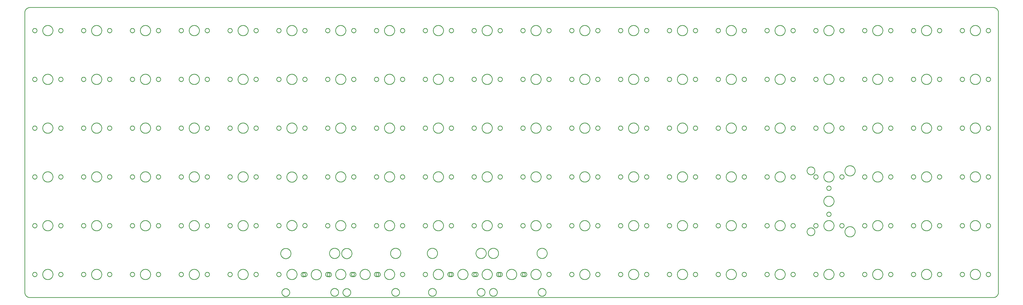
<source format=gbr>
G04 EAGLE Gerber RS-274X export*
G75*
%MOMM*%
%FSLAX34Y34*%
%LPD*%
%IN*%
%IPPOS*%
%AMOC8*
5,1,8,0,0,1.08239X$1,22.5*%
G01*
%ADD10C,0.254000*%


D10*
X100500Y120512D02*
X100576Y118769D01*
X100804Y117039D01*
X101181Y115336D01*
X101706Y113672D01*
X102374Y112060D01*
X103180Y110512D01*
X104117Y109041D01*
X105179Y107657D01*
X106358Y106370D01*
X107644Y105192D01*
X109028Y104129D01*
X110500Y103192D01*
X112048Y102386D01*
X113660Y101719D01*
X115324Y101194D01*
X117027Y100816D01*
X118757Y100589D01*
X120500Y100512D01*
X3880000Y100512D01*
X3881743Y100589D01*
X3883473Y100816D01*
X3885176Y101194D01*
X3886840Y101719D01*
X3888452Y102386D01*
X3890000Y103192D01*
X3891471Y104129D01*
X3892855Y105192D01*
X3894142Y106370D01*
X3895321Y107657D01*
X3896383Y109041D01*
X3897320Y110512D01*
X3898126Y112060D01*
X3898794Y113672D01*
X3899318Y115336D01*
X3899696Y117039D01*
X3899924Y118769D01*
X3900000Y120512D01*
X3900000Y1213000D01*
X3899924Y1214743D01*
X3899696Y1216473D01*
X3899318Y1218176D01*
X3898794Y1219840D01*
X3898126Y1221452D01*
X3897320Y1223000D01*
X3896383Y1224472D01*
X3895321Y1225856D01*
X3894142Y1227142D01*
X3892855Y1228321D01*
X3891471Y1229383D01*
X3890000Y1230321D01*
X3888452Y1231126D01*
X3886840Y1231794D01*
X3885176Y1232319D01*
X3883473Y1232696D01*
X3881743Y1232924D01*
X3880000Y1233000D01*
X120500Y1233000D01*
X118757Y1232924D01*
X117027Y1232696D01*
X115324Y1232319D01*
X113660Y1231794D01*
X112048Y1231126D01*
X110500Y1230321D01*
X109028Y1229383D01*
X107644Y1228321D01*
X106358Y1227142D01*
X105179Y1225856D01*
X104117Y1224472D01*
X103180Y1223000D01*
X102374Y1221452D01*
X101706Y1219840D01*
X101181Y1218176D01*
X100804Y1216473D01*
X100576Y1214743D01*
X100500Y1213000D01*
X100500Y120512D01*
X210500Y1142396D02*
X210427Y1141189D01*
X210281Y1139989D01*
X210063Y1138800D01*
X209774Y1137627D01*
X209415Y1136473D01*
X208986Y1135343D01*
X208490Y1134241D01*
X207928Y1133170D01*
X207303Y1132136D01*
X206616Y1131141D01*
X205871Y1130190D01*
X205069Y1129285D01*
X204215Y1128431D01*
X203310Y1127629D01*
X202359Y1126884D01*
X201364Y1126197D01*
X200330Y1125572D01*
X199259Y1125010D01*
X198157Y1124514D01*
X197027Y1124085D01*
X195873Y1123726D01*
X194700Y1123437D01*
X193511Y1123219D01*
X192311Y1123073D01*
X191104Y1123000D01*
X189896Y1123000D01*
X188689Y1123073D01*
X187489Y1123219D01*
X186300Y1123437D01*
X185127Y1123726D01*
X183973Y1124085D01*
X182843Y1124514D01*
X181741Y1125010D01*
X180670Y1125572D01*
X179636Y1126197D01*
X178641Y1126884D01*
X177690Y1127629D01*
X176785Y1128431D01*
X175931Y1129285D01*
X175129Y1130190D01*
X174384Y1131141D01*
X173697Y1132136D01*
X173072Y1133170D01*
X172510Y1134241D01*
X172014Y1135343D01*
X171585Y1136473D01*
X171226Y1137627D01*
X170937Y1138800D01*
X170719Y1139989D01*
X170573Y1141189D01*
X170500Y1142396D01*
X170500Y1143604D01*
X170573Y1144811D01*
X170719Y1146011D01*
X170937Y1147200D01*
X171226Y1148373D01*
X171585Y1149527D01*
X172014Y1150657D01*
X172510Y1151759D01*
X173072Y1152830D01*
X173697Y1153864D01*
X174384Y1154859D01*
X175129Y1155810D01*
X175931Y1156715D01*
X176785Y1157569D01*
X177690Y1158371D01*
X178641Y1159116D01*
X179636Y1159803D01*
X180670Y1160428D01*
X181741Y1160990D01*
X182843Y1161486D01*
X183973Y1161915D01*
X185127Y1162274D01*
X186300Y1162563D01*
X187489Y1162781D01*
X188689Y1162927D01*
X189896Y1163000D01*
X191104Y1163000D01*
X192311Y1162927D01*
X193511Y1162781D01*
X194700Y1162563D01*
X195873Y1162274D01*
X197027Y1161915D01*
X198157Y1161486D01*
X199259Y1160990D01*
X200330Y1160428D01*
X201364Y1159803D01*
X202359Y1159116D01*
X203310Y1158371D01*
X204215Y1157569D01*
X205069Y1156715D01*
X205871Y1155810D01*
X206616Y1154859D01*
X207303Y1153864D01*
X207928Y1152830D01*
X208490Y1151759D01*
X208986Y1150657D01*
X209415Y1149527D01*
X209774Y1148373D01*
X210063Y1147200D01*
X210281Y1146011D01*
X210427Y1144811D01*
X210500Y1143604D01*
X210500Y1142396D01*
X148200Y1142629D02*
X148135Y1141889D01*
X148006Y1141159D01*
X147814Y1140442D01*
X147560Y1139744D01*
X147247Y1139071D01*
X146876Y1138429D01*
X146450Y1137821D01*
X145973Y1137252D01*
X145448Y1136727D01*
X144879Y1136250D01*
X144271Y1135824D01*
X143629Y1135453D01*
X142956Y1135140D01*
X142258Y1134886D01*
X141542Y1134694D01*
X140811Y1134565D01*
X140071Y1134500D01*
X139329Y1134500D01*
X138589Y1134565D01*
X137859Y1134694D01*
X137142Y1134886D01*
X136444Y1135140D01*
X135771Y1135453D01*
X135129Y1135824D01*
X134521Y1136250D01*
X133952Y1136727D01*
X133427Y1137252D01*
X132950Y1137821D01*
X132524Y1138429D01*
X132153Y1139071D01*
X131840Y1139744D01*
X131586Y1140442D01*
X131394Y1141159D01*
X131265Y1141889D01*
X131200Y1142629D01*
X131200Y1143371D01*
X131265Y1144111D01*
X131394Y1144842D01*
X131586Y1145558D01*
X131840Y1146256D01*
X132153Y1146929D01*
X132524Y1147571D01*
X132950Y1148179D01*
X133427Y1148748D01*
X133952Y1149273D01*
X134521Y1149750D01*
X135129Y1150176D01*
X135771Y1150547D01*
X136444Y1150860D01*
X137142Y1151114D01*
X137859Y1151306D01*
X138589Y1151435D01*
X139329Y1151500D01*
X140071Y1151500D01*
X140811Y1151435D01*
X141542Y1151306D01*
X142258Y1151114D01*
X142956Y1150860D01*
X143629Y1150547D01*
X144271Y1150176D01*
X144879Y1149750D01*
X145448Y1149273D01*
X145973Y1148748D01*
X146450Y1148179D01*
X146876Y1147571D01*
X147247Y1146929D01*
X147560Y1146256D01*
X147814Y1145558D01*
X148006Y1144842D01*
X148135Y1144111D01*
X148200Y1143371D01*
X148200Y1142629D01*
X249800Y1142629D02*
X249735Y1141889D01*
X249606Y1141159D01*
X249414Y1140442D01*
X249160Y1139744D01*
X248847Y1139071D01*
X248476Y1138429D01*
X248050Y1137821D01*
X247573Y1137252D01*
X247048Y1136727D01*
X246479Y1136250D01*
X245871Y1135824D01*
X245229Y1135453D01*
X244556Y1135140D01*
X243858Y1134886D01*
X243142Y1134694D01*
X242411Y1134565D01*
X241671Y1134500D01*
X240929Y1134500D01*
X240189Y1134565D01*
X239459Y1134694D01*
X238742Y1134886D01*
X238044Y1135140D01*
X237371Y1135453D01*
X236729Y1135824D01*
X236121Y1136250D01*
X235552Y1136727D01*
X235027Y1137252D01*
X234550Y1137821D01*
X234124Y1138429D01*
X233753Y1139071D01*
X233440Y1139744D01*
X233186Y1140442D01*
X232994Y1141159D01*
X232865Y1141889D01*
X232800Y1142629D01*
X232800Y1143371D01*
X232865Y1144111D01*
X232994Y1144842D01*
X233186Y1145558D01*
X233440Y1146256D01*
X233753Y1146929D01*
X234124Y1147571D01*
X234550Y1148179D01*
X235027Y1148748D01*
X235552Y1149273D01*
X236121Y1149750D01*
X236729Y1150176D01*
X237371Y1150547D01*
X238044Y1150860D01*
X238742Y1151114D01*
X239459Y1151306D01*
X240189Y1151435D01*
X240929Y1151500D01*
X241671Y1151500D01*
X242411Y1151435D01*
X243142Y1151306D01*
X243858Y1151114D01*
X244556Y1150860D01*
X245229Y1150547D01*
X245871Y1150176D01*
X246479Y1149750D01*
X247048Y1149273D01*
X247573Y1148748D01*
X248050Y1148179D01*
X248476Y1147571D01*
X248847Y1146929D01*
X249160Y1146256D01*
X249414Y1145558D01*
X249606Y1144842D01*
X249735Y1144111D01*
X249800Y1143371D01*
X249800Y1142629D01*
X361000Y1143604D02*
X361073Y1144811D01*
X361219Y1146011D01*
X361437Y1147200D01*
X361726Y1148373D01*
X362085Y1149527D01*
X362514Y1150657D01*
X363010Y1151759D01*
X363572Y1152830D01*
X364197Y1153864D01*
X364884Y1154859D01*
X365629Y1155810D01*
X366431Y1156715D01*
X367285Y1157569D01*
X368190Y1158371D01*
X369141Y1159116D01*
X370136Y1159803D01*
X371170Y1160428D01*
X372241Y1160990D01*
X373343Y1161486D01*
X374473Y1161915D01*
X375627Y1162274D01*
X376800Y1162563D01*
X377989Y1162781D01*
X379189Y1162927D01*
X380396Y1163000D01*
X381604Y1163000D01*
X382811Y1162927D01*
X384011Y1162781D01*
X385200Y1162563D01*
X386373Y1162274D01*
X387527Y1161915D01*
X388657Y1161486D01*
X389759Y1160990D01*
X390830Y1160428D01*
X391864Y1159803D01*
X392859Y1159116D01*
X393810Y1158371D01*
X394715Y1157569D01*
X395569Y1156715D01*
X396371Y1155810D01*
X397116Y1154859D01*
X397803Y1153864D01*
X398428Y1152830D01*
X398990Y1151759D01*
X399486Y1150657D01*
X399915Y1149527D01*
X400274Y1148373D01*
X400563Y1147200D01*
X400781Y1146011D01*
X400927Y1144811D01*
X401000Y1143604D01*
X401000Y1142396D01*
X400927Y1141189D01*
X400781Y1139989D01*
X400563Y1138800D01*
X400274Y1137627D01*
X399915Y1136473D01*
X399486Y1135343D01*
X398990Y1134241D01*
X398428Y1133170D01*
X397803Y1132136D01*
X397116Y1131141D01*
X396371Y1130190D01*
X395569Y1129285D01*
X394715Y1128431D01*
X393810Y1127629D01*
X392859Y1126884D01*
X391864Y1126197D01*
X390830Y1125572D01*
X389759Y1125010D01*
X388657Y1124514D01*
X387527Y1124085D01*
X386373Y1123726D01*
X385200Y1123437D01*
X384011Y1123219D01*
X382811Y1123073D01*
X381604Y1123000D01*
X380396Y1123000D01*
X379189Y1123073D01*
X377989Y1123219D01*
X376800Y1123437D01*
X375627Y1123726D01*
X374473Y1124085D01*
X373343Y1124514D01*
X372241Y1125010D01*
X371170Y1125572D01*
X370136Y1126197D01*
X369141Y1126884D01*
X368190Y1127629D01*
X367285Y1128431D01*
X366431Y1129285D01*
X365629Y1130190D01*
X364884Y1131141D01*
X364197Y1132136D01*
X363572Y1133170D01*
X363010Y1134241D01*
X362514Y1135343D01*
X362085Y1136473D01*
X361726Y1137627D01*
X361437Y1138800D01*
X361219Y1139989D01*
X361073Y1141189D01*
X361000Y1142396D01*
X361000Y1143604D01*
X423300Y1143371D02*
X423365Y1144111D01*
X423494Y1144842D01*
X423686Y1145558D01*
X423940Y1146256D01*
X424253Y1146929D01*
X424624Y1147571D01*
X425050Y1148179D01*
X425527Y1148748D01*
X426052Y1149273D01*
X426621Y1149750D01*
X427229Y1150176D01*
X427871Y1150547D01*
X428544Y1150860D01*
X429242Y1151114D01*
X429959Y1151306D01*
X430689Y1151435D01*
X431429Y1151500D01*
X432171Y1151500D01*
X432911Y1151435D01*
X433642Y1151306D01*
X434358Y1151114D01*
X435056Y1150860D01*
X435729Y1150547D01*
X436371Y1150176D01*
X436979Y1149750D01*
X437548Y1149273D01*
X438073Y1148748D01*
X438550Y1148179D01*
X438976Y1147571D01*
X439347Y1146929D01*
X439660Y1146256D01*
X439914Y1145558D01*
X440106Y1144842D01*
X440235Y1144111D01*
X440300Y1143371D01*
X440300Y1142629D01*
X440235Y1141889D01*
X440106Y1141159D01*
X439914Y1140442D01*
X439660Y1139744D01*
X439347Y1139071D01*
X438976Y1138429D01*
X438550Y1137821D01*
X438073Y1137252D01*
X437548Y1136727D01*
X436979Y1136250D01*
X436371Y1135824D01*
X435729Y1135453D01*
X435056Y1135140D01*
X434358Y1134886D01*
X433642Y1134694D01*
X432911Y1134565D01*
X432171Y1134500D01*
X431429Y1134500D01*
X430689Y1134565D01*
X429959Y1134694D01*
X429242Y1134886D01*
X428544Y1135140D01*
X427871Y1135453D01*
X427229Y1135824D01*
X426621Y1136250D01*
X426052Y1136727D01*
X425527Y1137252D01*
X425050Y1137821D01*
X424624Y1138429D01*
X424253Y1139071D01*
X423940Y1139744D01*
X423686Y1140442D01*
X423494Y1141159D01*
X423365Y1141889D01*
X423300Y1142629D01*
X423300Y1143371D01*
X321700Y1143371D02*
X321765Y1144111D01*
X321894Y1144842D01*
X322086Y1145558D01*
X322340Y1146256D01*
X322653Y1146929D01*
X323024Y1147571D01*
X323450Y1148179D01*
X323927Y1148748D01*
X324452Y1149273D01*
X325021Y1149750D01*
X325629Y1150176D01*
X326271Y1150547D01*
X326944Y1150860D01*
X327642Y1151114D01*
X328359Y1151306D01*
X329089Y1151435D01*
X329829Y1151500D01*
X330571Y1151500D01*
X331311Y1151435D01*
X332042Y1151306D01*
X332758Y1151114D01*
X333456Y1150860D01*
X334129Y1150547D01*
X334771Y1150176D01*
X335379Y1149750D01*
X335948Y1149273D01*
X336473Y1148748D01*
X336950Y1148179D01*
X337376Y1147571D01*
X337747Y1146929D01*
X338060Y1146256D01*
X338314Y1145558D01*
X338506Y1144842D01*
X338635Y1144111D01*
X338700Y1143371D01*
X338700Y1142629D01*
X338635Y1141889D01*
X338506Y1141159D01*
X338314Y1140442D01*
X338060Y1139744D01*
X337747Y1139071D01*
X337376Y1138429D01*
X336950Y1137821D01*
X336473Y1137252D01*
X335948Y1136727D01*
X335379Y1136250D01*
X334771Y1135824D01*
X334129Y1135453D01*
X333456Y1135140D01*
X332758Y1134886D01*
X332042Y1134694D01*
X331311Y1134565D01*
X330571Y1134500D01*
X329829Y1134500D01*
X329089Y1134565D01*
X328359Y1134694D01*
X327642Y1134886D01*
X326944Y1135140D01*
X326271Y1135453D01*
X325629Y1135824D01*
X325021Y1136250D01*
X324452Y1136727D01*
X323927Y1137252D01*
X323450Y1137821D01*
X323024Y1138429D01*
X322653Y1139071D01*
X322340Y1139744D01*
X322086Y1140442D01*
X321894Y1141159D01*
X321765Y1141889D01*
X321700Y1142629D01*
X321700Y1143371D01*
X591500Y1142396D02*
X591427Y1141189D01*
X591281Y1139989D01*
X591063Y1138800D01*
X590774Y1137627D01*
X590415Y1136473D01*
X589986Y1135343D01*
X589490Y1134241D01*
X588928Y1133170D01*
X588303Y1132136D01*
X587616Y1131141D01*
X586871Y1130190D01*
X586069Y1129285D01*
X585215Y1128431D01*
X584310Y1127629D01*
X583359Y1126884D01*
X582364Y1126197D01*
X581330Y1125572D01*
X580259Y1125010D01*
X579157Y1124514D01*
X578027Y1124085D01*
X576873Y1123726D01*
X575700Y1123437D01*
X574511Y1123219D01*
X573311Y1123073D01*
X572104Y1123000D01*
X570896Y1123000D01*
X569689Y1123073D01*
X568489Y1123219D01*
X567300Y1123437D01*
X566127Y1123726D01*
X564973Y1124085D01*
X563843Y1124514D01*
X562741Y1125010D01*
X561670Y1125572D01*
X560636Y1126197D01*
X559641Y1126884D01*
X558690Y1127629D01*
X557785Y1128431D01*
X556931Y1129285D01*
X556129Y1130190D01*
X555384Y1131141D01*
X554697Y1132136D01*
X554072Y1133170D01*
X553510Y1134241D01*
X553014Y1135343D01*
X552585Y1136473D01*
X552226Y1137627D01*
X551937Y1138800D01*
X551719Y1139989D01*
X551573Y1141189D01*
X551500Y1142396D01*
X551500Y1143604D01*
X551573Y1144811D01*
X551719Y1146011D01*
X551937Y1147200D01*
X552226Y1148373D01*
X552585Y1149527D01*
X553014Y1150657D01*
X553510Y1151759D01*
X554072Y1152830D01*
X554697Y1153864D01*
X555384Y1154859D01*
X556129Y1155810D01*
X556931Y1156715D01*
X557785Y1157569D01*
X558690Y1158371D01*
X559641Y1159116D01*
X560636Y1159803D01*
X561670Y1160428D01*
X562741Y1160990D01*
X563843Y1161486D01*
X564973Y1161915D01*
X566127Y1162274D01*
X567300Y1162563D01*
X568489Y1162781D01*
X569689Y1162927D01*
X570896Y1163000D01*
X572104Y1163000D01*
X573311Y1162927D01*
X574511Y1162781D01*
X575700Y1162563D01*
X576873Y1162274D01*
X578027Y1161915D01*
X579157Y1161486D01*
X580259Y1160990D01*
X581330Y1160428D01*
X582364Y1159803D01*
X583359Y1159116D01*
X584310Y1158371D01*
X585215Y1157569D01*
X586069Y1156715D01*
X586871Y1155810D01*
X587616Y1154859D01*
X588303Y1153864D01*
X588928Y1152830D01*
X589490Y1151759D01*
X589986Y1150657D01*
X590415Y1149527D01*
X590774Y1148373D01*
X591063Y1147200D01*
X591281Y1146011D01*
X591427Y1144811D01*
X591500Y1143604D01*
X591500Y1142396D01*
X529200Y1142629D02*
X529135Y1141889D01*
X529006Y1141159D01*
X528814Y1140442D01*
X528560Y1139744D01*
X528247Y1139071D01*
X527876Y1138429D01*
X527450Y1137821D01*
X526973Y1137252D01*
X526448Y1136727D01*
X525879Y1136250D01*
X525271Y1135824D01*
X524629Y1135453D01*
X523956Y1135140D01*
X523258Y1134886D01*
X522542Y1134694D01*
X521811Y1134565D01*
X521071Y1134500D01*
X520329Y1134500D01*
X519589Y1134565D01*
X518859Y1134694D01*
X518142Y1134886D01*
X517444Y1135140D01*
X516771Y1135453D01*
X516129Y1135824D01*
X515521Y1136250D01*
X514952Y1136727D01*
X514427Y1137252D01*
X513950Y1137821D01*
X513524Y1138429D01*
X513153Y1139071D01*
X512840Y1139744D01*
X512586Y1140442D01*
X512394Y1141159D01*
X512265Y1141889D01*
X512200Y1142629D01*
X512200Y1143371D01*
X512265Y1144111D01*
X512394Y1144842D01*
X512586Y1145558D01*
X512840Y1146256D01*
X513153Y1146929D01*
X513524Y1147571D01*
X513950Y1148179D01*
X514427Y1148748D01*
X514952Y1149273D01*
X515521Y1149750D01*
X516129Y1150176D01*
X516771Y1150547D01*
X517444Y1150860D01*
X518142Y1151114D01*
X518859Y1151306D01*
X519589Y1151435D01*
X520329Y1151500D01*
X521071Y1151500D01*
X521811Y1151435D01*
X522542Y1151306D01*
X523258Y1151114D01*
X523956Y1150860D01*
X524629Y1150547D01*
X525271Y1150176D01*
X525879Y1149750D01*
X526448Y1149273D01*
X526973Y1148748D01*
X527450Y1148179D01*
X527876Y1147571D01*
X528247Y1146929D01*
X528560Y1146256D01*
X528814Y1145558D01*
X529006Y1144842D01*
X529135Y1144111D01*
X529200Y1143371D01*
X529200Y1142629D01*
X630800Y1142629D02*
X630735Y1141889D01*
X630606Y1141159D01*
X630414Y1140442D01*
X630160Y1139744D01*
X629847Y1139071D01*
X629476Y1138429D01*
X629050Y1137821D01*
X628573Y1137252D01*
X628048Y1136727D01*
X627479Y1136250D01*
X626871Y1135824D01*
X626229Y1135453D01*
X625556Y1135140D01*
X624858Y1134886D01*
X624142Y1134694D01*
X623411Y1134565D01*
X622671Y1134500D01*
X621929Y1134500D01*
X621189Y1134565D01*
X620459Y1134694D01*
X619742Y1134886D01*
X619044Y1135140D01*
X618371Y1135453D01*
X617729Y1135824D01*
X617121Y1136250D01*
X616552Y1136727D01*
X616027Y1137252D01*
X615550Y1137821D01*
X615124Y1138429D01*
X614753Y1139071D01*
X614440Y1139744D01*
X614186Y1140442D01*
X613994Y1141159D01*
X613865Y1141889D01*
X613800Y1142629D01*
X613800Y1143371D01*
X613865Y1144111D01*
X613994Y1144842D01*
X614186Y1145558D01*
X614440Y1146256D01*
X614753Y1146929D01*
X615124Y1147571D01*
X615550Y1148179D01*
X616027Y1148748D01*
X616552Y1149273D01*
X617121Y1149750D01*
X617729Y1150176D01*
X618371Y1150547D01*
X619044Y1150860D01*
X619742Y1151114D01*
X620459Y1151306D01*
X621189Y1151435D01*
X621929Y1151500D01*
X622671Y1151500D01*
X623411Y1151435D01*
X624142Y1151306D01*
X624858Y1151114D01*
X625556Y1150860D01*
X626229Y1150547D01*
X626871Y1150176D01*
X627479Y1149750D01*
X628048Y1149273D01*
X628573Y1148748D01*
X629050Y1148179D01*
X629476Y1147571D01*
X629847Y1146929D01*
X630160Y1146256D01*
X630414Y1145558D01*
X630606Y1144842D01*
X630735Y1144111D01*
X630800Y1143371D01*
X630800Y1142629D01*
X782000Y1142396D02*
X781927Y1141189D01*
X781781Y1139989D01*
X781563Y1138800D01*
X781274Y1137627D01*
X780915Y1136473D01*
X780486Y1135343D01*
X779990Y1134241D01*
X779428Y1133170D01*
X778803Y1132136D01*
X778116Y1131141D01*
X777371Y1130190D01*
X776569Y1129285D01*
X775715Y1128431D01*
X774810Y1127629D01*
X773859Y1126884D01*
X772864Y1126197D01*
X771830Y1125572D01*
X770759Y1125010D01*
X769657Y1124514D01*
X768527Y1124085D01*
X767373Y1123726D01*
X766200Y1123437D01*
X765011Y1123219D01*
X763811Y1123073D01*
X762604Y1123000D01*
X761396Y1123000D01*
X760189Y1123073D01*
X758989Y1123219D01*
X757800Y1123437D01*
X756627Y1123726D01*
X755473Y1124085D01*
X754343Y1124514D01*
X753241Y1125010D01*
X752170Y1125572D01*
X751136Y1126197D01*
X750141Y1126884D01*
X749190Y1127629D01*
X748285Y1128431D01*
X747431Y1129285D01*
X746629Y1130190D01*
X745884Y1131141D01*
X745197Y1132136D01*
X744572Y1133170D01*
X744010Y1134241D01*
X743514Y1135343D01*
X743085Y1136473D01*
X742726Y1137627D01*
X742437Y1138800D01*
X742219Y1139989D01*
X742073Y1141189D01*
X742000Y1142396D01*
X742000Y1143604D01*
X742073Y1144811D01*
X742219Y1146011D01*
X742437Y1147200D01*
X742726Y1148373D01*
X743085Y1149527D01*
X743514Y1150657D01*
X744010Y1151759D01*
X744572Y1152830D01*
X745197Y1153864D01*
X745884Y1154859D01*
X746629Y1155810D01*
X747431Y1156715D01*
X748285Y1157569D01*
X749190Y1158371D01*
X750141Y1159116D01*
X751136Y1159803D01*
X752170Y1160428D01*
X753241Y1160990D01*
X754343Y1161486D01*
X755473Y1161915D01*
X756627Y1162274D01*
X757800Y1162563D01*
X758989Y1162781D01*
X760189Y1162927D01*
X761396Y1163000D01*
X762604Y1163000D01*
X763811Y1162927D01*
X765011Y1162781D01*
X766200Y1162563D01*
X767373Y1162274D01*
X768527Y1161915D01*
X769657Y1161486D01*
X770759Y1160990D01*
X771830Y1160428D01*
X772864Y1159803D01*
X773859Y1159116D01*
X774810Y1158371D01*
X775715Y1157569D01*
X776569Y1156715D01*
X777371Y1155810D01*
X778116Y1154859D01*
X778803Y1153864D01*
X779428Y1152830D01*
X779990Y1151759D01*
X780486Y1150657D01*
X780915Y1149527D01*
X781274Y1148373D01*
X781563Y1147200D01*
X781781Y1146011D01*
X781927Y1144811D01*
X782000Y1143604D01*
X782000Y1142396D01*
X719700Y1142629D02*
X719635Y1141889D01*
X719506Y1141159D01*
X719314Y1140442D01*
X719060Y1139744D01*
X718747Y1139071D01*
X718376Y1138429D01*
X717950Y1137821D01*
X717473Y1137252D01*
X716948Y1136727D01*
X716379Y1136250D01*
X715771Y1135824D01*
X715129Y1135453D01*
X714456Y1135140D01*
X713758Y1134886D01*
X713042Y1134694D01*
X712311Y1134565D01*
X711571Y1134500D01*
X710829Y1134500D01*
X710089Y1134565D01*
X709359Y1134694D01*
X708642Y1134886D01*
X707944Y1135140D01*
X707271Y1135453D01*
X706629Y1135824D01*
X706021Y1136250D01*
X705452Y1136727D01*
X704927Y1137252D01*
X704450Y1137821D01*
X704024Y1138429D01*
X703653Y1139071D01*
X703340Y1139744D01*
X703086Y1140442D01*
X702894Y1141159D01*
X702765Y1141889D01*
X702700Y1142629D01*
X702700Y1143371D01*
X702765Y1144111D01*
X702894Y1144842D01*
X703086Y1145558D01*
X703340Y1146256D01*
X703653Y1146929D01*
X704024Y1147571D01*
X704450Y1148179D01*
X704927Y1148748D01*
X705452Y1149273D01*
X706021Y1149750D01*
X706629Y1150176D01*
X707271Y1150547D01*
X707944Y1150860D01*
X708642Y1151114D01*
X709359Y1151306D01*
X710089Y1151435D01*
X710829Y1151500D01*
X711571Y1151500D01*
X712311Y1151435D01*
X713042Y1151306D01*
X713758Y1151114D01*
X714456Y1150860D01*
X715129Y1150547D01*
X715771Y1150176D01*
X716379Y1149750D01*
X716948Y1149273D01*
X717473Y1148748D01*
X717950Y1148179D01*
X718376Y1147571D01*
X718747Y1146929D01*
X719060Y1146256D01*
X719314Y1145558D01*
X719506Y1144842D01*
X719635Y1144111D01*
X719700Y1143371D01*
X719700Y1142629D01*
X821300Y1142629D02*
X821235Y1141889D01*
X821106Y1141159D01*
X820914Y1140442D01*
X820660Y1139744D01*
X820347Y1139071D01*
X819976Y1138429D01*
X819550Y1137821D01*
X819073Y1137252D01*
X818548Y1136727D01*
X817979Y1136250D01*
X817371Y1135824D01*
X816729Y1135453D01*
X816056Y1135140D01*
X815358Y1134886D01*
X814642Y1134694D01*
X813911Y1134565D01*
X813171Y1134500D01*
X812429Y1134500D01*
X811689Y1134565D01*
X810959Y1134694D01*
X810242Y1134886D01*
X809544Y1135140D01*
X808871Y1135453D01*
X808229Y1135824D01*
X807621Y1136250D01*
X807052Y1136727D01*
X806527Y1137252D01*
X806050Y1137821D01*
X805624Y1138429D01*
X805253Y1139071D01*
X804940Y1139744D01*
X804686Y1140442D01*
X804494Y1141159D01*
X804365Y1141889D01*
X804300Y1142629D01*
X804300Y1143371D01*
X804365Y1144111D01*
X804494Y1144842D01*
X804686Y1145558D01*
X804940Y1146256D01*
X805253Y1146929D01*
X805624Y1147571D01*
X806050Y1148179D01*
X806527Y1148748D01*
X807052Y1149273D01*
X807621Y1149750D01*
X808229Y1150176D01*
X808871Y1150547D01*
X809544Y1150860D01*
X810242Y1151114D01*
X810959Y1151306D01*
X811689Y1151435D01*
X812429Y1151500D01*
X813171Y1151500D01*
X813911Y1151435D01*
X814642Y1151306D01*
X815358Y1151114D01*
X816056Y1150860D01*
X816729Y1150547D01*
X817371Y1150176D01*
X817979Y1149750D01*
X818548Y1149273D01*
X819073Y1148748D01*
X819550Y1148179D01*
X819976Y1147571D01*
X820347Y1146929D01*
X820660Y1146256D01*
X820914Y1145558D01*
X821106Y1144842D01*
X821235Y1144111D01*
X821300Y1143371D01*
X821300Y1142629D01*
X972500Y1142396D02*
X972427Y1141189D01*
X972281Y1139989D01*
X972063Y1138800D01*
X971774Y1137627D01*
X971415Y1136473D01*
X970986Y1135343D01*
X970490Y1134241D01*
X969928Y1133170D01*
X969303Y1132136D01*
X968616Y1131141D01*
X967871Y1130190D01*
X967069Y1129285D01*
X966215Y1128431D01*
X965310Y1127629D01*
X964359Y1126884D01*
X963364Y1126197D01*
X962330Y1125572D01*
X961259Y1125010D01*
X960157Y1124514D01*
X959027Y1124085D01*
X957873Y1123726D01*
X956700Y1123437D01*
X955511Y1123219D01*
X954311Y1123073D01*
X953104Y1123000D01*
X951896Y1123000D01*
X950689Y1123073D01*
X949489Y1123219D01*
X948300Y1123437D01*
X947127Y1123726D01*
X945973Y1124085D01*
X944843Y1124514D01*
X943741Y1125010D01*
X942670Y1125572D01*
X941636Y1126197D01*
X940641Y1126884D01*
X939690Y1127629D01*
X938785Y1128431D01*
X937931Y1129285D01*
X937129Y1130190D01*
X936384Y1131141D01*
X935697Y1132136D01*
X935072Y1133170D01*
X934510Y1134241D01*
X934014Y1135343D01*
X933585Y1136473D01*
X933226Y1137627D01*
X932937Y1138800D01*
X932719Y1139989D01*
X932573Y1141189D01*
X932500Y1142396D01*
X932500Y1143604D01*
X932573Y1144811D01*
X932719Y1146011D01*
X932937Y1147200D01*
X933226Y1148373D01*
X933585Y1149527D01*
X934014Y1150657D01*
X934510Y1151759D01*
X935072Y1152830D01*
X935697Y1153864D01*
X936384Y1154859D01*
X937129Y1155810D01*
X937931Y1156715D01*
X938785Y1157569D01*
X939690Y1158371D01*
X940641Y1159116D01*
X941636Y1159803D01*
X942670Y1160428D01*
X943741Y1160990D01*
X944843Y1161486D01*
X945973Y1161915D01*
X947127Y1162274D01*
X948300Y1162563D01*
X949489Y1162781D01*
X950689Y1162927D01*
X951896Y1163000D01*
X953104Y1163000D01*
X954311Y1162927D01*
X955511Y1162781D01*
X956700Y1162563D01*
X957873Y1162274D01*
X959027Y1161915D01*
X960157Y1161486D01*
X961259Y1160990D01*
X962330Y1160428D01*
X963364Y1159803D01*
X964359Y1159116D01*
X965310Y1158371D01*
X966215Y1157569D01*
X967069Y1156715D01*
X967871Y1155810D01*
X968616Y1154859D01*
X969303Y1153864D01*
X969928Y1152830D01*
X970490Y1151759D01*
X970986Y1150657D01*
X971415Y1149527D01*
X971774Y1148373D01*
X972063Y1147200D01*
X972281Y1146011D01*
X972427Y1144811D01*
X972500Y1143604D01*
X972500Y1142396D01*
X910200Y1142629D02*
X910135Y1141889D01*
X910006Y1141159D01*
X909814Y1140442D01*
X909560Y1139744D01*
X909247Y1139071D01*
X908876Y1138429D01*
X908450Y1137821D01*
X907973Y1137252D01*
X907448Y1136727D01*
X906879Y1136250D01*
X906271Y1135824D01*
X905629Y1135453D01*
X904956Y1135140D01*
X904258Y1134886D01*
X903542Y1134694D01*
X902811Y1134565D01*
X902071Y1134500D01*
X901329Y1134500D01*
X900589Y1134565D01*
X899859Y1134694D01*
X899142Y1134886D01*
X898444Y1135140D01*
X897771Y1135453D01*
X897129Y1135824D01*
X896521Y1136250D01*
X895952Y1136727D01*
X895427Y1137252D01*
X894950Y1137821D01*
X894524Y1138429D01*
X894153Y1139071D01*
X893840Y1139744D01*
X893586Y1140442D01*
X893394Y1141159D01*
X893265Y1141889D01*
X893200Y1142629D01*
X893200Y1143371D01*
X893265Y1144111D01*
X893394Y1144842D01*
X893586Y1145558D01*
X893840Y1146256D01*
X894153Y1146929D01*
X894524Y1147571D01*
X894950Y1148179D01*
X895427Y1148748D01*
X895952Y1149273D01*
X896521Y1149750D01*
X897129Y1150176D01*
X897771Y1150547D01*
X898444Y1150860D01*
X899142Y1151114D01*
X899859Y1151306D01*
X900589Y1151435D01*
X901329Y1151500D01*
X902071Y1151500D01*
X902811Y1151435D01*
X903542Y1151306D01*
X904258Y1151114D01*
X904956Y1150860D01*
X905629Y1150547D01*
X906271Y1150176D01*
X906879Y1149750D01*
X907448Y1149273D01*
X907973Y1148748D01*
X908450Y1148179D01*
X908876Y1147571D01*
X909247Y1146929D01*
X909560Y1146256D01*
X909814Y1145558D01*
X910006Y1144842D01*
X910135Y1144111D01*
X910200Y1143371D01*
X910200Y1142629D01*
X1011800Y1142629D02*
X1011735Y1141889D01*
X1011606Y1141159D01*
X1011414Y1140442D01*
X1011160Y1139744D01*
X1010847Y1139071D01*
X1010476Y1138429D01*
X1010050Y1137821D01*
X1009573Y1137252D01*
X1009048Y1136727D01*
X1008479Y1136250D01*
X1007871Y1135824D01*
X1007229Y1135453D01*
X1006556Y1135140D01*
X1005858Y1134886D01*
X1005142Y1134694D01*
X1004411Y1134565D01*
X1003671Y1134500D01*
X1002929Y1134500D01*
X1002189Y1134565D01*
X1001459Y1134694D01*
X1000742Y1134886D01*
X1000044Y1135140D01*
X999371Y1135453D01*
X998729Y1135824D01*
X998121Y1136250D01*
X997552Y1136727D01*
X997027Y1137252D01*
X996550Y1137821D01*
X996124Y1138429D01*
X995753Y1139071D01*
X995440Y1139744D01*
X995186Y1140442D01*
X994994Y1141159D01*
X994865Y1141889D01*
X994800Y1142629D01*
X994800Y1143371D01*
X994865Y1144111D01*
X994994Y1144842D01*
X995186Y1145558D01*
X995440Y1146256D01*
X995753Y1146929D01*
X996124Y1147571D01*
X996550Y1148179D01*
X997027Y1148748D01*
X997552Y1149273D01*
X998121Y1149750D01*
X998729Y1150176D01*
X999371Y1150547D01*
X1000044Y1150860D01*
X1000742Y1151114D01*
X1001459Y1151306D01*
X1002189Y1151435D01*
X1002929Y1151500D01*
X1003671Y1151500D01*
X1004411Y1151435D01*
X1005142Y1151306D01*
X1005858Y1151114D01*
X1006556Y1150860D01*
X1007229Y1150547D01*
X1007871Y1150176D01*
X1008479Y1149750D01*
X1009048Y1149273D01*
X1009573Y1148748D01*
X1010050Y1148179D01*
X1010476Y1147571D01*
X1010847Y1146929D01*
X1011160Y1146256D01*
X1011414Y1145558D01*
X1011606Y1144842D01*
X1011735Y1144111D01*
X1011800Y1143371D01*
X1011800Y1142629D01*
X1163000Y1142396D02*
X1162927Y1141189D01*
X1162781Y1139989D01*
X1162563Y1138800D01*
X1162274Y1137627D01*
X1161915Y1136473D01*
X1161486Y1135343D01*
X1160990Y1134241D01*
X1160428Y1133170D01*
X1159803Y1132136D01*
X1159116Y1131141D01*
X1158371Y1130190D01*
X1157569Y1129285D01*
X1156715Y1128431D01*
X1155810Y1127629D01*
X1154859Y1126884D01*
X1153864Y1126197D01*
X1152830Y1125572D01*
X1151759Y1125010D01*
X1150657Y1124514D01*
X1149527Y1124085D01*
X1148373Y1123726D01*
X1147200Y1123437D01*
X1146011Y1123219D01*
X1144811Y1123073D01*
X1143604Y1123000D01*
X1142396Y1123000D01*
X1141189Y1123073D01*
X1139989Y1123219D01*
X1138800Y1123437D01*
X1137627Y1123726D01*
X1136473Y1124085D01*
X1135343Y1124514D01*
X1134241Y1125010D01*
X1133170Y1125572D01*
X1132136Y1126197D01*
X1131141Y1126884D01*
X1130190Y1127629D01*
X1129285Y1128431D01*
X1128431Y1129285D01*
X1127629Y1130190D01*
X1126884Y1131141D01*
X1126197Y1132136D01*
X1125572Y1133170D01*
X1125010Y1134241D01*
X1124514Y1135343D01*
X1124085Y1136473D01*
X1123726Y1137627D01*
X1123437Y1138800D01*
X1123219Y1139989D01*
X1123073Y1141189D01*
X1123000Y1142396D01*
X1123000Y1143604D01*
X1123073Y1144811D01*
X1123219Y1146011D01*
X1123437Y1147200D01*
X1123726Y1148373D01*
X1124085Y1149527D01*
X1124514Y1150657D01*
X1125010Y1151759D01*
X1125572Y1152830D01*
X1126197Y1153864D01*
X1126884Y1154859D01*
X1127629Y1155810D01*
X1128431Y1156715D01*
X1129285Y1157569D01*
X1130190Y1158371D01*
X1131141Y1159116D01*
X1132136Y1159803D01*
X1133170Y1160428D01*
X1134241Y1160990D01*
X1135343Y1161486D01*
X1136473Y1161915D01*
X1137627Y1162274D01*
X1138800Y1162563D01*
X1139989Y1162781D01*
X1141189Y1162927D01*
X1142396Y1163000D01*
X1143604Y1163000D01*
X1144811Y1162927D01*
X1146011Y1162781D01*
X1147200Y1162563D01*
X1148373Y1162274D01*
X1149527Y1161915D01*
X1150657Y1161486D01*
X1151759Y1160990D01*
X1152830Y1160428D01*
X1153864Y1159803D01*
X1154859Y1159116D01*
X1155810Y1158371D01*
X1156715Y1157569D01*
X1157569Y1156715D01*
X1158371Y1155810D01*
X1159116Y1154859D01*
X1159803Y1153864D01*
X1160428Y1152830D01*
X1160990Y1151759D01*
X1161486Y1150657D01*
X1161915Y1149527D01*
X1162274Y1148373D01*
X1162563Y1147200D01*
X1162781Y1146011D01*
X1162927Y1144811D01*
X1163000Y1143604D01*
X1163000Y1142396D01*
X1100700Y1142629D02*
X1100635Y1141889D01*
X1100506Y1141159D01*
X1100314Y1140442D01*
X1100060Y1139744D01*
X1099747Y1139071D01*
X1099376Y1138429D01*
X1098950Y1137821D01*
X1098473Y1137252D01*
X1097948Y1136727D01*
X1097379Y1136250D01*
X1096771Y1135824D01*
X1096129Y1135453D01*
X1095456Y1135140D01*
X1094758Y1134886D01*
X1094042Y1134694D01*
X1093311Y1134565D01*
X1092571Y1134500D01*
X1091829Y1134500D01*
X1091089Y1134565D01*
X1090359Y1134694D01*
X1089642Y1134886D01*
X1088944Y1135140D01*
X1088271Y1135453D01*
X1087629Y1135824D01*
X1087021Y1136250D01*
X1086452Y1136727D01*
X1085927Y1137252D01*
X1085450Y1137821D01*
X1085024Y1138429D01*
X1084653Y1139071D01*
X1084340Y1139744D01*
X1084086Y1140442D01*
X1083894Y1141159D01*
X1083765Y1141889D01*
X1083700Y1142629D01*
X1083700Y1143371D01*
X1083765Y1144111D01*
X1083894Y1144842D01*
X1084086Y1145558D01*
X1084340Y1146256D01*
X1084653Y1146929D01*
X1085024Y1147571D01*
X1085450Y1148179D01*
X1085927Y1148748D01*
X1086452Y1149273D01*
X1087021Y1149750D01*
X1087629Y1150176D01*
X1088271Y1150547D01*
X1088944Y1150860D01*
X1089642Y1151114D01*
X1090359Y1151306D01*
X1091089Y1151435D01*
X1091829Y1151500D01*
X1092571Y1151500D01*
X1093311Y1151435D01*
X1094042Y1151306D01*
X1094758Y1151114D01*
X1095456Y1150860D01*
X1096129Y1150547D01*
X1096771Y1150176D01*
X1097379Y1149750D01*
X1097948Y1149273D01*
X1098473Y1148748D01*
X1098950Y1148179D01*
X1099376Y1147571D01*
X1099747Y1146929D01*
X1100060Y1146256D01*
X1100314Y1145558D01*
X1100506Y1144842D01*
X1100635Y1144111D01*
X1100700Y1143371D01*
X1100700Y1142629D01*
X1202300Y1142629D02*
X1202235Y1141889D01*
X1202106Y1141159D01*
X1201914Y1140442D01*
X1201660Y1139744D01*
X1201347Y1139071D01*
X1200976Y1138429D01*
X1200550Y1137821D01*
X1200073Y1137252D01*
X1199548Y1136727D01*
X1198979Y1136250D01*
X1198371Y1135824D01*
X1197729Y1135453D01*
X1197056Y1135140D01*
X1196358Y1134886D01*
X1195642Y1134694D01*
X1194911Y1134565D01*
X1194171Y1134500D01*
X1193429Y1134500D01*
X1192689Y1134565D01*
X1191959Y1134694D01*
X1191242Y1134886D01*
X1190544Y1135140D01*
X1189871Y1135453D01*
X1189229Y1135824D01*
X1188621Y1136250D01*
X1188052Y1136727D01*
X1187527Y1137252D01*
X1187050Y1137821D01*
X1186624Y1138429D01*
X1186253Y1139071D01*
X1185940Y1139744D01*
X1185686Y1140442D01*
X1185494Y1141159D01*
X1185365Y1141889D01*
X1185300Y1142629D01*
X1185300Y1143371D01*
X1185365Y1144111D01*
X1185494Y1144842D01*
X1185686Y1145558D01*
X1185940Y1146256D01*
X1186253Y1146929D01*
X1186624Y1147571D01*
X1187050Y1148179D01*
X1187527Y1148748D01*
X1188052Y1149273D01*
X1188621Y1149750D01*
X1189229Y1150176D01*
X1189871Y1150547D01*
X1190544Y1150860D01*
X1191242Y1151114D01*
X1191959Y1151306D01*
X1192689Y1151435D01*
X1193429Y1151500D01*
X1194171Y1151500D01*
X1194911Y1151435D01*
X1195642Y1151306D01*
X1196358Y1151114D01*
X1197056Y1150860D01*
X1197729Y1150547D01*
X1198371Y1150176D01*
X1198979Y1149750D01*
X1199548Y1149273D01*
X1200073Y1148748D01*
X1200550Y1148179D01*
X1200976Y1147571D01*
X1201347Y1146929D01*
X1201660Y1146256D01*
X1201914Y1145558D01*
X1202106Y1144842D01*
X1202235Y1144111D01*
X1202300Y1143371D01*
X1202300Y1142629D01*
X1353500Y1142396D02*
X1353427Y1141189D01*
X1353281Y1139989D01*
X1353063Y1138800D01*
X1352774Y1137627D01*
X1352415Y1136473D01*
X1351986Y1135343D01*
X1351490Y1134241D01*
X1350928Y1133170D01*
X1350303Y1132136D01*
X1349616Y1131141D01*
X1348871Y1130190D01*
X1348069Y1129285D01*
X1347215Y1128431D01*
X1346310Y1127629D01*
X1345359Y1126884D01*
X1344364Y1126197D01*
X1343330Y1125572D01*
X1342259Y1125010D01*
X1341157Y1124514D01*
X1340027Y1124085D01*
X1338873Y1123726D01*
X1337700Y1123437D01*
X1336511Y1123219D01*
X1335311Y1123073D01*
X1334104Y1123000D01*
X1332896Y1123000D01*
X1331689Y1123073D01*
X1330489Y1123219D01*
X1329300Y1123437D01*
X1328127Y1123726D01*
X1326973Y1124085D01*
X1325843Y1124514D01*
X1324741Y1125010D01*
X1323670Y1125572D01*
X1322636Y1126197D01*
X1321641Y1126884D01*
X1320690Y1127629D01*
X1319785Y1128431D01*
X1318931Y1129285D01*
X1318129Y1130190D01*
X1317384Y1131141D01*
X1316697Y1132136D01*
X1316072Y1133170D01*
X1315510Y1134241D01*
X1315014Y1135343D01*
X1314585Y1136473D01*
X1314226Y1137627D01*
X1313937Y1138800D01*
X1313719Y1139989D01*
X1313573Y1141189D01*
X1313500Y1142396D01*
X1313500Y1143604D01*
X1313573Y1144811D01*
X1313719Y1146011D01*
X1313937Y1147200D01*
X1314226Y1148373D01*
X1314585Y1149527D01*
X1315014Y1150657D01*
X1315510Y1151759D01*
X1316072Y1152830D01*
X1316697Y1153864D01*
X1317384Y1154859D01*
X1318129Y1155810D01*
X1318931Y1156715D01*
X1319785Y1157569D01*
X1320690Y1158371D01*
X1321641Y1159116D01*
X1322636Y1159803D01*
X1323670Y1160428D01*
X1324741Y1160990D01*
X1325843Y1161486D01*
X1326973Y1161915D01*
X1328127Y1162274D01*
X1329300Y1162563D01*
X1330489Y1162781D01*
X1331689Y1162927D01*
X1332896Y1163000D01*
X1334104Y1163000D01*
X1335311Y1162927D01*
X1336511Y1162781D01*
X1337700Y1162563D01*
X1338873Y1162274D01*
X1340027Y1161915D01*
X1341157Y1161486D01*
X1342259Y1160990D01*
X1343330Y1160428D01*
X1344364Y1159803D01*
X1345359Y1159116D01*
X1346310Y1158371D01*
X1347215Y1157569D01*
X1348069Y1156715D01*
X1348871Y1155810D01*
X1349616Y1154859D01*
X1350303Y1153864D01*
X1350928Y1152830D01*
X1351490Y1151759D01*
X1351986Y1150657D01*
X1352415Y1149527D01*
X1352774Y1148373D01*
X1353063Y1147200D01*
X1353281Y1146011D01*
X1353427Y1144811D01*
X1353500Y1143604D01*
X1353500Y1142396D01*
X1291200Y1142629D02*
X1291135Y1141889D01*
X1291006Y1141159D01*
X1290814Y1140442D01*
X1290560Y1139744D01*
X1290247Y1139071D01*
X1289876Y1138429D01*
X1289450Y1137821D01*
X1288973Y1137252D01*
X1288448Y1136727D01*
X1287879Y1136250D01*
X1287271Y1135824D01*
X1286629Y1135453D01*
X1285956Y1135140D01*
X1285258Y1134886D01*
X1284542Y1134694D01*
X1283811Y1134565D01*
X1283071Y1134500D01*
X1282329Y1134500D01*
X1281589Y1134565D01*
X1280859Y1134694D01*
X1280142Y1134886D01*
X1279444Y1135140D01*
X1278771Y1135453D01*
X1278129Y1135824D01*
X1277521Y1136250D01*
X1276952Y1136727D01*
X1276427Y1137252D01*
X1275950Y1137821D01*
X1275524Y1138429D01*
X1275153Y1139071D01*
X1274840Y1139744D01*
X1274586Y1140442D01*
X1274394Y1141159D01*
X1274265Y1141889D01*
X1274200Y1142629D01*
X1274200Y1143371D01*
X1274265Y1144111D01*
X1274394Y1144842D01*
X1274586Y1145558D01*
X1274840Y1146256D01*
X1275153Y1146929D01*
X1275524Y1147571D01*
X1275950Y1148179D01*
X1276427Y1148748D01*
X1276952Y1149273D01*
X1277521Y1149750D01*
X1278129Y1150176D01*
X1278771Y1150547D01*
X1279444Y1150860D01*
X1280142Y1151114D01*
X1280859Y1151306D01*
X1281589Y1151435D01*
X1282329Y1151500D01*
X1283071Y1151500D01*
X1283811Y1151435D01*
X1284542Y1151306D01*
X1285258Y1151114D01*
X1285956Y1150860D01*
X1286629Y1150547D01*
X1287271Y1150176D01*
X1287879Y1149750D01*
X1288448Y1149273D01*
X1288973Y1148748D01*
X1289450Y1148179D01*
X1289876Y1147571D01*
X1290247Y1146929D01*
X1290560Y1146256D01*
X1290814Y1145558D01*
X1291006Y1144842D01*
X1291135Y1144111D01*
X1291200Y1143371D01*
X1291200Y1142629D01*
X1392800Y1142629D02*
X1392735Y1141889D01*
X1392606Y1141159D01*
X1392414Y1140442D01*
X1392160Y1139744D01*
X1391847Y1139071D01*
X1391476Y1138429D01*
X1391050Y1137821D01*
X1390573Y1137252D01*
X1390048Y1136727D01*
X1389479Y1136250D01*
X1388871Y1135824D01*
X1388229Y1135453D01*
X1387556Y1135140D01*
X1386858Y1134886D01*
X1386142Y1134694D01*
X1385411Y1134565D01*
X1384671Y1134500D01*
X1383929Y1134500D01*
X1383189Y1134565D01*
X1382459Y1134694D01*
X1381742Y1134886D01*
X1381044Y1135140D01*
X1380371Y1135453D01*
X1379729Y1135824D01*
X1379121Y1136250D01*
X1378552Y1136727D01*
X1378027Y1137252D01*
X1377550Y1137821D01*
X1377124Y1138429D01*
X1376753Y1139071D01*
X1376440Y1139744D01*
X1376186Y1140442D01*
X1375994Y1141159D01*
X1375865Y1141889D01*
X1375800Y1142629D01*
X1375800Y1143371D01*
X1375865Y1144111D01*
X1375994Y1144842D01*
X1376186Y1145558D01*
X1376440Y1146256D01*
X1376753Y1146929D01*
X1377124Y1147571D01*
X1377550Y1148179D01*
X1378027Y1148748D01*
X1378552Y1149273D01*
X1379121Y1149750D01*
X1379729Y1150176D01*
X1380371Y1150547D01*
X1381044Y1150860D01*
X1381742Y1151114D01*
X1382459Y1151306D01*
X1383189Y1151435D01*
X1383929Y1151500D01*
X1384671Y1151500D01*
X1385411Y1151435D01*
X1386142Y1151306D01*
X1386858Y1151114D01*
X1387556Y1150860D01*
X1388229Y1150547D01*
X1388871Y1150176D01*
X1389479Y1149750D01*
X1390048Y1149273D01*
X1390573Y1148748D01*
X1391050Y1148179D01*
X1391476Y1147571D01*
X1391847Y1146929D01*
X1392160Y1146256D01*
X1392414Y1145558D01*
X1392606Y1144842D01*
X1392735Y1144111D01*
X1392800Y1143371D01*
X1392800Y1142629D01*
X1544000Y1142396D02*
X1543927Y1141189D01*
X1543781Y1139989D01*
X1543563Y1138800D01*
X1543274Y1137627D01*
X1542915Y1136473D01*
X1542486Y1135343D01*
X1541990Y1134241D01*
X1541428Y1133170D01*
X1540803Y1132136D01*
X1540116Y1131141D01*
X1539371Y1130190D01*
X1538569Y1129285D01*
X1537715Y1128431D01*
X1536810Y1127629D01*
X1535859Y1126884D01*
X1534864Y1126197D01*
X1533830Y1125572D01*
X1532759Y1125010D01*
X1531657Y1124514D01*
X1530527Y1124085D01*
X1529373Y1123726D01*
X1528200Y1123437D01*
X1527011Y1123219D01*
X1525811Y1123073D01*
X1524604Y1123000D01*
X1523396Y1123000D01*
X1522189Y1123073D01*
X1520989Y1123219D01*
X1519800Y1123437D01*
X1518627Y1123726D01*
X1517473Y1124085D01*
X1516343Y1124514D01*
X1515241Y1125010D01*
X1514170Y1125572D01*
X1513136Y1126197D01*
X1512141Y1126884D01*
X1511190Y1127629D01*
X1510285Y1128431D01*
X1509431Y1129285D01*
X1508629Y1130190D01*
X1507884Y1131141D01*
X1507197Y1132136D01*
X1506572Y1133170D01*
X1506010Y1134241D01*
X1505514Y1135343D01*
X1505085Y1136473D01*
X1504726Y1137627D01*
X1504437Y1138800D01*
X1504219Y1139989D01*
X1504073Y1141189D01*
X1504000Y1142396D01*
X1504000Y1143604D01*
X1504073Y1144811D01*
X1504219Y1146011D01*
X1504437Y1147200D01*
X1504726Y1148373D01*
X1505085Y1149527D01*
X1505514Y1150657D01*
X1506010Y1151759D01*
X1506572Y1152830D01*
X1507197Y1153864D01*
X1507884Y1154859D01*
X1508629Y1155810D01*
X1509431Y1156715D01*
X1510285Y1157569D01*
X1511190Y1158371D01*
X1512141Y1159116D01*
X1513136Y1159803D01*
X1514170Y1160428D01*
X1515241Y1160990D01*
X1516343Y1161486D01*
X1517473Y1161915D01*
X1518627Y1162274D01*
X1519800Y1162563D01*
X1520989Y1162781D01*
X1522189Y1162927D01*
X1523396Y1163000D01*
X1524604Y1163000D01*
X1525811Y1162927D01*
X1527011Y1162781D01*
X1528200Y1162563D01*
X1529373Y1162274D01*
X1530527Y1161915D01*
X1531657Y1161486D01*
X1532759Y1160990D01*
X1533830Y1160428D01*
X1534864Y1159803D01*
X1535859Y1159116D01*
X1536810Y1158371D01*
X1537715Y1157569D01*
X1538569Y1156715D01*
X1539371Y1155810D01*
X1540116Y1154859D01*
X1540803Y1153864D01*
X1541428Y1152830D01*
X1541990Y1151759D01*
X1542486Y1150657D01*
X1542915Y1149527D01*
X1543274Y1148373D01*
X1543563Y1147200D01*
X1543781Y1146011D01*
X1543927Y1144811D01*
X1544000Y1143604D01*
X1544000Y1142396D01*
X1481700Y1142629D02*
X1481635Y1141889D01*
X1481506Y1141159D01*
X1481314Y1140442D01*
X1481060Y1139744D01*
X1480747Y1139071D01*
X1480376Y1138429D01*
X1479950Y1137821D01*
X1479473Y1137252D01*
X1478948Y1136727D01*
X1478379Y1136250D01*
X1477771Y1135824D01*
X1477129Y1135453D01*
X1476456Y1135140D01*
X1475758Y1134886D01*
X1475042Y1134694D01*
X1474311Y1134565D01*
X1473571Y1134500D01*
X1472829Y1134500D01*
X1472089Y1134565D01*
X1471359Y1134694D01*
X1470642Y1134886D01*
X1469944Y1135140D01*
X1469271Y1135453D01*
X1468629Y1135824D01*
X1468021Y1136250D01*
X1467452Y1136727D01*
X1466927Y1137252D01*
X1466450Y1137821D01*
X1466024Y1138429D01*
X1465653Y1139071D01*
X1465340Y1139744D01*
X1465086Y1140442D01*
X1464894Y1141159D01*
X1464765Y1141889D01*
X1464700Y1142629D01*
X1464700Y1143371D01*
X1464765Y1144111D01*
X1464894Y1144842D01*
X1465086Y1145558D01*
X1465340Y1146256D01*
X1465653Y1146929D01*
X1466024Y1147571D01*
X1466450Y1148179D01*
X1466927Y1148748D01*
X1467452Y1149273D01*
X1468021Y1149750D01*
X1468629Y1150176D01*
X1469271Y1150547D01*
X1469944Y1150860D01*
X1470642Y1151114D01*
X1471359Y1151306D01*
X1472089Y1151435D01*
X1472829Y1151500D01*
X1473571Y1151500D01*
X1474311Y1151435D01*
X1475042Y1151306D01*
X1475758Y1151114D01*
X1476456Y1150860D01*
X1477129Y1150547D01*
X1477771Y1150176D01*
X1478379Y1149750D01*
X1478948Y1149273D01*
X1479473Y1148748D01*
X1479950Y1148179D01*
X1480376Y1147571D01*
X1480747Y1146929D01*
X1481060Y1146256D01*
X1481314Y1145558D01*
X1481506Y1144842D01*
X1481635Y1144111D01*
X1481700Y1143371D01*
X1481700Y1142629D01*
X1583300Y1142629D02*
X1583235Y1141889D01*
X1583106Y1141159D01*
X1582914Y1140442D01*
X1582660Y1139744D01*
X1582347Y1139071D01*
X1581976Y1138429D01*
X1581550Y1137821D01*
X1581073Y1137252D01*
X1580548Y1136727D01*
X1579979Y1136250D01*
X1579371Y1135824D01*
X1578729Y1135453D01*
X1578056Y1135140D01*
X1577358Y1134886D01*
X1576642Y1134694D01*
X1575911Y1134565D01*
X1575171Y1134500D01*
X1574429Y1134500D01*
X1573689Y1134565D01*
X1572959Y1134694D01*
X1572242Y1134886D01*
X1571544Y1135140D01*
X1570871Y1135453D01*
X1570229Y1135824D01*
X1569621Y1136250D01*
X1569052Y1136727D01*
X1568527Y1137252D01*
X1568050Y1137821D01*
X1567624Y1138429D01*
X1567253Y1139071D01*
X1566940Y1139744D01*
X1566686Y1140442D01*
X1566494Y1141159D01*
X1566365Y1141889D01*
X1566300Y1142629D01*
X1566300Y1143371D01*
X1566365Y1144111D01*
X1566494Y1144842D01*
X1566686Y1145558D01*
X1566940Y1146256D01*
X1567253Y1146929D01*
X1567624Y1147571D01*
X1568050Y1148179D01*
X1568527Y1148748D01*
X1569052Y1149273D01*
X1569621Y1149750D01*
X1570229Y1150176D01*
X1570871Y1150547D01*
X1571544Y1150860D01*
X1572242Y1151114D01*
X1572959Y1151306D01*
X1573689Y1151435D01*
X1574429Y1151500D01*
X1575171Y1151500D01*
X1575911Y1151435D01*
X1576642Y1151306D01*
X1577358Y1151114D01*
X1578056Y1150860D01*
X1578729Y1150547D01*
X1579371Y1150176D01*
X1579979Y1149750D01*
X1580548Y1149273D01*
X1581073Y1148748D01*
X1581550Y1148179D01*
X1581976Y1147571D01*
X1582347Y1146929D01*
X1582660Y1146256D01*
X1582914Y1145558D01*
X1583106Y1144842D01*
X1583235Y1144111D01*
X1583300Y1143371D01*
X1583300Y1142629D01*
X1734500Y1142396D02*
X1734427Y1141189D01*
X1734281Y1139989D01*
X1734063Y1138800D01*
X1733774Y1137627D01*
X1733415Y1136473D01*
X1732986Y1135343D01*
X1732490Y1134241D01*
X1731928Y1133170D01*
X1731303Y1132136D01*
X1730616Y1131141D01*
X1729871Y1130190D01*
X1729069Y1129285D01*
X1728215Y1128431D01*
X1727310Y1127629D01*
X1726359Y1126884D01*
X1725364Y1126197D01*
X1724330Y1125572D01*
X1723259Y1125010D01*
X1722157Y1124514D01*
X1721027Y1124085D01*
X1719873Y1123726D01*
X1718700Y1123437D01*
X1717511Y1123219D01*
X1716311Y1123073D01*
X1715104Y1123000D01*
X1713896Y1123000D01*
X1712689Y1123073D01*
X1711489Y1123219D01*
X1710300Y1123437D01*
X1709127Y1123726D01*
X1707973Y1124085D01*
X1706843Y1124514D01*
X1705741Y1125010D01*
X1704670Y1125572D01*
X1703636Y1126197D01*
X1702641Y1126884D01*
X1701690Y1127629D01*
X1700785Y1128431D01*
X1699931Y1129285D01*
X1699129Y1130190D01*
X1698384Y1131141D01*
X1697697Y1132136D01*
X1697072Y1133170D01*
X1696510Y1134241D01*
X1696014Y1135343D01*
X1695585Y1136473D01*
X1695226Y1137627D01*
X1694937Y1138800D01*
X1694719Y1139989D01*
X1694573Y1141189D01*
X1694500Y1142396D01*
X1694500Y1143604D01*
X1694573Y1144811D01*
X1694719Y1146011D01*
X1694937Y1147200D01*
X1695226Y1148373D01*
X1695585Y1149527D01*
X1696014Y1150657D01*
X1696510Y1151759D01*
X1697072Y1152830D01*
X1697697Y1153864D01*
X1698384Y1154859D01*
X1699129Y1155810D01*
X1699931Y1156715D01*
X1700785Y1157569D01*
X1701690Y1158371D01*
X1702641Y1159116D01*
X1703636Y1159803D01*
X1704670Y1160428D01*
X1705741Y1160990D01*
X1706843Y1161486D01*
X1707973Y1161915D01*
X1709127Y1162274D01*
X1710300Y1162563D01*
X1711489Y1162781D01*
X1712689Y1162927D01*
X1713896Y1163000D01*
X1715104Y1163000D01*
X1716311Y1162927D01*
X1717511Y1162781D01*
X1718700Y1162563D01*
X1719873Y1162274D01*
X1721027Y1161915D01*
X1722157Y1161486D01*
X1723259Y1160990D01*
X1724330Y1160428D01*
X1725364Y1159803D01*
X1726359Y1159116D01*
X1727310Y1158371D01*
X1728215Y1157569D01*
X1729069Y1156715D01*
X1729871Y1155810D01*
X1730616Y1154859D01*
X1731303Y1153864D01*
X1731928Y1152830D01*
X1732490Y1151759D01*
X1732986Y1150657D01*
X1733415Y1149527D01*
X1733774Y1148373D01*
X1734063Y1147200D01*
X1734281Y1146011D01*
X1734427Y1144811D01*
X1734500Y1143604D01*
X1734500Y1142396D01*
X1672200Y1142629D02*
X1672135Y1141889D01*
X1672006Y1141159D01*
X1671814Y1140442D01*
X1671560Y1139744D01*
X1671247Y1139071D01*
X1670876Y1138429D01*
X1670450Y1137821D01*
X1669973Y1137252D01*
X1669448Y1136727D01*
X1668879Y1136250D01*
X1668271Y1135824D01*
X1667629Y1135453D01*
X1666956Y1135140D01*
X1666258Y1134886D01*
X1665542Y1134694D01*
X1664811Y1134565D01*
X1664071Y1134500D01*
X1663329Y1134500D01*
X1662589Y1134565D01*
X1661859Y1134694D01*
X1661142Y1134886D01*
X1660444Y1135140D01*
X1659771Y1135453D01*
X1659129Y1135824D01*
X1658521Y1136250D01*
X1657952Y1136727D01*
X1657427Y1137252D01*
X1656950Y1137821D01*
X1656524Y1138429D01*
X1656153Y1139071D01*
X1655840Y1139744D01*
X1655586Y1140442D01*
X1655394Y1141159D01*
X1655265Y1141889D01*
X1655200Y1142629D01*
X1655200Y1143371D01*
X1655265Y1144111D01*
X1655394Y1144842D01*
X1655586Y1145558D01*
X1655840Y1146256D01*
X1656153Y1146929D01*
X1656524Y1147571D01*
X1656950Y1148179D01*
X1657427Y1148748D01*
X1657952Y1149273D01*
X1658521Y1149750D01*
X1659129Y1150176D01*
X1659771Y1150547D01*
X1660444Y1150860D01*
X1661142Y1151114D01*
X1661859Y1151306D01*
X1662589Y1151435D01*
X1663329Y1151500D01*
X1664071Y1151500D01*
X1664811Y1151435D01*
X1665542Y1151306D01*
X1666258Y1151114D01*
X1666956Y1150860D01*
X1667629Y1150547D01*
X1668271Y1150176D01*
X1668879Y1149750D01*
X1669448Y1149273D01*
X1669973Y1148748D01*
X1670450Y1148179D01*
X1670876Y1147571D01*
X1671247Y1146929D01*
X1671560Y1146256D01*
X1671814Y1145558D01*
X1672006Y1144842D01*
X1672135Y1144111D01*
X1672200Y1143371D01*
X1672200Y1142629D01*
X1773800Y1142629D02*
X1773735Y1141889D01*
X1773606Y1141159D01*
X1773414Y1140442D01*
X1773160Y1139744D01*
X1772847Y1139071D01*
X1772476Y1138429D01*
X1772050Y1137821D01*
X1771573Y1137252D01*
X1771048Y1136727D01*
X1770479Y1136250D01*
X1769871Y1135824D01*
X1769229Y1135453D01*
X1768556Y1135140D01*
X1767858Y1134886D01*
X1767142Y1134694D01*
X1766411Y1134565D01*
X1765671Y1134500D01*
X1764929Y1134500D01*
X1764189Y1134565D01*
X1763459Y1134694D01*
X1762742Y1134886D01*
X1762044Y1135140D01*
X1761371Y1135453D01*
X1760729Y1135824D01*
X1760121Y1136250D01*
X1759552Y1136727D01*
X1759027Y1137252D01*
X1758550Y1137821D01*
X1758124Y1138429D01*
X1757753Y1139071D01*
X1757440Y1139744D01*
X1757186Y1140442D01*
X1756994Y1141159D01*
X1756865Y1141889D01*
X1756800Y1142629D01*
X1756800Y1143371D01*
X1756865Y1144111D01*
X1756994Y1144842D01*
X1757186Y1145558D01*
X1757440Y1146256D01*
X1757753Y1146929D01*
X1758124Y1147571D01*
X1758550Y1148179D01*
X1759027Y1148748D01*
X1759552Y1149273D01*
X1760121Y1149750D01*
X1760729Y1150176D01*
X1761371Y1150547D01*
X1762044Y1150860D01*
X1762742Y1151114D01*
X1763459Y1151306D01*
X1764189Y1151435D01*
X1764929Y1151500D01*
X1765671Y1151500D01*
X1766411Y1151435D01*
X1767142Y1151306D01*
X1767858Y1151114D01*
X1768556Y1150860D01*
X1769229Y1150547D01*
X1769871Y1150176D01*
X1770479Y1149750D01*
X1771048Y1149273D01*
X1771573Y1148748D01*
X1772050Y1148179D01*
X1772476Y1147571D01*
X1772847Y1146929D01*
X1773160Y1146256D01*
X1773414Y1145558D01*
X1773606Y1144842D01*
X1773735Y1144111D01*
X1773800Y1143371D01*
X1773800Y1142629D01*
X1925000Y1142396D02*
X1924927Y1141189D01*
X1924781Y1139989D01*
X1924563Y1138800D01*
X1924274Y1137627D01*
X1923915Y1136473D01*
X1923486Y1135343D01*
X1922990Y1134241D01*
X1922428Y1133170D01*
X1921803Y1132136D01*
X1921116Y1131141D01*
X1920371Y1130190D01*
X1919569Y1129285D01*
X1918715Y1128431D01*
X1917810Y1127629D01*
X1916859Y1126884D01*
X1915864Y1126197D01*
X1914830Y1125572D01*
X1913759Y1125010D01*
X1912657Y1124514D01*
X1911527Y1124085D01*
X1910373Y1123726D01*
X1909200Y1123437D01*
X1908011Y1123219D01*
X1906811Y1123073D01*
X1905604Y1123000D01*
X1904396Y1123000D01*
X1903189Y1123073D01*
X1901989Y1123219D01*
X1900800Y1123437D01*
X1899627Y1123726D01*
X1898473Y1124085D01*
X1897343Y1124514D01*
X1896241Y1125010D01*
X1895170Y1125572D01*
X1894136Y1126197D01*
X1893141Y1126884D01*
X1892190Y1127629D01*
X1891285Y1128431D01*
X1890431Y1129285D01*
X1889629Y1130190D01*
X1888884Y1131141D01*
X1888197Y1132136D01*
X1887572Y1133170D01*
X1887010Y1134241D01*
X1886514Y1135343D01*
X1886085Y1136473D01*
X1885726Y1137627D01*
X1885437Y1138800D01*
X1885219Y1139989D01*
X1885073Y1141189D01*
X1885000Y1142396D01*
X1885000Y1143604D01*
X1885073Y1144811D01*
X1885219Y1146011D01*
X1885437Y1147200D01*
X1885726Y1148373D01*
X1886085Y1149527D01*
X1886514Y1150657D01*
X1887010Y1151759D01*
X1887572Y1152830D01*
X1888197Y1153864D01*
X1888884Y1154859D01*
X1889629Y1155810D01*
X1890431Y1156715D01*
X1891285Y1157569D01*
X1892190Y1158371D01*
X1893141Y1159116D01*
X1894136Y1159803D01*
X1895170Y1160428D01*
X1896241Y1160990D01*
X1897343Y1161486D01*
X1898473Y1161915D01*
X1899627Y1162274D01*
X1900800Y1162563D01*
X1901989Y1162781D01*
X1903189Y1162927D01*
X1904396Y1163000D01*
X1905604Y1163000D01*
X1906811Y1162927D01*
X1908011Y1162781D01*
X1909200Y1162563D01*
X1910373Y1162274D01*
X1911527Y1161915D01*
X1912657Y1161486D01*
X1913759Y1160990D01*
X1914830Y1160428D01*
X1915864Y1159803D01*
X1916859Y1159116D01*
X1917810Y1158371D01*
X1918715Y1157569D01*
X1919569Y1156715D01*
X1920371Y1155810D01*
X1921116Y1154859D01*
X1921803Y1153864D01*
X1922428Y1152830D01*
X1922990Y1151759D01*
X1923486Y1150657D01*
X1923915Y1149527D01*
X1924274Y1148373D01*
X1924563Y1147200D01*
X1924781Y1146011D01*
X1924927Y1144811D01*
X1925000Y1143604D01*
X1925000Y1142396D01*
X1862700Y1142629D02*
X1862635Y1141889D01*
X1862506Y1141159D01*
X1862314Y1140442D01*
X1862060Y1139744D01*
X1861747Y1139071D01*
X1861376Y1138429D01*
X1860950Y1137821D01*
X1860473Y1137252D01*
X1859948Y1136727D01*
X1859379Y1136250D01*
X1858771Y1135824D01*
X1858129Y1135453D01*
X1857456Y1135140D01*
X1856758Y1134886D01*
X1856042Y1134694D01*
X1855311Y1134565D01*
X1854571Y1134500D01*
X1853829Y1134500D01*
X1853089Y1134565D01*
X1852359Y1134694D01*
X1851642Y1134886D01*
X1850944Y1135140D01*
X1850271Y1135453D01*
X1849629Y1135824D01*
X1849021Y1136250D01*
X1848452Y1136727D01*
X1847927Y1137252D01*
X1847450Y1137821D01*
X1847024Y1138429D01*
X1846653Y1139071D01*
X1846340Y1139744D01*
X1846086Y1140442D01*
X1845894Y1141159D01*
X1845765Y1141889D01*
X1845700Y1142629D01*
X1845700Y1143371D01*
X1845765Y1144111D01*
X1845894Y1144842D01*
X1846086Y1145558D01*
X1846340Y1146256D01*
X1846653Y1146929D01*
X1847024Y1147571D01*
X1847450Y1148179D01*
X1847927Y1148748D01*
X1848452Y1149273D01*
X1849021Y1149750D01*
X1849629Y1150176D01*
X1850271Y1150547D01*
X1850944Y1150860D01*
X1851642Y1151114D01*
X1852359Y1151306D01*
X1853089Y1151435D01*
X1853829Y1151500D01*
X1854571Y1151500D01*
X1855311Y1151435D01*
X1856042Y1151306D01*
X1856758Y1151114D01*
X1857456Y1150860D01*
X1858129Y1150547D01*
X1858771Y1150176D01*
X1859379Y1149750D01*
X1859948Y1149273D01*
X1860473Y1148748D01*
X1860950Y1148179D01*
X1861376Y1147571D01*
X1861747Y1146929D01*
X1862060Y1146256D01*
X1862314Y1145558D01*
X1862506Y1144842D01*
X1862635Y1144111D01*
X1862700Y1143371D01*
X1862700Y1142629D01*
X1964300Y1142629D02*
X1964235Y1141889D01*
X1964106Y1141159D01*
X1963914Y1140442D01*
X1963660Y1139744D01*
X1963347Y1139071D01*
X1962976Y1138429D01*
X1962550Y1137821D01*
X1962073Y1137252D01*
X1961548Y1136727D01*
X1960979Y1136250D01*
X1960371Y1135824D01*
X1959729Y1135453D01*
X1959056Y1135140D01*
X1958358Y1134886D01*
X1957642Y1134694D01*
X1956911Y1134565D01*
X1956171Y1134500D01*
X1955429Y1134500D01*
X1954689Y1134565D01*
X1953959Y1134694D01*
X1953242Y1134886D01*
X1952544Y1135140D01*
X1951871Y1135453D01*
X1951229Y1135824D01*
X1950621Y1136250D01*
X1950052Y1136727D01*
X1949527Y1137252D01*
X1949050Y1137821D01*
X1948624Y1138429D01*
X1948253Y1139071D01*
X1947940Y1139744D01*
X1947686Y1140442D01*
X1947494Y1141159D01*
X1947365Y1141889D01*
X1947300Y1142629D01*
X1947300Y1143371D01*
X1947365Y1144111D01*
X1947494Y1144842D01*
X1947686Y1145558D01*
X1947940Y1146256D01*
X1948253Y1146929D01*
X1948624Y1147571D01*
X1949050Y1148179D01*
X1949527Y1148748D01*
X1950052Y1149273D01*
X1950621Y1149750D01*
X1951229Y1150176D01*
X1951871Y1150547D01*
X1952544Y1150860D01*
X1953242Y1151114D01*
X1953959Y1151306D01*
X1954689Y1151435D01*
X1955429Y1151500D01*
X1956171Y1151500D01*
X1956911Y1151435D01*
X1957642Y1151306D01*
X1958358Y1151114D01*
X1959056Y1150860D01*
X1959729Y1150547D01*
X1960371Y1150176D01*
X1960979Y1149750D01*
X1961548Y1149273D01*
X1962073Y1148748D01*
X1962550Y1148179D01*
X1962976Y1147571D01*
X1963347Y1146929D01*
X1963660Y1146256D01*
X1963914Y1145558D01*
X1964106Y1144842D01*
X1964235Y1144111D01*
X1964300Y1143371D01*
X1964300Y1142629D01*
X2115500Y1142396D02*
X2115427Y1141189D01*
X2115281Y1139989D01*
X2115063Y1138800D01*
X2114774Y1137627D01*
X2114415Y1136473D01*
X2113986Y1135343D01*
X2113490Y1134241D01*
X2112928Y1133170D01*
X2112303Y1132136D01*
X2111616Y1131141D01*
X2110871Y1130190D01*
X2110069Y1129285D01*
X2109215Y1128431D01*
X2108310Y1127629D01*
X2107359Y1126884D01*
X2106364Y1126197D01*
X2105330Y1125572D01*
X2104259Y1125010D01*
X2103157Y1124514D01*
X2102027Y1124085D01*
X2100873Y1123726D01*
X2099700Y1123437D01*
X2098511Y1123219D01*
X2097311Y1123073D01*
X2096104Y1123000D01*
X2094896Y1123000D01*
X2093689Y1123073D01*
X2092489Y1123219D01*
X2091300Y1123437D01*
X2090127Y1123726D01*
X2088973Y1124085D01*
X2087843Y1124514D01*
X2086741Y1125010D01*
X2085670Y1125572D01*
X2084636Y1126197D01*
X2083641Y1126884D01*
X2082690Y1127629D01*
X2081785Y1128431D01*
X2080931Y1129285D01*
X2080129Y1130190D01*
X2079384Y1131141D01*
X2078697Y1132136D01*
X2078072Y1133170D01*
X2077510Y1134241D01*
X2077014Y1135343D01*
X2076585Y1136473D01*
X2076226Y1137627D01*
X2075937Y1138800D01*
X2075719Y1139989D01*
X2075573Y1141189D01*
X2075500Y1142396D01*
X2075500Y1143604D01*
X2075573Y1144811D01*
X2075719Y1146011D01*
X2075937Y1147200D01*
X2076226Y1148373D01*
X2076585Y1149527D01*
X2077014Y1150657D01*
X2077510Y1151759D01*
X2078072Y1152830D01*
X2078697Y1153864D01*
X2079384Y1154859D01*
X2080129Y1155810D01*
X2080931Y1156715D01*
X2081785Y1157569D01*
X2082690Y1158371D01*
X2083641Y1159116D01*
X2084636Y1159803D01*
X2085670Y1160428D01*
X2086741Y1160990D01*
X2087843Y1161486D01*
X2088973Y1161915D01*
X2090127Y1162274D01*
X2091300Y1162563D01*
X2092489Y1162781D01*
X2093689Y1162927D01*
X2094896Y1163000D01*
X2096104Y1163000D01*
X2097311Y1162927D01*
X2098511Y1162781D01*
X2099700Y1162563D01*
X2100873Y1162274D01*
X2102027Y1161915D01*
X2103157Y1161486D01*
X2104259Y1160990D01*
X2105330Y1160428D01*
X2106364Y1159803D01*
X2107359Y1159116D01*
X2108310Y1158371D01*
X2109215Y1157569D01*
X2110069Y1156715D01*
X2110871Y1155810D01*
X2111616Y1154859D01*
X2112303Y1153864D01*
X2112928Y1152830D01*
X2113490Y1151759D01*
X2113986Y1150657D01*
X2114415Y1149527D01*
X2114774Y1148373D01*
X2115063Y1147200D01*
X2115281Y1146011D01*
X2115427Y1144811D01*
X2115500Y1143604D01*
X2115500Y1142396D01*
X2053200Y1142629D02*
X2053135Y1141889D01*
X2053006Y1141159D01*
X2052814Y1140442D01*
X2052560Y1139744D01*
X2052247Y1139071D01*
X2051876Y1138429D01*
X2051450Y1137821D01*
X2050973Y1137252D01*
X2050448Y1136727D01*
X2049879Y1136250D01*
X2049271Y1135824D01*
X2048629Y1135453D01*
X2047956Y1135140D01*
X2047258Y1134886D01*
X2046542Y1134694D01*
X2045811Y1134565D01*
X2045071Y1134500D01*
X2044329Y1134500D01*
X2043589Y1134565D01*
X2042859Y1134694D01*
X2042142Y1134886D01*
X2041444Y1135140D01*
X2040771Y1135453D01*
X2040129Y1135824D01*
X2039521Y1136250D01*
X2038952Y1136727D01*
X2038427Y1137252D01*
X2037950Y1137821D01*
X2037524Y1138429D01*
X2037153Y1139071D01*
X2036840Y1139744D01*
X2036586Y1140442D01*
X2036394Y1141159D01*
X2036265Y1141889D01*
X2036200Y1142629D01*
X2036200Y1143371D01*
X2036265Y1144111D01*
X2036394Y1144842D01*
X2036586Y1145558D01*
X2036840Y1146256D01*
X2037153Y1146929D01*
X2037524Y1147571D01*
X2037950Y1148179D01*
X2038427Y1148748D01*
X2038952Y1149273D01*
X2039521Y1149750D01*
X2040129Y1150176D01*
X2040771Y1150547D01*
X2041444Y1150860D01*
X2042142Y1151114D01*
X2042859Y1151306D01*
X2043589Y1151435D01*
X2044329Y1151500D01*
X2045071Y1151500D01*
X2045811Y1151435D01*
X2046542Y1151306D01*
X2047258Y1151114D01*
X2047956Y1150860D01*
X2048629Y1150547D01*
X2049271Y1150176D01*
X2049879Y1149750D01*
X2050448Y1149273D01*
X2050973Y1148748D01*
X2051450Y1148179D01*
X2051876Y1147571D01*
X2052247Y1146929D01*
X2052560Y1146256D01*
X2052814Y1145558D01*
X2053006Y1144842D01*
X2053135Y1144111D01*
X2053200Y1143371D01*
X2053200Y1142629D01*
X2154800Y1142629D02*
X2154735Y1141889D01*
X2154606Y1141159D01*
X2154414Y1140442D01*
X2154160Y1139744D01*
X2153847Y1139071D01*
X2153476Y1138429D01*
X2153050Y1137821D01*
X2152573Y1137252D01*
X2152048Y1136727D01*
X2151479Y1136250D01*
X2150871Y1135824D01*
X2150229Y1135453D01*
X2149556Y1135140D01*
X2148858Y1134886D01*
X2148142Y1134694D01*
X2147411Y1134565D01*
X2146671Y1134500D01*
X2145929Y1134500D01*
X2145189Y1134565D01*
X2144459Y1134694D01*
X2143742Y1134886D01*
X2143044Y1135140D01*
X2142371Y1135453D01*
X2141729Y1135824D01*
X2141121Y1136250D01*
X2140552Y1136727D01*
X2140027Y1137252D01*
X2139550Y1137821D01*
X2139124Y1138429D01*
X2138753Y1139071D01*
X2138440Y1139744D01*
X2138186Y1140442D01*
X2137994Y1141159D01*
X2137865Y1141889D01*
X2137800Y1142629D01*
X2137800Y1143371D01*
X2137865Y1144111D01*
X2137994Y1144842D01*
X2138186Y1145558D01*
X2138440Y1146256D01*
X2138753Y1146929D01*
X2139124Y1147571D01*
X2139550Y1148179D01*
X2140027Y1148748D01*
X2140552Y1149273D01*
X2141121Y1149750D01*
X2141729Y1150176D01*
X2142371Y1150547D01*
X2143044Y1150860D01*
X2143742Y1151114D01*
X2144459Y1151306D01*
X2145189Y1151435D01*
X2145929Y1151500D01*
X2146671Y1151500D01*
X2147411Y1151435D01*
X2148142Y1151306D01*
X2148858Y1151114D01*
X2149556Y1150860D01*
X2150229Y1150547D01*
X2150871Y1150176D01*
X2151479Y1149750D01*
X2152048Y1149273D01*
X2152573Y1148748D01*
X2153050Y1148179D01*
X2153476Y1147571D01*
X2153847Y1146929D01*
X2154160Y1146256D01*
X2154414Y1145558D01*
X2154606Y1144842D01*
X2154735Y1144111D01*
X2154800Y1143371D01*
X2154800Y1142629D01*
X2306000Y1142396D02*
X2305927Y1141189D01*
X2305781Y1139989D01*
X2305563Y1138800D01*
X2305274Y1137627D01*
X2304915Y1136473D01*
X2304486Y1135343D01*
X2303990Y1134241D01*
X2303428Y1133170D01*
X2302803Y1132136D01*
X2302116Y1131141D01*
X2301371Y1130190D01*
X2300569Y1129285D01*
X2299715Y1128431D01*
X2298810Y1127629D01*
X2297859Y1126884D01*
X2296864Y1126197D01*
X2295830Y1125572D01*
X2294759Y1125010D01*
X2293657Y1124514D01*
X2292527Y1124085D01*
X2291373Y1123726D01*
X2290200Y1123437D01*
X2289011Y1123219D01*
X2287811Y1123073D01*
X2286604Y1123000D01*
X2285396Y1123000D01*
X2284189Y1123073D01*
X2282989Y1123219D01*
X2281800Y1123437D01*
X2280627Y1123726D01*
X2279473Y1124085D01*
X2278343Y1124514D01*
X2277241Y1125010D01*
X2276170Y1125572D01*
X2275136Y1126197D01*
X2274141Y1126884D01*
X2273190Y1127629D01*
X2272285Y1128431D01*
X2271431Y1129285D01*
X2270629Y1130190D01*
X2269884Y1131141D01*
X2269197Y1132136D01*
X2268572Y1133170D01*
X2268010Y1134241D01*
X2267514Y1135343D01*
X2267085Y1136473D01*
X2266726Y1137627D01*
X2266437Y1138800D01*
X2266219Y1139989D01*
X2266073Y1141189D01*
X2266000Y1142396D01*
X2266000Y1143604D01*
X2266073Y1144811D01*
X2266219Y1146011D01*
X2266437Y1147200D01*
X2266726Y1148373D01*
X2267085Y1149527D01*
X2267514Y1150657D01*
X2268010Y1151759D01*
X2268572Y1152830D01*
X2269197Y1153864D01*
X2269884Y1154859D01*
X2270629Y1155810D01*
X2271431Y1156715D01*
X2272285Y1157569D01*
X2273190Y1158371D01*
X2274141Y1159116D01*
X2275136Y1159803D01*
X2276170Y1160428D01*
X2277241Y1160990D01*
X2278343Y1161486D01*
X2279473Y1161915D01*
X2280627Y1162274D01*
X2281800Y1162563D01*
X2282989Y1162781D01*
X2284189Y1162927D01*
X2285396Y1163000D01*
X2286604Y1163000D01*
X2287811Y1162927D01*
X2289011Y1162781D01*
X2290200Y1162563D01*
X2291373Y1162274D01*
X2292527Y1161915D01*
X2293657Y1161486D01*
X2294759Y1160990D01*
X2295830Y1160428D01*
X2296864Y1159803D01*
X2297859Y1159116D01*
X2298810Y1158371D01*
X2299715Y1157569D01*
X2300569Y1156715D01*
X2301371Y1155810D01*
X2302116Y1154859D01*
X2302803Y1153864D01*
X2303428Y1152830D01*
X2303990Y1151759D01*
X2304486Y1150657D01*
X2304915Y1149527D01*
X2305274Y1148373D01*
X2305563Y1147200D01*
X2305781Y1146011D01*
X2305927Y1144811D01*
X2306000Y1143604D01*
X2306000Y1142396D01*
X2243700Y1142629D02*
X2243635Y1141889D01*
X2243506Y1141159D01*
X2243314Y1140442D01*
X2243060Y1139744D01*
X2242747Y1139071D01*
X2242376Y1138429D01*
X2241950Y1137821D01*
X2241473Y1137252D01*
X2240948Y1136727D01*
X2240379Y1136250D01*
X2239771Y1135824D01*
X2239129Y1135453D01*
X2238456Y1135140D01*
X2237758Y1134886D01*
X2237042Y1134694D01*
X2236311Y1134565D01*
X2235571Y1134500D01*
X2234829Y1134500D01*
X2234089Y1134565D01*
X2233359Y1134694D01*
X2232642Y1134886D01*
X2231944Y1135140D01*
X2231271Y1135453D01*
X2230629Y1135824D01*
X2230021Y1136250D01*
X2229452Y1136727D01*
X2228927Y1137252D01*
X2228450Y1137821D01*
X2228024Y1138429D01*
X2227653Y1139071D01*
X2227340Y1139744D01*
X2227086Y1140442D01*
X2226894Y1141159D01*
X2226765Y1141889D01*
X2226700Y1142629D01*
X2226700Y1143371D01*
X2226765Y1144111D01*
X2226894Y1144842D01*
X2227086Y1145558D01*
X2227340Y1146256D01*
X2227653Y1146929D01*
X2228024Y1147571D01*
X2228450Y1148179D01*
X2228927Y1148748D01*
X2229452Y1149273D01*
X2230021Y1149750D01*
X2230629Y1150176D01*
X2231271Y1150547D01*
X2231944Y1150860D01*
X2232642Y1151114D01*
X2233359Y1151306D01*
X2234089Y1151435D01*
X2234829Y1151500D01*
X2235571Y1151500D01*
X2236311Y1151435D01*
X2237042Y1151306D01*
X2237758Y1151114D01*
X2238456Y1150860D01*
X2239129Y1150547D01*
X2239771Y1150176D01*
X2240379Y1149750D01*
X2240948Y1149273D01*
X2241473Y1148748D01*
X2241950Y1148179D01*
X2242376Y1147571D01*
X2242747Y1146929D01*
X2243060Y1146256D01*
X2243314Y1145558D01*
X2243506Y1144842D01*
X2243635Y1144111D01*
X2243700Y1143371D01*
X2243700Y1142629D01*
X2345300Y1142629D02*
X2345235Y1141889D01*
X2345106Y1141159D01*
X2344914Y1140442D01*
X2344660Y1139744D01*
X2344347Y1139071D01*
X2343976Y1138429D01*
X2343550Y1137821D01*
X2343073Y1137252D01*
X2342548Y1136727D01*
X2341979Y1136250D01*
X2341371Y1135824D01*
X2340729Y1135453D01*
X2340056Y1135140D01*
X2339358Y1134886D01*
X2338642Y1134694D01*
X2337911Y1134565D01*
X2337171Y1134500D01*
X2336429Y1134500D01*
X2335689Y1134565D01*
X2334959Y1134694D01*
X2334242Y1134886D01*
X2333544Y1135140D01*
X2332871Y1135453D01*
X2332229Y1135824D01*
X2331621Y1136250D01*
X2331052Y1136727D01*
X2330527Y1137252D01*
X2330050Y1137821D01*
X2329624Y1138429D01*
X2329253Y1139071D01*
X2328940Y1139744D01*
X2328686Y1140442D01*
X2328494Y1141159D01*
X2328365Y1141889D01*
X2328300Y1142629D01*
X2328300Y1143371D01*
X2328365Y1144111D01*
X2328494Y1144842D01*
X2328686Y1145558D01*
X2328940Y1146256D01*
X2329253Y1146929D01*
X2329624Y1147571D01*
X2330050Y1148179D01*
X2330527Y1148748D01*
X2331052Y1149273D01*
X2331621Y1149750D01*
X2332229Y1150176D01*
X2332871Y1150547D01*
X2333544Y1150860D01*
X2334242Y1151114D01*
X2334959Y1151306D01*
X2335689Y1151435D01*
X2336429Y1151500D01*
X2337171Y1151500D01*
X2337911Y1151435D01*
X2338642Y1151306D01*
X2339358Y1151114D01*
X2340056Y1150860D01*
X2340729Y1150547D01*
X2341371Y1150176D01*
X2341979Y1149750D01*
X2342548Y1149273D01*
X2343073Y1148748D01*
X2343550Y1148179D01*
X2343976Y1147571D01*
X2344347Y1146929D01*
X2344660Y1146256D01*
X2344914Y1145558D01*
X2345106Y1144842D01*
X2345235Y1144111D01*
X2345300Y1143371D01*
X2345300Y1142629D01*
X2496500Y1142396D02*
X2496427Y1141189D01*
X2496281Y1139989D01*
X2496063Y1138800D01*
X2495774Y1137627D01*
X2495415Y1136473D01*
X2494986Y1135343D01*
X2494490Y1134241D01*
X2493928Y1133170D01*
X2493303Y1132136D01*
X2492616Y1131141D01*
X2491871Y1130190D01*
X2491069Y1129285D01*
X2490215Y1128431D01*
X2489310Y1127629D01*
X2488359Y1126884D01*
X2487364Y1126197D01*
X2486330Y1125572D01*
X2485259Y1125010D01*
X2484157Y1124514D01*
X2483027Y1124085D01*
X2481873Y1123726D01*
X2480700Y1123437D01*
X2479511Y1123219D01*
X2478311Y1123073D01*
X2477104Y1123000D01*
X2475896Y1123000D01*
X2474689Y1123073D01*
X2473489Y1123219D01*
X2472300Y1123437D01*
X2471127Y1123726D01*
X2469973Y1124085D01*
X2468843Y1124514D01*
X2467741Y1125010D01*
X2466670Y1125572D01*
X2465636Y1126197D01*
X2464641Y1126884D01*
X2463690Y1127629D01*
X2462785Y1128431D01*
X2461931Y1129285D01*
X2461129Y1130190D01*
X2460384Y1131141D01*
X2459697Y1132136D01*
X2459072Y1133170D01*
X2458510Y1134241D01*
X2458014Y1135343D01*
X2457585Y1136473D01*
X2457226Y1137627D01*
X2456937Y1138800D01*
X2456719Y1139989D01*
X2456573Y1141189D01*
X2456500Y1142396D01*
X2456500Y1143604D01*
X2456573Y1144811D01*
X2456719Y1146011D01*
X2456937Y1147200D01*
X2457226Y1148373D01*
X2457585Y1149527D01*
X2458014Y1150657D01*
X2458510Y1151759D01*
X2459072Y1152830D01*
X2459697Y1153864D01*
X2460384Y1154859D01*
X2461129Y1155810D01*
X2461931Y1156715D01*
X2462785Y1157569D01*
X2463690Y1158371D01*
X2464641Y1159116D01*
X2465636Y1159803D01*
X2466670Y1160428D01*
X2467741Y1160990D01*
X2468843Y1161486D01*
X2469973Y1161915D01*
X2471127Y1162274D01*
X2472300Y1162563D01*
X2473489Y1162781D01*
X2474689Y1162927D01*
X2475896Y1163000D01*
X2477104Y1163000D01*
X2478311Y1162927D01*
X2479511Y1162781D01*
X2480700Y1162563D01*
X2481873Y1162274D01*
X2483027Y1161915D01*
X2484157Y1161486D01*
X2485259Y1160990D01*
X2486330Y1160428D01*
X2487364Y1159803D01*
X2488359Y1159116D01*
X2489310Y1158371D01*
X2490215Y1157569D01*
X2491069Y1156715D01*
X2491871Y1155810D01*
X2492616Y1154859D01*
X2493303Y1153864D01*
X2493928Y1152830D01*
X2494490Y1151759D01*
X2494986Y1150657D01*
X2495415Y1149527D01*
X2495774Y1148373D01*
X2496063Y1147200D01*
X2496281Y1146011D01*
X2496427Y1144811D01*
X2496500Y1143604D01*
X2496500Y1142396D01*
X2434200Y1142629D02*
X2434135Y1141889D01*
X2434006Y1141159D01*
X2433814Y1140442D01*
X2433560Y1139744D01*
X2433247Y1139071D01*
X2432876Y1138429D01*
X2432450Y1137821D01*
X2431973Y1137252D01*
X2431448Y1136727D01*
X2430879Y1136250D01*
X2430271Y1135824D01*
X2429629Y1135453D01*
X2428956Y1135140D01*
X2428258Y1134886D01*
X2427542Y1134694D01*
X2426811Y1134565D01*
X2426071Y1134500D01*
X2425329Y1134500D01*
X2424589Y1134565D01*
X2423859Y1134694D01*
X2423142Y1134886D01*
X2422444Y1135140D01*
X2421771Y1135453D01*
X2421129Y1135824D01*
X2420521Y1136250D01*
X2419952Y1136727D01*
X2419427Y1137252D01*
X2418950Y1137821D01*
X2418524Y1138429D01*
X2418153Y1139071D01*
X2417840Y1139744D01*
X2417586Y1140442D01*
X2417394Y1141159D01*
X2417265Y1141889D01*
X2417200Y1142629D01*
X2417200Y1143371D01*
X2417265Y1144111D01*
X2417394Y1144842D01*
X2417586Y1145558D01*
X2417840Y1146256D01*
X2418153Y1146929D01*
X2418524Y1147571D01*
X2418950Y1148179D01*
X2419427Y1148748D01*
X2419952Y1149273D01*
X2420521Y1149750D01*
X2421129Y1150176D01*
X2421771Y1150547D01*
X2422444Y1150860D01*
X2423142Y1151114D01*
X2423859Y1151306D01*
X2424589Y1151435D01*
X2425329Y1151500D01*
X2426071Y1151500D01*
X2426811Y1151435D01*
X2427542Y1151306D01*
X2428258Y1151114D01*
X2428956Y1150860D01*
X2429629Y1150547D01*
X2430271Y1150176D01*
X2430879Y1149750D01*
X2431448Y1149273D01*
X2431973Y1148748D01*
X2432450Y1148179D01*
X2432876Y1147571D01*
X2433247Y1146929D01*
X2433560Y1146256D01*
X2433814Y1145558D01*
X2434006Y1144842D01*
X2434135Y1144111D01*
X2434200Y1143371D01*
X2434200Y1142629D01*
X2535800Y1142629D02*
X2535735Y1141889D01*
X2535606Y1141159D01*
X2535414Y1140442D01*
X2535160Y1139744D01*
X2534847Y1139071D01*
X2534476Y1138429D01*
X2534050Y1137821D01*
X2533573Y1137252D01*
X2533048Y1136727D01*
X2532479Y1136250D01*
X2531871Y1135824D01*
X2531229Y1135453D01*
X2530556Y1135140D01*
X2529858Y1134886D01*
X2529142Y1134694D01*
X2528411Y1134565D01*
X2527671Y1134500D01*
X2526929Y1134500D01*
X2526189Y1134565D01*
X2525459Y1134694D01*
X2524742Y1134886D01*
X2524044Y1135140D01*
X2523371Y1135453D01*
X2522729Y1135824D01*
X2522121Y1136250D01*
X2521552Y1136727D01*
X2521027Y1137252D01*
X2520550Y1137821D01*
X2520124Y1138429D01*
X2519753Y1139071D01*
X2519440Y1139744D01*
X2519186Y1140442D01*
X2518994Y1141159D01*
X2518865Y1141889D01*
X2518800Y1142629D01*
X2518800Y1143371D01*
X2518865Y1144111D01*
X2518994Y1144842D01*
X2519186Y1145558D01*
X2519440Y1146256D01*
X2519753Y1146929D01*
X2520124Y1147571D01*
X2520550Y1148179D01*
X2521027Y1148748D01*
X2521552Y1149273D01*
X2522121Y1149750D01*
X2522729Y1150176D01*
X2523371Y1150547D01*
X2524044Y1150860D01*
X2524742Y1151114D01*
X2525459Y1151306D01*
X2526189Y1151435D01*
X2526929Y1151500D01*
X2527671Y1151500D01*
X2528411Y1151435D01*
X2529142Y1151306D01*
X2529858Y1151114D01*
X2530556Y1150860D01*
X2531229Y1150547D01*
X2531871Y1150176D01*
X2532479Y1149750D01*
X2533048Y1149273D01*
X2533573Y1148748D01*
X2534050Y1148179D01*
X2534476Y1147571D01*
X2534847Y1146929D01*
X2535160Y1146256D01*
X2535414Y1145558D01*
X2535606Y1144842D01*
X2535735Y1144111D01*
X2535800Y1143371D01*
X2535800Y1142629D01*
X2687000Y1142396D02*
X2686927Y1141189D01*
X2686781Y1139989D01*
X2686563Y1138800D01*
X2686274Y1137627D01*
X2685915Y1136473D01*
X2685486Y1135343D01*
X2684990Y1134241D01*
X2684428Y1133170D01*
X2683803Y1132136D01*
X2683116Y1131141D01*
X2682371Y1130190D01*
X2681569Y1129285D01*
X2680715Y1128431D01*
X2679810Y1127629D01*
X2678859Y1126884D01*
X2677864Y1126197D01*
X2676830Y1125572D01*
X2675759Y1125010D01*
X2674657Y1124514D01*
X2673527Y1124085D01*
X2672373Y1123726D01*
X2671200Y1123437D01*
X2670011Y1123219D01*
X2668811Y1123073D01*
X2667604Y1123000D01*
X2666396Y1123000D01*
X2665189Y1123073D01*
X2663989Y1123219D01*
X2662800Y1123437D01*
X2661627Y1123726D01*
X2660473Y1124085D01*
X2659343Y1124514D01*
X2658241Y1125010D01*
X2657170Y1125572D01*
X2656136Y1126197D01*
X2655141Y1126884D01*
X2654190Y1127629D01*
X2653285Y1128431D01*
X2652431Y1129285D01*
X2651629Y1130190D01*
X2650884Y1131141D01*
X2650197Y1132136D01*
X2649572Y1133170D01*
X2649010Y1134241D01*
X2648514Y1135343D01*
X2648085Y1136473D01*
X2647726Y1137627D01*
X2647437Y1138800D01*
X2647219Y1139989D01*
X2647073Y1141189D01*
X2647000Y1142396D01*
X2647000Y1143604D01*
X2647073Y1144811D01*
X2647219Y1146011D01*
X2647437Y1147200D01*
X2647726Y1148373D01*
X2648085Y1149527D01*
X2648514Y1150657D01*
X2649010Y1151759D01*
X2649572Y1152830D01*
X2650197Y1153864D01*
X2650884Y1154859D01*
X2651629Y1155810D01*
X2652431Y1156715D01*
X2653285Y1157569D01*
X2654190Y1158371D01*
X2655141Y1159116D01*
X2656136Y1159803D01*
X2657170Y1160428D01*
X2658241Y1160990D01*
X2659343Y1161486D01*
X2660473Y1161915D01*
X2661627Y1162274D01*
X2662800Y1162563D01*
X2663989Y1162781D01*
X2665189Y1162927D01*
X2666396Y1163000D01*
X2667604Y1163000D01*
X2668811Y1162927D01*
X2670011Y1162781D01*
X2671200Y1162563D01*
X2672373Y1162274D01*
X2673527Y1161915D01*
X2674657Y1161486D01*
X2675759Y1160990D01*
X2676830Y1160428D01*
X2677864Y1159803D01*
X2678859Y1159116D01*
X2679810Y1158371D01*
X2680715Y1157569D01*
X2681569Y1156715D01*
X2682371Y1155810D01*
X2683116Y1154859D01*
X2683803Y1153864D01*
X2684428Y1152830D01*
X2684990Y1151759D01*
X2685486Y1150657D01*
X2685915Y1149527D01*
X2686274Y1148373D01*
X2686563Y1147200D01*
X2686781Y1146011D01*
X2686927Y1144811D01*
X2687000Y1143604D01*
X2687000Y1142396D01*
X2624700Y1142629D02*
X2624635Y1141889D01*
X2624506Y1141159D01*
X2624314Y1140442D01*
X2624060Y1139744D01*
X2623747Y1139071D01*
X2623376Y1138429D01*
X2622950Y1137821D01*
X2622473Y1137252D01*
X2621948Y1136727D01*
X2621379Y1136250D01*
X2620771Y1135824D01*
X2620129Y1135453D01*
X2619456Y1135140D01*
X2618758Y1134886D01*
X2618042Y1134694D01*
X2617311Y1134565D01*
X2616571Y1134500D01*
X2615829Y1134500D01*
X2615089Y1134565D01*
X2614359Y1134694D01*
X2613642Y1134886D01*
X2612944Y1135140D01*
X2612271Y1135453D01*
X2611629Y1135824D01*
X2611021Y1136250D01*
X2610452Y1136727D01*
X2609927Y1137252D01*
X2609450Y1137821D01*
X2609024Y1138429D01*
X2608653Y1139071D01*
X2608340Y1139744D01*
X2608086Y1140442D01*
X2607894Y1141159D01*
X2607765Y1141889D01*
X2607700Y1142629D01*
X2607700Y1143371D01*
X2607765Y1144111D01*
X2607894Y1144842D01*
X2608086Y1145558D01*
X2608340Y1146256D01*
X2608653Y1146929D01*
X2609024Y1147571D01*
X2609450Y1148179D01*
X2609927Y1148748D01*
X2610452Y1149273D01*
X2611021Y1149750D01*
X2611629Y1150176D01*
X2612271Y1150547D01*
X2612944Y1150860D01*
X2613642Y1151114D01*
X2614359Y1151306D01*
X2615089Y1151435D01*
X2615829Y1151500D01*
X2616571Y1151500D01*
X2617311Y1151435D01*
X2618042Y1151306D01*
X2618758Y1151114D01*
X2619456Y1150860D01*
X2620129Y1150547D01*
X2620771Y1150176D01*
X2621379Y1149750D01*
X2621948Y1149273D01*
X2622473Y1148748D01*
X2622950Y1148179D01*
X2623376Y1147571D01*
X2623747Y1146929D01*
X2624060Y1146256D01*
X2624314Y1145558D01*
X2624506Y1144842D01*
X2624635Y1144111D01*
X2624700Y1143371D01*
X2624700Y1142629D01*
X2726300Y1142629D02*
X2726235Y1141889D01*
X2726106Y1141159D01*
X2725914Y1140442D01*
X2725660Y1139744D01*
X2725347Y1139071D01*
X2724976Y1138429D01*
X2724550Y1137821D01*
X2724073Y1137252D01*
X2723548Y1136727D01*
X2722979Y1136250D01*
X2722371Y1135824D01*
X2721729Y1135453D01*
X2721056Y1135140D01*
X2720358Y1134886D01*
X2719642Y1134694D01*
X2718911Y1134565D01*
X2718171Y1134500D01*
X2717429Y1134500D01*
X2716689Y1134565D01*
X2715959Y1134694D01*
X2715242Y1134886D01*
X2714544Y1135140D01*
X2713871Y1135453D01*
X2713229Y1135824D01*
X2712621Y1136250D01*
X2712052Y1136727D01*
X2711527Y1137252D01*
X2711050Y1137821D01*
X2710624Y1138429D01*
X2710253Y1139071D01*
X2709940Y1139744D01*
X2709686Y1140442D01*
X2709494Y1141159D01*
X2709365Y1141889D01*
X2709300Y1142629D01*
X2709300Y1143371D01*
X2709365Y1144111D01*
X2709494Y1144842D01*
X2709686Y1145558D01*
X2709940Y1146256D01*
X2710253Y1146929D01*
X2710624Y1147571D01*
X2711050Y1148179D01*
X2711527Y1148748D01*
X2712052Y1149273D01*
X2712621Y1149750D01*
X2713229Y1150176D01*
X2713871Y1150547D01*
X2714544Y1150860D01*
X2715242Y1151114D01*
X2715959Y1151306D01*
X2716689Y1151435D01*
X2717429Y1151500D01*
X2718171Y1151500D01*
X2718911Y1151435D01*
X2719642Y1151306D01*
X2720358Y1151114D01*
X2721056Y1150860D01*
X2721729Y1150547D01*
X2722371Y1150176D01*
X2722979Y1149750D01*
X2723548Y1149273D01*
X2724073Y1148748D01*
X2724550Y1148179D01*
X2724976Y1147571D01*
X2725347Y1146929D01*
X2725660Y1146256D01*
X2725914Y1145558D01*
X2726106Y1144842D01*
X2726235Y1144111D01*
X2726300Y1143371D01*
X2726300Y1142629D01*
X2877500Y1142396D02*
X2877427Y1141189D01*
X2877281Y1139989D01*
X2877063Y1138800D01*
X2876774Y1137627D01*
X2876415Y1136473D01*
X2875986Y1135343D01*
X2875490Y1134241D01*
X2874928Y1133170D01*
X2874303Y1132136D01*
X2873616Y1131141D01*
X2872871Y1130190D01*
X2872069Y1129285D01*
X2871215Y1128431D01*
X2870310Y1127629D01*
X2869359Y1126884D01*
X2868364Y1126197D01*
X2867330Y1125572D01*
X2866259Y1125010D01*
X2865157Y1124514D01*
X2864027Y1124085D01*
X2862873Y1123726D01*
X2861700Y1123437D01*
X2860511Y1123219D01*
X2859311Y1123073D01*
X2858104Y1123000D01*
X2856896Y1123000D01*
X2855689Y1123073D01*
X2854489Y1123219D01*
X2853300Y1123437D01*
X2852127Y1123726D01*
X2850973Y1124085D01*
X2849843Y1124514D01*
X2848741Y1125010D01*
X2847670Y1125572D01*
X2846636Y1126197D01*
X2845641Y1126884D01*
X2844690Y1127629D01*
X2843785Y1128431D01*
X2842931Y1129285D01*
X2842129Y1130190D01*
X2841384Y1131141D01*
X2840697Y1132136D01*
X2840072Y1133170D01*
X2839510Y1134241D01*
X2839014Y1135343D01*
X2838585Y1136473D01*
X2838226Y1137627D01*
X2837937Y1138800D01*
X2837719Y1139989D01*
X2837573Y1141189D01*
X2837500Y1142396D01*
X2837500Y1143604D01*
X2837573Y1144811D01*
X2837719Y1146011D01*
X2837937Y1147200D01*
X2838226Y1148373D01*
X2838585Y1149527D01*
X2839014Y1150657D01*
X2839510Y1151759D01*
X2840072Y1152830D01*
X2840697Y1153864D01*
X2841384Y1154859D01*
X2842129Y1155810D01*
X2842931Y1156715D01*
X2843785Y1157569D01*
X2844690Y1158371D01*
X2845641Y1159116D01*
X2846636Y1159803D01*
X2847670Y1160428D01*
X2848741Y1160990D01*
X2849843Y1161486D01*
X2850973Y1161915D01*
X2852127Y1162274D01*
X2853300Y1162563D01*
X2854489Y1162781D01*
X2855689Y1162927D01*
X2856896Y1163000D01*
X2858104Y1163000D01*
X2859311Y1162927D01*
X2860511Y1162781D01*
X2861700Y1162563D01*
X2862873Y1162274D01*
X2864027Y1161915D01*
X2865157Y1161486D01*
X2866259Y1160990D01*
X2867330Y1160428D01*
X2868364Y1159803D01*
X2869359Y1159116D01*
X2870310Y1158371D01*
X2871215Y1157569D01*
X2872069Y1156715D01*
X2872871Y1155810D01*
X2873616Y1154859D01*
X2874303Y1153864D01*
X2874928Y1152830D01*
X2875490Y1151759D01*
X2875986Y1150657D01*
X2876415Y1149527D01*
X2876774Y1148373D01*
X2877063Y1147200D01*
X2877281Y1146011D01*
X2877427Y1144811D01*
X2877500Y1143604D01*
X2877500Y1142396D01*
X2815200Y1142629D02*
X2815135Y1141889D01*
X2815006Y1141159D01*
X2814814Y1140442D01*
X2814560Y1139744D01*
X2814247Y1139071D01*
X2813876Y1138429D01*
X2813450Y1137821D01*
X2812973Y1137252D01*
X2812448Y1136727D01*
X2811879Y1136250D01*
X2811271Y1135824D01*
X2810629Y1135453D01*
X2809956Y1135140D01*
X2809258Y1134886D01*
X2808542Y1134694D01*
X2807811Y1134565D01*
X2807071Y1134500D01*
X2806329Y1134500D01*
X2805589Y1134565D01*
X2804859Y1134694D01*
X2804142Y1134886D01*
X2803444Y1135140D01*
X2802771Y1135453D01*
X2802129Y1135824D01*
X2801521Y1136250D01*
X2800952Y1136727D01*
X2800427Y1137252D01*
X2799950Y1137821D01*
X2799524Y1138429D01*
X2799153Y1139071D01*
X2798840Y1139744D01*
X2798586Y1140442D01*
X2798394Y1141159D01*
X2798265Y1141889D01*
X2798200Y1142629D01*
X2798200Y1143371D01*
X2798265Y1144111D01*
X2798394Y1144842D01*
X2798586Y1145558D01*
X2798840Y1146256D01*
X2799153Y1146929D01*
X2799524Y1147571D01*
X2799950Y1148179D01*
X2800427Y1148748D01*
X2800952Y1149273D01*
X2801521Y1149750D01*
X2802129Y1150176D01*
X2802771Y1150547D01*
X2803444Y1150860D01*
X2804142Y1151114D01*
X2804859Y1151306D01*
X2805589Y1151435D01*
X2806329Y1151500D01*
X2807071Y1151500D01*
X2807811Y1151435D01*
X2808542Y1151306D01*
X2809258Y1151114D01*
X2809956Y1150860D01*
X2810629Y1150547D01*
X2811271Y1150176D01*
X2811879Y1149750D01*
X2812448Y1149273D01*
X2812973Y1148748D01*
X2813450Y1148179D01*
X2813876Y1147571D01*
X2814247Y1146929D01*
X2814560Y1146256D01*
X2814814Y1145558D01*
X2815006Y1144842D01*
X2815135Y1144111D01*
X2815200Y1143371D01*
X2815200Y1142629D01*
X2916800Y1142629D02*
X2916735Y1141889D01*
X2916606Y1141159D01*
X2916414Y1140442D01*
X2916160Y1139744D01*
X2915847Y1139071D01*
X2915476Y1138429D01*
X2915050Y1137821D01*
X2914573Y1137252D01*
X2914048Y1136727D01*
X2913479Y1136250D01*
X2912871Y1135824D01*
X2912229Y1135453D01*
X2911556Y1135140D01*
X2910858Y1134886D01*
X2910142Y1134694D01*
X2909411Y1134565D01*
X2908671Y1134500D01*
X2907929Y1134500D01*
X2907189Y1134565D01*
X2906459Y1134694D01*
X2905742Y1134886D01*
X2905044Y1135140D01*
X2904371Y1135453D01*
X2903729Y1135824D01*
X2903121Y1136250D01*
X2902552Y1136727D01*
X2902027Y1137252D01*
X2901550Y1137821D01*
X2901124Y1138429D01*
X2900753Y1139071D01*
X2900440Y1139744D01*
X2900186Y1140442D01*
X2899994Y1141159D01*
X2899865Y1141889D01*
X2899800Y1142629D01*
X2899800Y1143371D01*
X2899865Y1144111D01*
X2899994Y1144842D01*
X2900186Y1145558D01*
X2900440Y1146256D01*
X2900753Y1146929D01*
X2901124Y1147571D01*
X2901550Y1148179D01*
X2902027Y1148748D01*
X2902552Y1149273D01*
X2903121Y1149750D01*
X2903729Y1150176D01*
X2904371Y1150547D01*
X2905044Y1150860D01*
X2905742Y1151114D01*
X2906459Y1151306D01*
X2907189Y1151435D01*
X2907929Y1151500D01*
X2908671Y1151500D01*
X2909411Y1151435D01*
X2910142Y1151306D01*
X2910858Y1151114D01*
X2911556Y1150860D01*
X2912229Y1150547D01*
X2912871Y1150176D01*
X2913479Y1149750D01*
X2914048Y1149273D01*
X2914573Y1148748D01*
X2915050Y1148179D01*
X2915476Y1147571D01*
X2915847Y1146929D01*
X2916160Y1146256D01*
X2916414Y1145558D01*
X2916606Y1144842D01*
X2916735Y1144111D01*
X2916800Y1143371D01*
X2916800Y1142629D01*
X3068000Y1142396D02*
X3067927Y1141189D01*
X3067781Y1139989D01*
X3067563Y1138800D01*
X3067274Y1137627D01*
X3066915Y1136473D01*
X3066486Y1135343D01*
X3065990Y1134241D01*
X3065428Y1133170D01*
X3064803Y1132136D01*
X3064116Y1131141D01*
X3063371Y1130190D01*
X3062569Y1129285D01*
X3061715Y1128431D01*
X3060810Y1127629D01*
X3059859Y1126884D01*
X3058864Y1126197D01*
X3057830Y1125572D01*
X3056759Y1125010D01*
X3055657Y1124514D01*
X3054527Y1124085D01*
X3053373Y1123726D01*
X3052200Y1123437D01*
X3051011Y1123219D01*
X3049811Y1123073D01*
X3048604Y1123000D01*
X3047396Y1123000D01*
X3046189Y1123073D01*
X3044989Y1123219D01*
X3043800Y1123437D01*
X3042627Y1123726D01*
X3041473Y1124085D01*
X3040343Y1124514D01*
X3039241Y1125010D01*
X3038170Y1125572D01*
X3037136Y1126197D01*
X3036141Y1126884D01*
X3035190Y1127629D01*
X3034285Y1128431D01*
X3033431Y1129285D01*
X3032629Y1130190D01*
X3031884Y1131141D01*
X3031197Y1132136D01*
X3030572Y1133170D01*
X3030010Y1134241D01*
X3029514Y1135343D01*
X3029085Y1136473D01*
X3028726Y1137627D01*
X3028437Y1138800D01*
X3028219Y1139989D01*
X3028073Y1141189D01*
X3028000Y1142396D01*
X3028000Y1143604D01*
X3028073Y1144811D01*
X3028219Y1146011D01*
X3028437Y1147200D01*
X3028726Y1148373D01*
X3029085Y1149527D01*
X3029514Y1150657D01*
X3030010Y1151759D01*
X3030572Y1152830D01*
X3031197Y1153864D01*
X3031884Y1154859D01*
X3032629Y1155810D01*
X3033431Y1156715D01*
X3034285Y1157569D01*
X3035190Y1158371D01*
X3036141Y1159116D01*
X3037136Y1159803D01*
X3038170Y1160428D01*
X3039241Y1160990D01*
X3040343Y1161486D01*
X3041473Y1161915D01*
X3042627Y1162274D01*
X3043800Y1162563D01*
X3044989Y1162781D01*
X3046189Y1162927D01*
X3047396Y1163000D01*
X3048604Y1163000D01*
X3049811Y1162927D01*
X3051011Y1162781D01*
X3052200Y1162563D01*
X3053373Y1162274D01*
X3054527Y1161915D01*
X3055657Y1161486D01*
X3056759Y1160990D01*
X3057830Y1160428D01*
X3058864Y1159803D01*
X3059859Y1159116D01*
X3060810Y1158371D01*
X3061715Y1157569D01*
X3062569Y1156715D01*
X3063371Y1155810D01*
X3064116Y1154859D01*
X3064803Y1153864D01*
X3065428Y1152830D01*
X3065990Y1151759D01*
X3066486Y1150657D01*
X3066915Y1149527D01*
X3067274Y1148373D01*
X3067563Y1147200D01*
X3067781Y1146011D01*
X3067927Y1144811D01*
X3068000Y1143604D01*
X3068000Y1142396D01*
X3005700Y1142629D02*
X3005635Y1141889D01*
X3005506Y1141159D01*
X3005314Y1140442D01*
X3005060Y1139744D01*
X3004747Y1139071D01*
X3004376Y1138429D01*
X3003950Y1137821D01*
X3003473Y1137252D01*
X3002948Y1136727D01*
X3002379Y1136250D01*
X3001771Y1135824D01*
X3001129Y1135453D01*
X3000456Y1135140D01*
X2999758Y1134886D01*
X2999042Y1134694D01*
X2998311Y1134565D01*
X2997571Y1134500D01*
X2996829Y1134500D01*
X2996089Y1134565D01*
X2995359Y1134694D01*
X2994642Y1134886D01*
X2993944Y1135140D01*
X2993271Y1135453D01*
X2992629Y1135824D01*
X2992021Y1136250D01*
X2991452Y1136727D01*
X2990927Y1137252D01*
X2990450Y1137821D01*
X2990024Y1138429D01*
X2989653Y1139071D01*
X2989340Y1139744D01*
X2989086Y1140442D01*
X2988894Y1141159D01*
X2988765Y1141889D01*
X2988700Y1142629D01*
X2988700Y1143371D01*
X2988765Y1144111D01*
X2988894Y1144842D01*
X2989086Y1145558D01*
X2989340Y1146256D01*
X2989653Y1146929D01*
X2990024Y1147571D01*
X2990450Y1148179D01*
X2990927Y1148748D01*
X2991452Y1149273D01*
X2992021Y1149750D01*
X2992629Y1150176D01*
X2993271Y1150547D01*
X2993944Y1150860D01*
X2994642Y1151114D01*
X2995359Y1151306D01*
X2996089Y1151435D01*
X2996829Y1151500D01*
X2997571Y1151500D01*
X2998311Y1151435D01*
X2999042Y1151306D01*
X2999758Y1151114D01*
X3000456Y1150860D01*
X3001129Y1150547D01*
X3001771Y1150176D01*
X3002379Y1149750D01*
X3002948Y1149273D01*
X3003473Y1148748D01*
X3003950Y1148179D01*
X3004376Y1147571D01*
X3004747Y1146929D01*
X3005060Y1146256D01*
X3005314Y1145558D01*
X3005506Y1144842D01*
X3005635Y1144111D01*
X3005700Y1143371D01*
X3005700Y1142629D01*
X3107300Y1142629D02*
X3107235Y1141889D01*
X3107106Y1141159D01*
X3106914Y1140442D01*
X3106660Y1139744D01*
X3106347Y1139071D01*
X3105976Y1138429D01*
X3105550Y1137821D01*
X3105073Y1137252D01*
X3104548Y1136727D01*
X3103979Y1136250D01*
X3103371Y1135824D01*
X3102729Y1135453D01*
X3102056Y1135140D01*
X3101358Y1134886D01*
X3100642Y1134694D01*
X3099911Y1134565D01*
X3099171Y1134500D01*
X3098429Y1134500D01*
X3097689Y1134565D01*
X3096959Y1134694D01*
X3096242Y1134886D01*
X3095544Y1135140D01*
X3094871Y1135453D01*
X3094229Y1135824D01*
X3093621Y1136250D01*
X3093052Y1136727D01*
X3092527Y1137252D01*
X3092050Y1137821D01*
X3091624Y1138429D01*
X3091253Y1139071D01*
X3090940Y1139744D01*
X3090686Y1140442D01*
X3090494Y1141159D01*
X3090365Y1141889D01*
X3090300Y1142629D01*
X3090300Y1143371D01*
X3090365Y1144111D01*
X3090494Y1144842D01*
X3090686Y1145558D01*
X3090940Y1146256D01*
X3091253Y1146929D01*
X3091624Y1147571D01*
X3092050Y1148179D01*
X3092527Y1148748D01*
X3093052Y1149273D01*
X3093621Y1149750D01*
X3094229Y1150176D01*
X3094871Y1150547D01*
X3095544Y1150860D01*
X3096242Y1151114D01*
X3096959Y1151306D01*
X3097689Y1151435D01*
X3098429Y1151500D01*
X3099171Y1151500D01*
X3099911Y1151435D01*
X3100642Y1151306D01*
X3101358Y1151114D01*
X3102056Y1150860D01*
X3102729Y1150547D01*
X3103371Y1150176D01*
X3103979Y1149750D01*
X3104548Y1149273D01*
X3105073Y1148748D01*
X3105550Y1148179D01*
X3105976Y1147571D01*
X3106347Y1146929D01*
X3106660Y1146256D01*
X3106914Y1145558D01*
X3107106Y1144842D01*
X3107235Y1144111D01*
X3107300Y1143371D01*
X3107300Y1142629D01*
X3258500Y1142396D02*
X3258427Y1141189D01*
X3258281Y1139989D01*
X3258063Y1138800D01*
X3257774Y1137627D01*
X3257415Y1136473D01*
X3256986Y1135343D01*
X3256490Y1134241D01*
X3255928Y1133170D01*
X3255303Y1132136D01*
X3254616Y1131141D01*
X3253871Y1130190D01*
X3253069Y1129285D01*
X3252215Y1128431D01*
X3251310Y1127629D01*
X3250359Y1126884D01*
X3249364Y1126197D01*
X3248330Y1125572D01*
X3247259Y1125010D01*
X3246157Y1124514D01*
X3245027Y1124085D01*
X3243873Y1123726D01*
X3242700Y1123437D01*
X3241511Y1123219D01*
X3240311Y1123073D01*
X3239104Y1123000D01*
X3237896Y1123000D01*
X3236689Y1123073D01*
X3235489Y1123219D01*
X3234300Y1123437D01*
X3233127Y1123726D01*
X3231973Y1124085D01*
X3230843Y1124514D01*
X3229741Y1125010D01*
X3228670Y1125572D01*
X3227636Y1126197D01*
X3226641Y1126884D01*
X3225690Y1127629D01*
X3224785Y1128431D01*
X3223931Y1129285D01*
X3223129Y1130190D01*
X3222384Y1131141D01*
X3221697Y1132136D01*
X3221072Y1133170D01*
X3220510Y1134241D01*
X3220014Y1135343D01*
X3219585Y1136473D01*
X3219226Y1137627D01*
X3218937Y1138800D01*
X3218719Y1139989D01*
X3218573Y1141189D01*
X3218500Y1142396D01*
X3218500Y1143604D01*
X3218573Y1144811D01*
X3218719Y1146011D01*
X3218937Y1147200D01*
X3219226Y1148373D01*
X3219585Y1149527D01*
X3220014Y1150657D01*
X3220510Y1151759D01*
X3221072Y1152830D01*
X3221697Y1153864D01*
X3222384Y1154859D01*
X3223129Y1155810D01*
X3223931Y1156715D01*
X3224785Y1157569D01*
X3225690Y1158371D01*
X3226641Y1159116D01*
X3227636Y1159803D01*
X3228670Y1160428D01*
X3229741Y1160990D01*
X3230843Y1161486D01*
X3231973Y1161915D01*
X3233127Y1162274D01*
X3234300Y1162563D01*
X3235489Y1162781D01*
X3236689Y1162927D01*
X3237896Y1163000D01*
X3239104Y1163000D01*
X3240311Y1162927D01*
X3241511Y1162781D01*
X3242700Y1162563D01*
X3243873Y1162274D01*
X3245027Y1161915D01*
X3246157Y1161486D01*
X3247259Y1160990D01*
X3248330Y1160428D01*
X3249364Y1159803D01*
X3250359Y1159116D01*
X3251310Y1158371D01*
X3252215Y1157569D01*
X3253069Y1156715D01*
X3253871Y1155810D01*
X3254616Y1154859D01*
X3255303Y1153864D01*
X3255928Y1152830D01*
X3256490Y1151759D01*
X3256986Y1150657D01*
X3257415Y1149527D01*
X3257774Y1148373D01*
X3258063Y1147200D01*
X3258281Y1146011D01*
X3258427Y1144811D01*
X3258500Y1143604D01*
X3258500Y1142396D01*
X3196200Y1142629D02*
X3196135Y1141889D01*
X3196006Y1141159D01*
X3195814Y1140442D01*
X3195560Y1139744D01*
X3195247Y1139071D01*
X3194876Y1138429D01*
X3194450Y1137821D01*
X3193973Y1137252D01*
X3193448Y1136727D01*
X3192879Y1136250D01*
X3192271Y1135824D01*
X3191629Y1135453D01*
X3190956Y1135140D01*
X3190258Y1134886D01*
X3189542Y1134694D01*
X3188811Y1134565D01*
X3188071Y1134500D01*
X3187329Y1134500D01*
X3186589Y1134565D01*
X3185859Y1134694D01*
X3185142Y1134886D01*
X3184444Y1135140D01*
X3183771Y1135453D01*
X3183129Y1135824D01*
X3182521Y1136250D01*
X3181952Y1136727D01*
X3181427Y1137252D01*
X3180950Y1137821D01*
X3180524Y1138429D01*
X3180153Y1139071D01*
X3179840Y1139744D01*
X3179586Y1140442D01*
X3179394Y1141159D01*
X3179265Y1141889D01*
X3179200Y1142629D01*
X3179200Y1143371D01*
X3179265Y1144111D01*
X3179394Y1144842D01*
X3179586Y1145558D01*
X3179840Y1146256D01*
X3180153Y1146929D01*
X3180524Y1147571D01*
X3180950Y1148179D01*
X3181427Y1148748D01*
X3181952Y1149273D01*
X3182521Y1149750D01*
X3183129Y1150176D01*
X3183771Y1150547D01*
X3184444Y1150860D01*
X3185142Y1151114D01*
X3185859Y1151306D01*
X3186589Y1151435D01*
X3187329Y1151500D01*
X3188071Y1151500D01*
X3188811Y1151435D01*
X3189542Y1151306D01*
X3190258Y1151114D01*
X3190956Y1150860D01*
X3191629Y1150547D01*
X3192271Y1150176D01*
X3192879Y1149750D01*
X3193448Y1149273D01*
X3193973Y1148748D01*
X3194450Y1148179D01*
X3194876Y1147571D01*
X3195247Y1146929D01*
X3195560Y1146256D01*
X3195814Y1145558D01*
X3196006Y1144842D01*
X3196135Y1144111D01*
X3196200Y1143371D01*
X3196200Y1142629D01*
X3297800Y1142629D02*
X3297735Y1141889D01*
X3297606Y1141159D01*
X3297414Y1140442D01*
X3297160Y1139744D01*
X3296847Y1139071D01*
X3296476Y1138429D01*
X3296050Y1137821D01*
X3295573Y1137252D01*
X3295048Y1136727D01*
X3294479Y1136250D01*
X3293871Y1135824D01*
X3293229Y1135453D01*
X3292556Y1135140D01*
X3291858Y1134886D01*
X3291142Y1134694D01*
X3290411Y1134565D01*
X3289671Y1134500D01*
X3288929Y1134500D01*
X3288189Y1134565D01*
X3287459Y1134694D01*
X3286742Y1134886D01*
X3286044Y1135140D01*
X3285371Y1135453D01*
X3284729Y1135824D01*
X3284121Y1136250D01*
X3283552Y1136727D01*
X3283027Y1137252D01*
X3282550Y1137821D01*
X3282124Y1138429D01*
X3281753Y1139071D01*
X3281440Y1139744D01*
X3281186Y1140442D01*
X3280994Y1141159D01*
X3280865Y1141889D01*
X3280800Y1142629D01*
X3280800Y1143371D01*
X3280865Y1144111D01*
X3280994Y1144842D01*
X3281186Y1145558D01*
X3281440Y1146256D01*
X3281753Y1146929D01*
X3282124Y1147571D01*
X3282550Y1148179D01*
X3283027Y1148748D01*
X3283552Y1149273D01*
X3284121Y1149750D01*
X3284729Y1150176D01*
X3285371Y1150547D01*
X3286044Y1150860D01*
X3286742Y1151114D01*
X3287459Y1151306D01*
X3288189Y1151435D01*
X3288929Y1151500D01*
X3289671Y1151500D01*
X3290411Y1151435D01*
X3291142Y1151306D01*
X3291858Y1151114D01*
X3292556Y1150860D01*
X3293229Y1150547D01*
X3293871Y1150176D01*
X3294479Y1149750D01*
X3295048Y1149273D01*
X3295573Y1148748D01*
X3296050Y1148179D01*
X3296476Y1147571D01*
X3296847Y1146929D01*
X3297160Y1146256D01*
X3297414Y1145558D01*
X3297606Y1144842D01*
X3297735Y1144111D01*
X3297800Y1143371D01*
X3297800Y1142629D01*
X3449000Y1142396D02*
X3448927Y1141189D01*
X3448781Y1139989D01*
X3448563Y1138800D01*
X3448274Y1137627D01*
X3447915Y1136473D01*
X3447486Y1135343D01*
X3446990Y1134241D01*
X3446428Y1133170D01*
X3445803Y1132136D01*
X3445116Y1131141D01*
X3444371Y1130190D01*
X3443569Y1129285D01*
X3442715Y1128431D01*
X3441810Y1127629D01*
X3440859Y1126884D01*
X3439864Y1126197D01*
X3438830Y1125572D01*
X3437759Y1125010D01*
X3436657Y1124514D01*
X3435527Y1124085D01*
X3434373Y1123726D01*
X3433200Y1123437D01*
X3432011Y1123219D01*
X3430811Y1123073D01*
X3429604Y1123000D01*
X3428396Y1123000D01*
X3427189Y1123073D01*
X3425989Y1123219D01*
X3424800Y1123437D01*
X3423627Y1123726D01*
X3422473Y1124085D01*
X3421343Y1124514D01*
X3420241Y1125010D01*
X3419170Y1125572D01*
X3418136Y1126197D01*
X3417141Y1126884D01*
X3416190Y1127629D01*
X3415285Y1128431D01*
X3414431Y1129285D01*
X3413629Y1130190D01*
X3412884Y1131141D01*
X3412197Y1132136D01*
X3411572Y1133170D01*
X3411010Y1134241D01*
X3410514Y1135343D01*
X3410085Y1136473D01*
X3409726Y1137627D01*
X3409437Y1138800D01*
X3409219Y1139989D01*
X3409073Y1141189D01*
X3409000Y1142396D01*
X3409000Y1143604D01*
X3409073Y1144811D01*
X3409219Y1146011D01*
X3409437Y1147200D01*
X3409726Y1148373D01*
X3410085Y1149527D01*
X3410514Y1150657D01*
X3411010Y1151759D01*
X3411572Y1152830D01*
X3412197Y1153864D01*
X3412884Y1154859D01*
X3413629Y1155810D01*
X3414431Y1156715D01*
X3415285Y1157569D01*
X3416190Y1158371D01*
X3417141Y1159116D01*
X3418136Y1159803D01*
X3419170Y1160428D01*
X3420241Y1160990D01*
X3421343Y1161486D01*
X3422473Y1161915D01*
X3423627Y1162274D01*
X3424800Y1162563D01*
X3425989Y1162781D01*
X3427189Y1162927D01*
X3428396Y1163000D01*
X3429604Y1163000D01*
X3430811Y1162927D01*
X3432011Y1162781D01*
X3433200Y1162563D01*
X3434373Y1162274D01*
X3435527Y1161915D01*
X3436657Y1161486D01*
X3437759Y1160990D01*
X3438830Y1160428D01*
X3439864Y1159803D01*
X3440859Y1159116D01*
X3441810Y1158371D01*
X3442715Y1157569D01*
X3443569Y1156715D01*
X3444371Y1155810D01*
X3445116Y1154859D01*
X3445803Y1153864D01*
X3446428Y1152830D01*
X3446990Y1151759D01*
X3447486Y1150657D01*
X3447915Y1149527D01*
X3448274Y1148373D01*
X3448563Y1147200D01*
X3448781Y1146011D01*
X3448927Y1144811D01*
X3449000Y1143604D01*
X3449000Y1142396D01*
X3386700Y1142629D02*
X3386635Y1141889D01*
X3386506Y1141159D01*
X3386314Y1140442D01*
X3386060Y1139744D01*
X3385747Y1139071D01*
X3385376Y1138429D01*
X3384950Y1137821D01*
X3384473Y1137252D01*
X3383948Y1136727D01*
X3383379Y1136250D01*
X3382771Y1135824D01*
X3382129Y1135453D01*
X3381456Y1135140D01*
X3380758Y1134886D01*
X3380042Y1134694D01*
X3379311Y1134565D01*
X3378571Y1134500D01*
X3377829Y1134500D01*
X3377089Y1134565D01*
X3376359Y1134694D01*
X3375642Y1134886D01*
X3374944Y1135140D01*
X3374271Y1135453D01*
X3373629Y1135824D01*
X3373021Y1136250D01*
X3372452Y1136727D01*
X3371927Y1137252D01*
X3371450Y1137821D01*
X3371024Y1138429D01*
X3370653Y1139071D01*
X3370340Y1139744D01*
X3370086Y1140442D01*
X3369894Y1141159D01*
X3369765Y1141889D01*
X3369700Y1142629D01*
X3369700Y1143371D01*
X3369765Y1144111D01*
X3369894Y1144842D01*
X3370086Y1145558D01*
X3370340Y1146256D01*
X3370653Y1146929D01*
X3371024Y1147571D01*
X3371450Y1148179D01*
X3371927Y1148748D01*
X3372452Y1149273D01*
X3373021Y1149750D01*
X3373629Y1150176D01*
X3374271Y1150547D01*
X3374944Y1150860D01*
X3375642Y1151114D01*
X3376359Y1151306D01*
X3377089Y1151435D01*
X3377829Y1151500D01*
X3378571Y1151500D01*
X3379311Y1151435D01*
X3380042Y1151306D01*
X3380758Y1151114D01*
X3381456Y1150860D01*
X3382129Y1150547D01*
X3382771Y1150176D01*
X3383379Y1149750D01*
X3383948Y1149273D01*
X3384473Y1148748D01*
X3384950Y1148179D01*
X3385376Y1147571D01*
X3385747Y1146929D01*
X3386060Y1146256D01*
X3386314Y1145558D01*
X3386506Y1144842D01*
X3386635Y1144111D01*
X3386700Y1143371D01*
X3386700Y1142629D01*
X3488300Y1142629D02*
X3488235Y1141889D01*
X3488106Y1141159D01*
X3487914Y1140442D01*
X3487660Y1139744D01*
X3487347Y1139071D01*
X3486976Y1138429D01*
X3486550Y1137821D01*
X3486073Y1137252D01*
X3485548Y1136727D01*
X3484979Y1136250D01*
X3484371Y1135824D01*
X3483729Y1135453D01*
X3483056Y1135140D01*
X3482358Y1134886D01*
X3481642Y1134694D01*
X3480911Y1134565D01*
X3480171Y1134500D01*
X3479429Y1134500D01*
X3478689Y1134565D01*
X3477959Y1134694D01*
X3477242Y1134886D01*
X3476544Y1135140D01*
X3475871Y1135453D01*
X3475229Y1135824D01*
X3474621Y1136250D01*
X3474052Y1136727D01*
X3473527Y1137252D01*
X3473050Y1137821D01*
X3472624Y1138429D01*
X3472253Y1139071D01*
X3471940Y1139744D01*
X3471686Y1140442D01*
X3471494Y1141159D01*
X3471365Y1141889D01*
X3471300Y1142629D01*
X3471300Y1143371D01*
X3471365Y1144111D01*
X3471494Y1144842D01*
X3471686Y1145558D01*
X3471940Y1146256D01*
X3472253Y1146929D01*
X3472624Y1147571D01*
X3473050Y1148179D01*
X3473527Y1148748D01*
X3474052Y1149273D01*
X3474621Y1149750D01*
X3475229Y1150176D01*
X3475871Y1150547D01*
X3476544Y1150860D01*
X3477242Y1151114D01*
X3477959Y1151306D01*
X3478689Y1151435D01*
X3479429Y1151500D01*
X3480171Y1151500D01*
X3480911Y1151435D01*
X3481642Y1151306D01*
X3482358Y1151114D01*
X3483056Y1150860D01*
X3483729Y1150547D01*
X3484371Y1150176D01*
X3484979Y1149750D01*
X3485548Y1149273D01*
X3486073Y1148748D01*
X3486550Y1148179D01*
X3486976Y1147571D01*
X3487347Y1146929D01*
X3487660Y1146256D01*
X3487914Y1145558D01*
X3488106Y1144842D01*
X3488235Y1144111D01*
X3488300Y1143371D01*
X3488300Y1142629D01*
X3639500Y1142396D02*
X3639427Y1141189D01*
X3639281Y1139989D01*
X3639063Y1138800D01*
X3638774Y1137627D01*
X3638415Y1136473D01*
X3637986Y1135343D01*
X3637490Y1134241D01*
X3636928Y1133170D01*
X3636303Y1132136D01*
X3635616Y1131141D01*
X3634871Y1130190D01*
X3634069Y1129285D01*
X3633215Y1128431D01*
X3632310Y1127629D01*
X3631359Y1126884D01*
X3630364Y1126197D01*
X3629330Y1125572D01*
X3628259Y1125010D01*
X3627157Y1124514D01*
X3626027Y1124085D01*
X3624873Y1123726D01*
X3623700Y1123437D01*
X3622511Y1123219D01*
X3621311Y1123073D01*
X3620104Y1123000D01*
X3618896Y1123000D01*
X3617689Y1123073D01*
X3616489Y1123219D01*
X3615300Y1123437D01*
X3614127Y1123726D01*
X3612973Y1124085D01*
X3611843Y1124514D01*
X3610741Y1125010D01*
X3609670Y1125572D01*
X3608636Y1126197D01*
X3607641Y1126884D01*
X3606690Y1127629D01*
X3605785Y1128431D01*
X3604931Y1129285D01*
X3604129Y1130190D01*
X3603384Y1131141D01*
X3602697Y1132136D01*
X3602072Y1133170D01*
X3601510Y1134241D01*
X3601014Y1135343D01*
X3600585Y1136473D01*
X3600226Y1137627D01*
X3599937Y1138800D01*
X3599719Y1139989D01*
X3599573Y1141189D01*
X3599500Y1142396D01*
X3599500Y1143604D01*
X3599573Y1144811D01*
X3599719Y1146011D01*
X3599937Y1147200D01*
X3600226Y1148373D01*
X3600585Y1149527D01*
X3601014Y1150657D01*
X3601510Y1151759D01*
X3602072Y1152830D01*
X3602697Y1153864D01*
X3603384Y1154859D01*
X3604129Y1155810D01*
X3604931Y1156715D01*
X3605785Y1157569D01*
X3606690Y1158371D01*
X3607641Y1159116D01*
X3608636Y1159803D01*
X3609670Y1160428D01*
X3610741Y1160990D01*
X3611843Y1161486D01*
X3612973Y1161915D01*
X3614127Y1162274D01*
X3615300Y1162563D01*
X3616489Y1162781D01*
X3617689Y1162927D01*
X3618896Y1163000D01*
X3620104Y1163000D01*
X3621311Y1162927D01*
X3622511Y1162781D01*
X3623700Y1162563D01*
X3624873Y1162274D01*
X3626027Y1161915D01*
X3627157Y1161486D01*
X3628259Y1160990D01*
X3629330Y1160428D01*
X3630364Y1159803D01*
X3631359Y1159116D01*
X3632310Y1158371D01*
X3633215Y1157569D01*
X3634069Y1156715D01*
X3634871Y1155810D01*
X3635616Y1154859D01*
X3636303Y1153864D01*
X3636928Y1152830D01*
X3637490Y1151759D01*
X3637986Y1150657D01*
X3638415Y1149527D01*
X3638774Y1148373D01*
X3639063Y1147200D01*
X3639281Y1146011D01*
X3639427Y1144811D01*
X3639500Y1143604D01*
X3639500Y1142396D01*
X3577200Y1142629D02*
X3577135Y1141889D01*
X3577006Y1141159D01*
X3576814Y1140442D01*
X3576560Y1139744D01*
X3576247Y1139071D01*
X3575876Y1138429D01*
X3575450Y1137821D01*
X3574973Y1137252D01*
X3574448Y1136727D01*
X3573879Y1136250D01*
X3573271Y1135824D01*
X3572629Y1135453D01*
X3571956Y1135140D01*
X3571258Y1134886D01*
X3570542Y1134694D01*
X3569811Y1134565D01*
X3569071Y1134500D01*
X3568329Y1134500D01*
X3567589Y1134565D01*
X3566859Y1134694D01*
X3566142Y1134886D01*
X3565444Y1135140D01*
X3564771Y1135453D01*
X3564129Y1135824D01*
X3563521Y1136250D01*
X3562952Y1136727D01*
X3562427Y1137252D01*
X3561950Y1137821D01*
X3561524Y1138429D01*
X3561153Y1139071D01*
X3560840Y1139744D01*
X3560586Y1140442D01*
X3560394Y1141159D01*
X3560265Y1141889D01*
X3560200Y1142629D01*
X3560200Y1143371D01*
X3560265Y1144111D01*
X3560394Y1144842D01*
X3560586Y1145558D01*
X3560840Y1146256D01*
X3561153Y1146929D01*
X3561524Y1147571D01*
X3561950Y1148179D01*
X3562427Y1148748D01*
X3562952Y1149273D01*
X3563521Y1149750D01*
X3564129Y1150176D01*
X3564771Y1150547D01*
X3565444Y1150860D01*
X3566142Y1151114D01*
X3566859Y1151306D01*
X3567589Y1151435D01*
X3568329Y1151500D01*
X3569071Y1151500D01*
X3569811Y1151435D01*
X3570542Y1151306D01*
X3571258Y1151114D01*
X3571956Y1150860D01*
X3572629Y1150547D01*
X3573271Y1150176D01*
X3573879Y1149750D01*
X3574448Y1149273D01*
X3574973Y1148748D01*
X3575450Y1148179D01*
X3575876Y1147571D01*
X3576247Y1146929D01*
X3576560Y1146256D01*
X3576814Y1145558D01*
X3577006Y1144842D01*
X3577135Y1144111D01*
X3577200Y1143371D01*
X3577200Y1142629D01*
X3678800Y1142629D02*
X3678735Y1141889D01*
X3678606Y1141159D01*
X3678414Y1140442D01*
X3678160Y1139744D01*
X3677847Y1139071D01*
X3677476Y1138429D01*
X3677050Y1137821D01*
X3676573Y1137252D01*
X3676048Y1136727D01*
X3675479Y1136250D01*
X3674871Y1135824D01*
X3674229Y1135453D01*
X3673556Y1135140D01*
X3672858Y1134886D01*
X3672142Y1134694D01*
X3671411Y1134565D01*
X3670671Y1134500D01*
X3669929Y1134500D01*
X3669189Y1134565D01*
X3668459Y1134694D01*
X3667742Y1134886D01*
X3667044Y1135140D01*
X3666371Y1135453D01*
X3665729Y1135824D01*
X3665121Y1136250D01*
X3664552Y1136727D01*
X3664027Y1137252D01*
X3663550Y1137821D01*
X3663124Y1138429D01*
X3662753Y1139071D01*
X3662440Y1139744D01*
X3662186Y1140442D01*
X3661994Y1141159D01*
X3661865Y1141889D01*
X3661800Y1142629D01*
X3661800Y1143371D01*
X3661865Y1144111D01*
X3661994Y1144842D01*
X3662186Y1145558D01*
X3662440Y1146256D01*
X3662753Y1146929D01*
X3663124Y1147571D01*
X3663550Y1148179D01*
X3664027Y1148748D01*
X3664552Y1149273D01*
X3665121Y1149750D01*
X3665729Y1150176D01*
X3666371Y1150547D01*
X3667044Y1150860D01*
X3667742Y1151114D01*
X3668459Y1151306D01*
X3669189Y1151435D01*
X3669929Y1151500D01*
X3670671Y1151500D01*
X3671411Y1151435D01*
X3672142Y1151306D01*
X3672858Y1151114D01*
X3673556Y1150860D01*
X3674229Y1150547D01*
X3674871Y1150176D01*
X3675479Y1149750D01*
X3676048Y1149273D01*
X3676573Y1148748D01*
X3677050Y1148179D01*
X3677476Y1147571D01*
X3677847Y1146929D01*
X3678160Y1146256D01*
X3678414Y1145558D01*
X3678606Y1144842D01*
X3678735Y1144111D01*
X3678800Y1143371D01*
X3678800Y1142629D01*
X3830000Y1142396D02*
X3829927Y1141189D01*
X3829781Y1139989D01*
X3829563Y1138800D01*
X3829274Y1137627D01*
X3828915Y1136473D01*
X3828486Y1135343D01*
X3827990Y1134241D01*
X3827428Y1133170D01*
X3826803Y1132136D01*
X3826116Y1131141D01*
X3825371Y1130190D01*
X3824569Y1129285D01*
X3823715Y1128431D01*
X3822810Y1127629D01*
X3821859Y1126884D01*
X3820864Y1126197D01*
X3819830Y1125572D01*
X3818759Y1125010D01*
X3817657Y1124514D01*
X3816527Y1124085D01*
X3815373Y1123726D01*
X3814200Y1123437D01*
X3813011Y1123219D01*
X3811811Y1123073D01*
X3810604Y1123000D01*
X3809396Y1123000D01*
X3808189Y1123073D01*
X3806989Y1123219D01*
X3805800Y1123437D01*
X3804627Y1123726D01*
X3803473Y1124085D01*
X3802343Y1124514D01*
X3801241Y1125010D01*
X3800170Y1125572D01*
X3799136Y1126197D01*
X3798141Y1126884D01*
X3797190Y1127629D01*
X3796285Y1128431D01*
X3795431Y1129285D01*
X3794629Y1130190D01*
X3793884Y1131141D01*
X3793197Y1132136D01*
X3792572Y1133170D01*
X3792010Y1134241D01*
X3791514Y1135343D01*
X3791085Y1136473D01*
X3790726Y1137627D01*
X3790437Y1138800D01*
X3790219Y1139989D01*
X3790073Y1141189D01*
X3790000Y1142396D01*
X3790000Y1143604D01*
X3790073Y1144811D01*
X3790219Y1146011D01*
X3790437Y1147200D01*
X3790726Y1148373D01*
X3791085Y1149527D01*
X3791514Y1150657D01*
X3792010Y1151759D01*
X3792572Y1152830D01*
X3793197Y1153864D01*
X3793884Y1154859D01*
X3794629Y1155810D01*
X3795431Y1156715D01*
X3796285Y1157569D01*
X3797190Y1158371D01*
X3798141Y1159116D01*
X3799136Y1159803D01*
X3800170Y1160428D01*
X3801241Y1160990D01*
X3802343Y1161486D01*
X3803473Y1161915D01*
X3804627Y1162274D01*
X3805800Y1162563D01*
X3806989Y1162781D01*
X3808189Y1162927D01*
X3809396Y1163000D01*
X3810604Y1163000D01*
X3811811Y1162927D01*
X3813011Y1162781D01*
X3814200Y1162563D01*
X3815373Y1162274D01*
X3816527Y1161915D01*
X3817657Y1161486D01*
X3818759Y1160990D01*
X3819830Y1160428D01*
X3820864Y1159803D01*
X3821859Y1159116D01*
X3822810Y1158371D01*
X3823715Y1157569D01*
X3824569Y1156715D01*
X3825371Y1155810D01*
X3826116Y1154859D01*
X3826803Y1153864D01*
X3827428Y1152830D01*
X3827990Y1151759D01*
X3828486Y1150657D01*
X3828915Y1149527D01*
X3829274Y1148373D01*
X3829563Y1147200D01*
X3829781Y1146011D01*
X3829927Y1144811D01*
X3830000Y1143604D01*
X3830000Y1142396D01*
X3767700Y1142629D02*
X3767635Y1141889D01*
X3767506Y1141159D01*
X3767314Y1140442D01*
X3767060Y1139744D01*
X3766747Y1139071D01*
X3766376Y1138429D01*
X3765950Y1137821D01*
X3765473Y1137252D01*
X3764948Y1136727D01*
X3764379Y1136250D01*
X3763771Y1135824D01*
X3763129Y1135453D01*
X3762456Y1135140D01*
X3761758Y1134886D01*
X3761042Y1134694D01*
X3760311Y1134565D01*
X3759571Y1134500D01*
X3758829Y1134500D01*
X3758089Y1134565D01*
X3757359Y1134694D01*
X3756642Y1134886D01*
X3755944Y1135140D01*
X3755271Y1135453D01*
X3754629Y1135824D01*
X3754021Y1136250D01*
X3753452Y1136727D01*
X3752927Y1137252D01*
X3752450Y1137821D01*
X3752024Y1138429D01*
X3751653Y1139071D01*
X3751340Y1139744D01*
X3751086Y1140442D01*
X3750894Y1141159D01*
X3750765Y1141889D01*
X3750700Y1142629D01*
X3750700Y1143371D01*
X3750765Y1144111D01*
X3750894Y1144842D01*
X3751086Y1145558D01*
X3751340Y1146256D01*
X3751653Y1146929D01*
X3752024Y1147571D01*
X3752450Y1148179D01*
X3752927Y1148748D01*
X3753452Y1149273D01*
X3754021Y1149750D01*
X3754629Y1150176D01*
X3755271Y1150547D01*
X3755944Y1150860D01*
X3756642Y1151114D01*
X3757359Y1151306D01*
X3758089Y1151435D01*
X3758829Y1151500D01*
X3759571Y1151500D01*
X3760311Y1151435D01*
X3761042Y1151306D01*
X3761758Y1151114D01*
X3762456Y1150860D01*
X3763129Y1150547D01*
X3763771Y1150176D01*
X3764379Y1149750D01*
X3764948Y1149273D01*
X3765473Y1148748D01*
X3765950Y1148179D01*
X3766376Y1147571D01*
X3766747Y1146929D01*
X3767060Y1146256D01*
X3767314Y1145558D01*
X3767506Y1144842D01*
X3767635Y1144111D01*
X3767700Y1143371D01*
X3767700Y1142629D01*
X3869300Y1142629D02*
X3869235Y1141889D01*
X3869106Y1141159D01*
X3868914Y1140442D01*
X3868660Y1139744D01*
X3868347Y1139071D01*
X3867976Y1138429D01*
X3867550Y1137821D01*
X3867073Y1137252D01*
X3866548Y1136727D01*
X3865979Y1136250D01*
X3865371Y1135824D01*
X3864729Y1135453D01*
X3864056Y1135140D01*
X3863358Y1134886D01*
X3862642Y1134694D01*
X3861911Y1134565D01*
X3861171Y1134500D01*
X3860429Y1134500D01*
X3859689Y1134565D01*
X3858959Y1134694D01*
X3858242Y1134886D01*
X3857544Y1135140D01*
X3856871Y1135453D01*
X3856229Y1135824D01*
X3855621Y1136250D01*
X3855052Y1136727D01*
X3854527Y1137252D01*
X3854050Y1137821D01*
X3853624Y1138429D01*
X3853253Y1139071D01*
X3852940Y1139744D01*
X3852686Y1140442D01*
X3852494Y1141159D01*
X3852365Y1141889D01*
X3852300Y1142629D01*
X3852300Y1143371D01*
X3852365Y1144111D01*
X3852494Y1144842D01*
X3852686Y1145558D01*
X3852940Y1146256D01*
X3853253Y1146929D01*
X3853624Y1147571D01*
X3854050Y1148179D01*
X3854527Y1148748D01*
X3855052Y1149273D01*
X3855621Y1149750D01*
X3856229Y1150176D01*
X3856871Y1150547D01*
X3857544Y1150860D01*
X3858242Y1151114D01*
X3858959Y1151306D01*
X3859689Y1151435D01*
X3860429Y1151500D01*
X3861171Y1151500D01*
X3861911Y1151435D01*
X3862642Y1151306D01*
X3863358Y1151114D01*
X3864056Y1150860D01*
X3864729Y1150547D01*
X3865371Y1150176D01*
X3865979Y1149750D01*
X3866548Y1149273D01*
X3867073Y1148748D01*
X3867550Y1148179D01*
X3867976Y1147571D01*
X3868347Y1146929D01*
X3868660Y1146256D01*
X3868914Y1145558D01*
X3869106Y1144842D01*
X3869235Y1144111D01*
X3869300Y1143371D01*
X3869300Y1142629D01*
X210500Y951896D02*
X210427Y950689D01*
X210281Y949489D01*
X210063Y948300D01*
X209774Y947127D01*
X209415Y945973D01*
X208986Y944843D01*
X208490Y943741D01*
X207928Y942670D01*
X207303Y941636D01*
X206616Y940641D01*
X205871Y939690D01*
X205069Y938785D01*
X204215Y937931D01*
X203310Y937129D01*
X202359Y936384D01*
X201364Y935697D01*
X200330Y935072D01*
X199259Y934510D01*
X198157Y934014D01*
X197027Y933585D01*
X195873Y933226D01*
X194700Y932937D01*
X193511Y932719D01*
X192311Y932573D01*
X191104Y932500D01*
X189896Y932500D01*
X188689Y932573D01*
X187489Y932719D01*
X186300Y932937D01*
X185127Y933226D01*
X183973Y933585D01*
X182843Y934014D01*
X181741Y934510D01*
X180670Y935072D01*
X179636Y935697D01*
X178641Y936384D01*
X177690Y937129D01*
X176785Y937931D01*
X175931Y938785D01*
X175129Y939690D01*
X174384Y940641D01*
X173697Y941636D01*
X173072Y942670D01*
X172510Y943741D01*
X172014Y944843D01*
X171585Y945973D01*
X171226Y947127D01*
X170937Y948300D01*
X170719Y949489D01*
X170573Y950689D01*
X170500Y951896D01*
X170500Y953104D01*
X170573Y954311D01*
X170719Y955511D01*
X170937Y956700D01*
X171226Y957873D01*
X171585Y959027D01*
X172014Y960157D01*
X172510Y961259D01*
X173072Y962330D01*
X173697Y963364D01*
X174384Y964359D01*
X175129Y965310D01*
X175931Y966215D01*
X176785Y967069D01*
X177690Y967871D01*
X178641Y968616D01*
X179636Y969303D01*
X180670Y969928D01*
X181741Y970490D01*
X182843Y970986D01*
X183973Y971415D01*
X185127Y971774D01*
X186300Y972063D01*
X187489Y972281D01*
X188689Y972427D01*
X189896Y972500D01*
X191104Y972500D01*
X192311Y972427D01*
X193511Y972281D01*
X194700Y972063D01*
X195873Y971774D01*
X197027Y971415D01*
X198157Y970986D01*
X199259Y970490D01*
X200330Y969928D01*
X201364Y969303D01*
X202359Y968616D01*
X203310Y967871D01*
X204215Y967069D01*
X205069Y966215D01*
X205871Y965310D01*
X206616Y964359D01*
X207303Y963364D01*
X207928Y962330D01*
X208490Y961259D01*
X208986Y960157D01*
X209415Y959027D01*
X209774Y957873D01*
X210063Y956700D01*
X210281Y955511D01*
X210427Y954311D01*
X210500Y953104D01*
X210500Y951896D01*
X148200Y952129D02*
X148135Y951389D01*
X148006Y950659D01*
X147814Y949942D01*
X147560Y949244D01*
X147247Y948571D01*
X146876Y947929D01*
X146450Y947321D01*
X145973Y946752D01*
X145448Y946227D01*
X144879Y945750D01*
X144271Y945324D01*
X143629Y944953D01*
X142956Y944640D01*
X142258Y944386D01*
X141542Y944194D01*
X140811Y944065D01*
X140071Y944000D01*
X139329Y944000D01*
X138589Y944065D01*
X137859Y944194D01*
X137142Y944386D01*
X136444Y944640D01*
X135771Y944953D01*
X135129Y945324D01*
X134521Y945750D01*
X133952Y946227D01*
X133427Y946752D01*
X132950Y947321D01*
X132524Y947929D01*
X132153Y948571D01*
X131840Y949244D01*
X131586Y949942D01*
X131394Y950659D01*
X131265Y951389D01*
X131200Y952129D01*
X131200Y952871D01*
X131265Y953611D01*
X131394Y954342D01*
X131586Y955058D01*
X131840Y955756D01*
X132153Y956429D01*
X132524Y957071D01*
X132950Y957679D01*
X133427Y958248D01*
X133952Y958773D01*
X134521Y959250D01*
X135129Y959676D01*
X135771Y960047D01*
X136444Y960360D01*
X137142Y960614D01*
X137859Y960806D01*
X138589Y960935D01*
X139329Y961000D01*
X140071Y961000D01*
X140811Y960935D01*
X141542Y960806D01*
X142258Y960614D01*
X142956Y960360D01*
X143629Y960047D01*
X144271Y959676D01*
X144879Y959250D01*
X145448Y958773D01*
X145973Y958248D01*
X146450Y957679D01*
X146876Y957071D01*
X147247Y956429D01*
X147560Y955756D01*
X147814Y955058D01*
X148006Y954342D01*
X148135Y953611D01*
X148200Y952871D01*
X148200Y952129D01*
X249800Y952129D02*
X249735Y951389D01*
X249606Y950659D01*
X249414Y949942D01*
X249160Y949244D01*
X248847Y948571D01*
X248476Y947929D01*
X248050Y947321D01*
X247573Y946752D01*
X247048Y946227D01*
X246479Y945750D01*
X245871Y945324D01*
X245229Y944953D01*
X244556Y944640D01*
X243858Y944386D01*
X243142Y944194D01*
X242411Y944065D01*
X241671Y944000D01*
X240929Y944000D01*
X240189Y944065D01*
X239459Y944194D01*
X238742Y944386D01*
X238044Y944640D01*
X237371Y944953D01*
X236729Y945324D01*
X236121Y945750D01*
X235552Y946227D01*
X235027Y946752D01*
X234550Y947321D01*
X234124Y947929D01*
X233753Y948571D01*
X233440Y949244D01*
X233186Y949942D01*
X232994Y950659D01*
X232865Y951389D01*
X232800Y952129D01*
X232800Y952871D01*
X232865Y953611D01*
X232994Y954342D01*
X233186Y955058D01*
X233440Y955756D01*
X233753Y956429D01*
X234124Y957071D01*
X234550Y957679D01*
X235027Y958248D01*
X235552Y958773D01*
X236121Y959250D01*
X236729Y959676D01*
X237371Y960047D01*
X238044Y960360D01*
X238742Y960614D01*
X239459Y960806D01*
X240189Y960935D01*
X240929Y961000D01*
X241671Y961000D01*
X242411Y960935D01*
X243142Y960806D01*
X243858Y960614D01*
X244556Y960360D01*
X245229Y960047D01*
X245871Y959676D01*
X246479Y959250D01*
X247048Y958773D01*
X247573Y958248D01*
X248050Y957679D01*
X248476Y957071D01*
X248847Y956429D01*
X249160Y955756D01*
X249414Y955058D01*
X249606Y954342D01*
X249735Y953611D01*
X249800Y952871D01*
X249800Y952129D01*
X401000Y951896D02*
X400927Y950689D01*
X400781Y949489D01*
X400563Y948300D01*
X400274Y947127D01*
X399915Y945973D01*
X399486Y944843D01*
X398990Y943741D01*
X398428Y942670D01*
X397803Y941636D01*
X397116Y940641D01*
X396371Y939690D01*
X395569Y938785D01*
X394715Y937931D01*
X393810Y937129D01*
X392859Y936384D01*
X391864Y935697D01*
X390830Y935072D01*
X389759Y934510D01*
X388657Y934014D01*
X387527Y933585D01*
X386373Y933226D01*
X385200Y932937D01*
X384011Y932719D01*
X382811Y932573D01*
X381604Y932500D01*
X380396Y932500D01*
X379189Y932573D01*
X377989Y932719D01*
X376800Y932937D01*
X375627Y933226D01*
X374473Y933585D01*
X373343Y934014D01*
X372241Y934510D01*
X371170Y935072D01*
X370136Y935697D01*
X369141Y936384D01*
X368190Y937129D01*
X367285Y937931D01*
X366431Y938785D01*
X365629Y939690D01*
X364884Y940641D01*
X364197Y941636D01*
X363572Y942670D01*
X363010Y943741D01*
X362514Y944843D01*
X362085Y945973D01*
X361726Y947127D01*
X361437Y948300D01*
X361219Y949489D01*
X361073Y950689D01*
X361000Y951896D01*
X361000Y953104D01*
X361073Y954311D01*
X361219Y955511D01*
X361437Y956700D01*
X361726Y957873D01*
X362085Y959027D01*
X362514Y960157D01*
X363010Y961259D01*
X363572Y962330D01*
X364197Y963364D01*
X364884Y964359D01*
X365629Y965310D01*
X366431Y966215D01*
X367285Y967069D01*
X368190Y967871D01*
X369141Y968616D01*
X370136Y969303D01*
X371170Y969928D01*
X372241Y970490D01*
X373343Y970986D01*
X374473Y971415D01*
X375627Y971774D01*
X376800Y972063D01*
X377989Y972281D01*
X379189Y972427D01*
X380396Y972500D01*
X381604Y972500D01*
X382811Y972427D01*
X384011Y972281D01*
X385200Y972063D01*
X386373Y971774D01*
X387527Y971415D01*
X388657Y970986D01*
X389759Y970490D01*
X390830Y969928D01*
X391864Y969303D01*
X392859Y968616D01*
X393810Y967871D01*
X394715Y967069D01*
X395569Y966215D01*
X396371Y965310D01*
X397116Y964359D01*
X397803Y963364D01*
X398428Y962330D01*
X398990Y961259D01*
X399486Y960157D01*
X399915Y959027D01*
X400274Y957873D01*
X400563Y956700D01*
X400781Y955511D01*
X400927Y954311D01*
X401000Y953104D01*
X401000Y951896D01*
X338700Y952129D02*
X338635Y951389D01*
X338506Y950659D01*
X338314Y949942D01*
X338060Y949244D01*
X337747Y948571D01*
X337376Y947929D01*
X336950Y947321D01*
X336473Y946752D01*
X335948Y946227D01*
X335379Y945750D01*
X334771Y945324D01*
X334129Y944953D01*
X333456Y944640D01*
X332758Y944386D01*
X332042Y944194D01*
X331311Y944065D01*
X330571Y944000D01*
X329829Y944000D01*
X329089Y944065D01*
X328359Y944194D01*
X327642Y944386D01*
X326944Y944640D01*
X326271Y944953D01*
X325629Y945324D01*
X325021Y945750D01*
X324452Y946227D01*
X323927Y946752D01*
X323450Y947321D01*
X323024Y947929D01*
X322653Y948571D01*
X322340Y949244D01*
X322086Y949942D01*
X321894Y950659D01*
X321765Y951389D01*
X321700Y952129D01*
X321700Y952871D01*
X321765Y953611D01*
X321894Y954342D01*
X322086Y955058D01*
X322340Y955756D01*
X322653Y956429D01*
X323024Y957071D01*
X323450Y957679D01*
X323927Y958248D01*
X324452Y958773D01*
X325021Y959250D01*
X325629Y959676D01*
X326271Y960047D01*
X326944Y960360D01*
X327642Y960614D01*
X328359Y960806D01*
X329089Y960935D01*
X329829Y961000D01*
X330571Y961000D01*
X331311Y960935D01*
X332042Y960806D01*
X332758Y960614D01*
X333456Y960360D01*
X334129Y960047D01*
X334771Y959676D01*
X335379Y959250D01*
X335948Y958773D01*
X336473Y958248D01*
X336950Y957679D01*
X337376Y957071D01*
X337747Y956429D01*
X338060Y955756D01*
X338314Y955058D01*
X338506Y954342D01*
X338635Y953611D01*
X338700Y952871D01*
X338700Y952129D01*
X440300Y952129D02*
X440235Y951389D01*
X440106Y950659D01*
X439914Y949942D01*
X439660Y949244D01*
X439347Y948571D01*
X438976Y947929D01*
X438550Y947321D01*
X438073Y946752D01*
X437548Y946227D01*
X436979Y945750D01*
X436371Y945324D01*
X435729Y944953D01*
X435056Y944640D01*
X434358Y944386D01*
X433642Y944194D01*
X432911Y944065D01*
X432171Y944000D01*
X431429Y944000D01*
X430689Y944065D01*
X429959Y944194D01*
X429242Y944386D01*
X428544Y944640D01*
X427871Y944953D01*
X427229Y945324D01*
X426621Y945750D01*
X426052Y946227D01*
X425527Y946752D01*
X425050Y947321D01*
X424624Y947929D01*
X424253Y948571D01*
X423940Y949244D01*
X423686Y949942D01*
X423494Y950659D01*
X423365Y951389D01*
X423300Y952129D01*
X423300Y952871D01*
X423365Y953611D01*
X423494Y954342D01*
X423686Y955058D01*
X423940Y955756D01*
X424253Y956429D01*
X424624Y957071D01*
X425050Y957679D01*
X425527Y958248D01*
X426052Y958773D01*
X426621Y959250D01*
X427229Y959676D01*
X427871Y960047D01*
X428544Y960360D01*
X429242Y960614D01*
X429959Y960806D01*
X430689Y960935D01*
X431429Y961000D01*
X432171Y961000D01*
X432911Y960935D01*
X433642Y960806D01*
X434358Y960614D01*
X435056Y960360D01*
X435729Y960047D01*
X436371Y959676D01*
X436979Y959250D01*
X437548Y958773D01*
X438073Y958248D01*
X438550Y957679D01*
X438976Y957071D01*
X439347Y956429D01*
X439660Y955756D01*
X439914Y955058D01*
X440106Y954342D01*
X440235Y953611D01*
X440300Y952871D01*
X440300Y952129D01*
X591500Y951896D02*
X591427Y950689D01*
X591281Y949489D01*
X591063Y948300D01*
X590774Y947127D01*
X590415Y945973D01*
X589986Y944843D01*
X589490Y943741D01*
X588928Y942670D01*
X588303Y941636D01*
X587616Y940641D01*
X586871Y939690D01*
X586069Y938785D01*
X585215Y937931D01*
X584310Y937129D01*
X583359Y936384D01*
X582364Y935697D01*
X581330Y935072D01*
X580259Y934510D01*
X579157Y934014D01*
X578027Y933585D01*
X576873Y933226D01*
X575700Y932937D01*
X574511Y932719D01*
X573311Y932573D01*
X572104Y932500D01*
X570896Y932500D01*
X569689Y932573D01*
X568489Y932719D01*
X567300Y932937D01*
X566127Y933226D01*
X564973Y933585D01*
X563843Y934014D01*
X562741Y934510D01*
X561670Y935072D01*
X560636Y935697D01*
X559641Y936384D01*
X558690Y937129D01*
X557785Y937931D01*
X556931Y938785D01*
X556129Y939690D01*
X555384Y940641D01*
X554697Y941636D01*
X554072Y942670D01*
X553510Y943741D01*
X553014Y944843D01*
X552585Y945973D01*
X552226Y947127D01*
X551937Y948300D01*
X551719Y949489D01*
X551573Y950689D01*
X551500Y951896D01*
X551500Y953104D01*
X551573Y954311D01*
X551719Y955511D01*
X551937Y956700D01*
X552226Y957873D01*
X552585Y959027D01*
X553014Y960157D01*
X553510Y961259D01*
X554072Y962330D01*
X554697Y963364D01*
X555384Y964359D01*
X556129Y965310D01*
X556931Y966215D01*
X557785Y967069D01*
X558690Y967871D01*
X559641Y968616D01*
X560636Y969303D01*
X561670Y969928D01*
X562741Y970490D01*
X563843Y970986D01*
X564973Y971415D01*
X566127Y971774D01*
X567300Y972063D01*
X568489Y972281D01*
X569689Y972427D01*
X570896Y972500D01*
X572104Y972500D01*
X573311Y972427D01*
X574511Y972281D01*
X575700Y972063D01*
X576873Y971774D01*
X578027Y971415D01*
X579157Y970986D01*
X580259Y970490D01*
X581330Y969928D01*
X582364Y969303D01*
X583359Y968616D01*
X584310Y967871D01*
X585215Y967069D01*
X586069Y966215D01*
X586871Y965310D01*
X587616Y964359D01*
X588303Y963364D01*
X588928Y962330D01*
X589490Y961259D01*
X589986Y960157D01*
X590415Y959027D01*
X590774Y957873D01*
X591063Y956700D01*
X591281Y955511D01*
X591427Y954311D01*
X591500Y953104D01*
X591500Y951896D01*
X529200Y952129D02*
X529135Y951389D01*
X529006Y950659D01*
X528814Y949942D01*
X528560Y949244D01*
X528247Y948571D01*
X527876Y947929D01*
X527450Y947321D01*
X526973Y946752D01*
X526448Y946227D01*
X525879Y945750D01*
X525271Y945324D01*
X524629Y944953D01*
X523956Y944640D01*
X523258Y944386D01*
X522542Y944194D01*
X521811Y944065D01*
X521071Y944000D01*
X520329Y944000D01*
X519589Y944065D01*
X518859Y944194D01*
X518142Y944386D01*
X517444Y944640D01*
X516771Y944953D01*
X516129Y945324D01*
X515521Y945750D01*
X514952Y946227D01*
X514427Y946752D01*
X513950Y947321D01*
X513524Y947929D01*
X513153Y948571D01*
X512840Y949244D01*
X512586Y949942D01*
X512394Y950659D01*
X512265Y951389D01*
X512200Y952129D01*
X512200Y952871D01*
X512265Y953611D01*
X512394Y954342D01*
X512586Y955058D01*
X512840Y955756D01*
X513153Y956429D01*
X513524Y957071D01*
X513950Y957679D01*
X514427Y958248D01*
X514952Y958773D01*
X515521Y959250D01*
X516129Y959676D01*
X516771Y960047D01*
X517444Y960360D01*
X518142Y960614D01*
X518859Y960806D01*
X519589Y960935D01*
X520329Y961000D01*
X521071Y961000D01*
X521811Y960935D01*
X522542Y960806D01*
X523258Y960614D01*
X523956Y960360D01*
X524629Y960047D01*
X525271Y959676D01*
X525879Y959250D01*
X526448Y958773D01*
X526973Y958248D01*
X527450Y957679D01*
X527876Y957071D01*
X528247Y956429D01*
X528560Y955756D01*
X528814Y955058D01*
X529006Y954342D01*
X529135Y953611D01*
X529200Y952871D01*
X529200Y952129D01*
X630800Y952129D02*
X630735Y951389D01*
X630606Y950659D01*
X630414Y949942D01*
X630160Y949244D01*
X629847Y948571D01*
X629476Y947929D01*
X629050Y947321D01*
X628573Y946752D01*
X628048Y946227D01*
X627479Y945750D01*
X626871Y945324D01*
X626229Y944953D01*
X625556Y944640D01*
X624858Y944386D01*
X624142Y944194D01*
X623411Y944065D01*
X622671Y944000D01*
X621929Y944000D01*
X621189Y944065D01*
X620459Y944194D01*
X619742Y944386D01*
X619044Y944640D01*
X618371Y944953D01*
X617729Y945324D01*
X617121Y945750D01*
X616552Y946227D01*
X616027Y946752D01*
X615550Y947321D01*
X615124Y947929D01*
X614753Y948571D01*
X614440Y949244D01*
X614186Y949942D01*
X613994Y950659D01*
X613865Y951389D01*
X613800Y952129D01*
X613800Y952871D01*
X613865Y953611D01*
X613994Y954342D01*
X614186Y955058D01*
X614440Y955756D01*
X614753Y956429D01*
X615124Y957071D01*
X615550Y957679D01*
X616027Y958248D01*
X616552Y958773D01*
X617121Y959250D01*
X617729Y959676D01*
X618371Y960047D01*
X619044Y960360D01*
X619742Y960614D01*
X620459Y960806D01*
X621189Y960935D01*
X621929Y961000D01*
X622671Y961000D01*
X623411Y960935D01*
X624142Y960806D01*
X624858Y960614D01*
X625556Y960360D01*
X626229Y960047D01*
X626871Y959676D01*
X627479Y959250D01*
X628048Y958773D01*
X628573Y958248D01*
X629050Y957679D01*
X629476Y957071D01*
X629847Y956429D01*
X630160Y955756D01*
X630414Y955058D01*
X630606Y954342D01*
X630735Y953611D01*
X630800Y952871D01*
X630800Y952129D01*
X782000Y951896D02*
X781927Y950689D01*
X781781Y949489D01*
X781563Y948300D01*
X781274Y947127D01*
X780915Y945973D01*
X780486Y944843D01*
X779990Y943741D01*
X779428Y942670D01*
X778803Y941636D01*
X778116Y940641D01*
X777371Y939690D01*
X776569Y938785D01*
X775715Y937931D01*
X774810Y937129D01*
X773859Y936384D01*
X772864Y935697D01*
X771830Y935072D01*
X770759Y934510D01*
X769657Y934014D01*
X768527Y933585D01*
X767373Y933226D01*
X766200Y932937D01*
X765011Y932719D01*
X763811Y932573D01*
X762604Y932500D01*
X761396Y932500D01*
X760189Y932573D01*
X758989Y932719D01*
X757800Y932937D01*
X756627Y933226D01*
X755473Y933585D01*
X754343Y934014D01*
X753241Y934510D01*
X752170Y935072D01*
X751136Y935697D01*
X750141Y936384D01*
X749190Y937129D01*
X748285Y937931D01*
X747431Y938785D01*
X746629Y939690D01*
X745884Y940641D01*
X745197Y941636D01*
X744572Y942670D01*
X744010Y943741D01*
X743514Y944843D01*
X743085Y945973D01*
X742726Y947127D01*
X742437Y948300D01*
X742219Y949489D01*
X742073Y950689D01*
X742000Y951896D01*
X742000Y953104D01*
X742073Y954311D01*
X742219Y955511D01*
X742437Y956700D01*
X742726Y957873D01*
X743085Y959027D01*
X743514Y960157D01*
X744010Y961259D01*
X744572Y962330D01*
X745197Y963364D01*
X745884Y964359D01*
X746629Y965310D01*
X747431Y966215D01*
X748285Y967069D01*
X749190Y967871D01*
X750141Y968616D01*
X751136Y969303D01*
X752170Y969928D01*
X753241Y970490D01*
X754343Y970986D01*
X755473Y971415D01*
X756627Y971774D01*
X757800Y972063D01*
X758989Y972281D01*
X760189Y972427D01*
X761396Y972500D01*
X762604Y972500D01*
X763811Y972427D01*
X765011Y972281D01*
X766200Y972063D01*
X767373Y971774D01*
X768527Y971415D01*
X769657Y970986D01*
X770759Y970490D01*
X771830Y969928D01*
X772864Y969303D01*
X773859Y968616D01*
X774810Y967871D01*
X775715Y967069D01*
X776569Y966215D01*
X777371Y965310D01*
X778116Y964359D01*
X778803Y963364D01*
X779428Y962330D01*
X779990Y961259D01*
X780486Y960157D01*
X780915Y959027D01*
X781274Y957873D01*
X781563Y956700D01*
X781781Y955511D01*
X781927Y954311D01*
X782000Y953104D01*
X782000Y951896D01*
X719700Y952129D02*
X719635Y951389D01*
X719506Y950659D01*
X719314Y949942D01*
X719060Y949244D01*
X718747Y948571D01*
X718376Y947929D01*
X717950Y947321D01*
X717473Y946752D01*
X716948Y946227D01*
X716379Y945750D01*
X715771Y945324D01*
X715129Y944953D01*
X714456Y944640D01*
X713758Y944386D01*
X713042Y944194D01*
X712311Y944065D01*
X711571Y944000D01*
X710829Y944000D01*
X710089Y944065D01*
X709359Y944194D01*
X708642Y944386D01*
X707944Y944640D01*
X707271Y944953D01*
X706629Y945324D01*
X706021Y945750D01*
X705452Y946227D01*
X704927Y946752D01*
X704450Y947321D01*
X704024Y947929D01*
X703653Y948571D01*
X703340Y949244D01*
X703086Y949942D01*
X702894Y950659D01*
X702765Y951389D01*
X702700Y952129D01*
X702700Y952871D01*
X702765Y953611D01*
X702894Y954342D01*
X703086Y955058D01*
X703340Y955756D01*
X703653Y956429D01*
X704024Y957071D01*
X704450Y957679D01*
X704927Y958248D01*
X705452Y958773D01*
X706021Y959250D01*
X706629Y959676D01*
X707271Y960047D01*
X707944Y960360D01*
X708642Y960614D01*
X709359Y960806D01*
X710089Y960935D01*
X710829Y961000D01*
X711571Y961000D01*
X712311Y960935D01*
X713042Y960806D01*
X713758Y960614D01*
X714456Y960360D01*
X715129Y960047D01*
X715771Y959676D01*
X716379Y959250D01*
X716948Y958773D01*
X717473Y958248D01*
X717950Y957679D01*
X718376Y957071D01*
X718747Y956429D01*
X719060Y955756D01*
X719314Y955058D01*
X719506Y954342D01*
X719635Y953611D01*
X719700Y952871D01*
X719700Y952129D01*
X821300Y952129D02*
X821235Y951389D01*
X821106Y950659D01*
X820914Y949942D01*
X820660Y949244D01*
X820347Y948571D01*
X819976Y947929D01*
X819550Y947321D01*
X819073Y946752D01*
X818548Y946227D01*
X817979Y945750D01*
X817371Y945324D01*
X816729Y944953D01*
X816056Y944640D01*
X815358Y944386D01*
X814642Y944194D01*
X813911Y944065D01*
X813171Y944000D01*
X812429Y944000D01*
X811689Y944065D01*
X810959Y944194D01*
X810242Y944386D01*
X809544Y944640D01*
X808871Y944953D01*
X808229Y945324D01*
X807621Y945750D01*
X807052Y946227D01*
X806527Y946752D01*
X806050Y947321D01*
X805624Y947929D01*
X805253Y948571D01*
X804940Y949244D01*
X804686Y949942D01*
X804494Y950659D01*
X804365Y951389D01*
X804300Y952129D01*
X804300Y952871D01*
X804365Y953611D01*
X804494Y954342D01*
X804686Y955058D01*
X804940Y955756D01*
X805253Y956429D01*
X805624Y957071D01*
X806050Y957679D01*
X806527Y958248D01*
X807052Y958773D01*
X807621Y959250D01*
X808229Y959676D01*
X808871Y960047D01*
X809544Y960360D01*
X810242Y960614D01*
X810959Y960806D01*
X811689Y960935D01*
X812429Y961000D01*
X813171Y961000D01*
X813911Y960935D01*
X814642Y960806D01*
X815358Y960614D01*
X816056Y960360D01*
X816729Y960047D01*
X817371Y959676D01*
X817979Y959250D01*
X818548Y958773D01*
X819073Y958248D01*
X819550Y957679D01*
X819976Y957071D01*
X820347Y956429D01*
X820660Y955756D01*
X820914Y955058D01*
X821106Y954342D01*
X821235Y953611D01*
X821300Y952871D01*
X821300Y952129D01*
X972500Y951896D02*
X972427Y950689D01*
X972281Y949489D01*
X972063Y948300D01*
X971774Y947127D01*
X971415Y945973D01*
X970986Y944843D01*
X970490Y943741D01*
X969928Y942670D01*
X969303Y941636D01*
X968616Y940641D01*
X967871Y939690D01*
X967069Y938785D01*
X966215Y937931D01*
X965310Y937129D01*
X964359Y936384D01*
X963364Y935697D01*
X962330Y935072D01*
X961259Y934510D01*
X960157Y934014D01*
X959027Y933585D01*
X957873Y933226D01*
X956700Y932937D01*
X955511Y932719D01*
X954311Y932573D01*
X953104Y932500D01*
X951896Y932500D01*
X950689Y932573D01*
X949489Y932719D01*
X948300Y932937D01*
X947127Y933226D01*
X945973Y933585D01*
X944843Y934014D01*
X943741Y934510D01*
X942670Y935072D01*
X941636Y935697D01*
X940641Y936384D01*
X939690Y937129D01*
X938785Y937931D01*
X937931Y938785D01*
X937129Y939690D01*
X936384Y940641D01*
X935697Y941636D01*
X935072Y942670D01*
X934510Y943741D01*
X934014Y944843D01*
X933585Y945973D01*
X933226Y947127D01*
X932937Y948300D01*
X932719Y949489D01*
X932573Y950689D01*
X932500Y951896D01*
X932500Y953104D01*
X932573Y954311D01*
X932719Y955511D01*
X932937Y956700D01*
X933226Y957873D01*
X933585Y959027D01*
X934014Y960157D01*
X934510Y961259D01*
X935072Y962330D01*
X935697Y963364D01*
X936384Y964359D01*
X937129Y965310D01*
X937931Y966215D01*
X938785Y967069D01*
X939690Y967871D01*
X940641Y968616D01*
X941636Y969303D01*
X942670Y969928D01*
X943741Y970490D01*
X944843Y970986D01*
X945973Y971415D01*
X947127Y971774D01*
X948300Y972063D01*
X949489Y972281D01*
X950689Y972427D01*
X951896Y972500D01*
X953104Y972500D01*
X954311Y972427D01*
X955511Y972281D01*
X956700Y972063D01*
X957873Y971774D01*
X959027Y971415D01*
X960157Y970986D01*
X961259Y970490D01*
X962330Y969928D01*
X963364Y969303D01*
X964359Y968616D01*
X965310Y967871D01*
X966215Y967069D01*
X967069Y966215D01*
X967871Y965310D01*
X968616Y964359D01*
X969303Y963364D01*
X969928Y962330D01*
X970490Y961259D01*
X970986Y960157D01*
X971415Y959027D01*
X971774Y957873D01*
X972063Y956700D01*
X972281Y955511D01*
X972427Y954311D01*
X972500Y953104D01*
X972500Y951896D01*
X910200Y952129D02*
X910135Y951389D01*
X910006Y950659D01*
X909814Y949942D01*
X909560Y949244D01*
X909247Y948571D01*
X908876Y947929D01*
X908450Y947321D01*
X907973Y946752D01*
X907448Y946227D01*
X906879Y945750D01*
X906271Y945324D01*
X905629Y944953D01*
X904956Y944640D01*
X904258Y944386D01*
X903542Y944194D01*
X902811Y944065D01*
X902071Y944000D01*
X901329Y944000D01*
X900589Y944065D01*
X899859Y944194D01*
X899142Y944386D01*
X898444Y944640D01*
X897771Y944953D01*
X897129Y945324D01*
X896521Y945750D01*
X895952Y946227D01*
X895427Y946752D01*
X894950Y947321D01*
X894524Y947929D01*
X894153Y948571D01*
X893840Y949244D01*
X893586Y949942D01*
X893394Y950659D01*
X893265Y951389D01*
X893200Y952129D01*
X893200Y952871D01*
X893265Y953611D01*
X893394Y954342D01*
X893586Y955058D01*
X893840Y955756D01*
X894153Y956429D01*
X894524Y957071D01*
X894950Y957679D01*
X895427Y958248D01*
X895952Y958773D01*
X896521Y959250D01*
X897129Y959676D01*
X897771Y960047D01*
X898444Y960360D01*
X899142Y960614D01*
X899859Y960806D01*
X900589Y960935D01*
X901329Y961000D01*
X902071Y961000D01*
X902811Y960935D01*
X903542Y960806D01*
X904258Y960614D01*
X904956Y960360D01*
X905629Y960047D01*
X906271Y959676D01*
X906879Y959250D01*
X907448Y958773D01*
X907973Y958248D01*
X908450Y957679D01*
X908876Y957071D01*
X909247Y956429D01*
X909560Y955756D01*
X909814Y955058D01*
X910006Y954342D01*
X910135Y953611D01*
X910200Y952871D01*
X910200Y952129D01*
X1011800Y952129D02*
X1011735Y951389D01*
X1011606Y950659D01*
X1011414Y949942D01*
X1011160Y949244D01*
X1010847Y948571D01*
X1010476Y947929D01*
X1010050Y947321D01*
X1009573Y946752D01*
X1009048Y946227D01*
X1008479Y945750D01*
X1007871Y945324D01*
X1007229Y944953D01*
X1006556Y944640D01*
X1005858Y944386D01*
X1005142Y944194D01*
X1004411Y944065D01*
X1003671Y944000D01*
X1002929Y944000D01*
X1002189Y944065D01*
X1001459Y944194D01*
X1000742Y944386D01*
X1000044Y944640D01*
X999371Y944953D01*
X998729Y945324D01*
X998121Y945750D01*
X997552Y946227D01*
X997027Y946752D01*
X996550Y947321D01*
X996124Y947929D01*
X995753Y948571D01*
X995440Y949244D01*
X995186Y949942D01*
X994994Y950659D01*
X994865Y951389D01*
X994800Y952129D01*
X994800Y952871D01*
X994865Y953611D01*
X994994Y954342D01*
X995186Y955058D01*
X995440Y955756D01*
X995753Y956429D01*
X996124Y957071D01*
X996550Y957679D01*
X997027Y958248D01*
X997552Y958773D01*
X998121Y959250D01*
X998729Y959676D01*
X999371Y960047D01*
X1000044Y960360D01*
X1000742Y960614D01*
X1001459Y960806D01*
X1002189Y960935D01*
X1002929Y961000D01*
X1003671Y961000D01*
X1004411Y960935D01*
X1005142Y960806D01*
X1005858Y960614D01*
X1006556Y960360D01*
X1007229Y960047D01*
X1007871Y959676D01*
X1008479Y959250D01*
X1009048Y958773D01*
X1009573Y958248D01*
X1010050Y957679D01*
X1010476Y957071D01*
X1010847Y956429D01*
X1011160Y955756D01*
X1011414Y955058D01*
X1011606Y954342D01*
X1011735Y953611D01*
X1011800Y952871D01*
X1011800Y952129D01*
X1163000Y951896D02*
X1162927Y950689D01*
X1162781Y949489D01*
X1162563Y948300D01*
X1162274Y947127D01*
X1161915Y945973D01*
X1161486Y944843D01*
X1160990Y943741D01*
X1160428Y942670D01*
X1159803Y941636D01*
X1159116Y940641D01*
X1158371Y939690D01*
X1157569Y938785D01*
X1156715Y937931D01*
X1155810Y937129D01*
X1154859Y936384D01*
X1153864Y935697D01*
X1152830Y935072D01*
X1151759Y934510D01*
X1150657Y934014D01*
X1149527Y933585D01*
X1148373Y933226D01*
X1147200Y932937D01*
X1146011Y932719D01*
X1144811Y932573D01*
X1143604Y932500D01*
X1142396Y932500D01*
X1141189Y932573D01*
X1139989Y932719D01*
X1138800Y932937D01*
X1137627Y933226D01*
X1136473Y933585D01*
X1135343Y934014D01*
X1134241Y934510D01*
X1133170Y935072D01*
X1132136Y935697D01*
X1131141Y936384D01*
X1130190Y937129D01*
X1129285Y937931D01*
X1128431Y938785D01*
X1127629Y939690D01*
X1126884Y940641D01*
X1126197Y941636D01*
X1125572Y942670D01*
X1125010Y943741D01*
X1124514Y944843D01*
X1124085Y945973D01*
X1123726Y947127D01*
X1123437Y948300D01*
X1123219Y949489D01*
X1123073Y950689D01*
X1123000Y951896D01*
X1123000Y953104D01*
X1123073Y954311D01*
X1123219Y955511D01*
X1123437Y956700D01*
X1123726Y957873D01*
X1124085Y959027D01*
X1124514Y960157D01*
X1125010Y961259D01*
X1125572Y962330D01*
X1126197Y963364D01*
X1126884Y964359D01*
X1127629Y965310D01*
X1128431Y966215D01*
X1129285Y967069D01*
X1130190Y967871D01*
X1131141Y968616D01*
X1132136Y969303D01*
X1133170Y969928D01*
X1134241Y970490D01*
X1135343Y970986D01*
X1136473Y971415D01*
X1137627Y971774D01*
X1138800Y972063D01*
X1139989Y972281D01*
X1141189Y972427D01*
X1142396Y972500D01*
X1143604Y972500D01*
X1144811Y972427D01*
X1146011Y972281D01*
X1147200Y972063D01*
X1148373Y971774D01*
X1149527Y971415D01*
X1150657Y970986D01*
X1151759Y970490D01*
X1152830Y969928D01*
X1153864Y969303D01*
X1154859Y968616D01*
X1155810Y967871D01*
X1156715Y967069D01*
X1157569Y966215D01*
X1158371Y965310D01*
X1159116Y964359D01*
X1159803Y963364D01*
X1160428Y962330D01*
X1160990Y961259D01*
X1161486Y960157D01*
X1161915Y959027D01*
X1162274Y957873D01*
X1162563Y956700D01*
X1162781Y955511D01*
X1162927Y954311D01*
X1163000Y953104D01*
X1163000Y951896D01*
X1100700Y952129D02*
X1100635Y951389D01*
X1100506Y950659D01*
X1100314Y949942D01*
X1100060Y949244D01*
X1099747Y948571D01*
X1099376Y947929D01*
X1098950Y947321D01*
X1098473Y946752D01*
X1097948Y946227D01*
X1097379Y945750D01*
X1096771Y945324D01*
X1096129Y944953D01*
X1095456Y944640D01*
X1094758Y944386D01*
X1094042Y944194D01*
X1093311Y944065D01*
X1092571Y944000D01*
X1091829Y944000D01*
X1091089Y944065D01*
X1090359Y944194D01*
X1089642Y944386D01*
X1088944Y944640D01*
X1088271Y944953D01*
X1087629Y945324D01*
X1087021Y945750D01*
X1086452Y946227D01*
X1085927Y946752D01*
X1085450Y947321D01*
X1085024Y947929D01*
X1084653Y948571D01*
X1084340Y949244D01*
X1084086Y949942D01*
X1083894Y950659D01*
X1083765Y951389D01*
X1083700Y952129D01*
X1083700Y952871D01*
X1083765Y953611D01*
X1083894Y954342D01*
X1084086Y955058D01*
X1084340Y955756D01*
X1084653Y956429D01*
X1085024Y957071D01*
X1085450Y957679D01*
X1085927Y958248D01*
X1086452Y958773D01*
X1087021Y959250D01*
X1087629Y959676D01*
X1088271Y960047D01*
X1088944Y960360D01*
X1089642Y960614D01*
X1090359Y960806D01*
X1091089Y960935D01*
X1091829Y961000D01*
X1092571Y961000D01*
X1093311Y960935D01*
X1094042Y960806D01*
X1094758Y960614D01*
X1095456Y960360D01*
X1096129Y960047D01*
X1096771Y959676D01*
X1097379Y959250D01*
X1097948Y958773D01*
X1098473Y958248D01*
X1098950Y957679D01*
X1099376Y957071D01*
X1099747Y956429D01*
X1100060Y955756D01*
X1100314Y955058D01*
X1100506Y954342D01*
X1100635Y953611D01*
X1100700Y952871D01*
X1100700Y952129D01*
X1202300Y952129D02*
X1202235Y951389D01*
X1202106Y950659D01*
X1201914Y949942D01*
X1201660Y949244D01*
X1201347Y948571D01*
X1200976Y947929D01*
X1200550Y947321D01*
X1200073Y946752D01*
X1199548Y946227D01*
X1198979Y945750D01*
X1198371Y945324D01*
X1197729Y944953D01*
X1197056Y944640D01*
X1196358Y944386D01*
X1195642Y944194D01*
X1194911Y944065D01*
X1194171Y944000D01*
X1193429Y944000D01*
X1192689Y944065D01*
X1191959Y944194D01*
X1191242Y944386D01*
X1190544Y944640D01*
X1189871Y944953D01*
X1189229Y945324D01*
X1188621Y945750D01*
X1188052Y946227D01*
X1187527Y946752D01*
X1187050Y947321D01*
X1186624Y947929D01*
X1186253Y948571D01*
X1185940Y949244D01*
X1185686Y949942D01*
X1185494Y950659D01*
X1185365Y951389D01*
X1185300Y952129D01*
X1185300Y952871D01*
X1185365Y953611D01*
X1185494Y954342D01*
X1185686Y955058D01*
X1185940Y955756D01*
X1186253Y956429D01*
X1186624Y957071D01*
X1187050Y957679D01*
X1187527Y958248D01*
X1188052Y958773D01*
X1188621Y959250D01*
X1189229Y959676D01*
X1189871Y960047D01*
X1190544Y960360D01*
X1191242Y960614D01*
X1191959Y960806D01*
X1192689Y960935D01*
X1193429Y961000D01*
X1194171Y961000D01*
X1194911Y960935D01*
X1195642Y960806D01*
X1196358Y960614D01*
X1197056Y960360D01*
X1197729Y960047D01*
X1198371Y959676D01*
X1198979Y959250D01*
X1199548Y958773D01*
X1200073Y958248D01*
X1200550Y957679D01*
X1200976Y957071D01*
X1201347Y956429D01*
X1201660Y955756D01*
X1201914Y955058D01*
X1202106Y954342D01*
X1202235Y953611D01*
X1202300Y952871D01*
X1202300Y952129D01*
X1353500Y951896D02*
X1353427Y950689D01*
X1353281Y949489D01*
X1353063Y948300D01*
X1352774Y947127D01*
X1352415Y945973D01*
X1351986Y944843D01*
X1351490Y943741D01*
X1350928Y942670D01*
X1350303Y941636D01*
X1349616Y940641D01*
X1348871Y939690D01*
X1348069Y938785D01*
X1347215Y937931D01*
X1346310Y937129D01*
X1345359Y936384D01*
X1344364Y935697D01*
X1343330Y935072D01*
X1342259Y934510D01*
X1341157Y934014D01*
X1340027Y933585D01*
X1338873Y933226D01*
X1337700Y932937D01*
X1336511Y932719D01*
X1335311Y932573D01*
X1334104Y932500D01*
X1332896Y932500D01*
X1331689Y932573D01*
X1330489Y932719D01*
X1329300Y932937D01*
X1328127Y933226D01*
X1326973Y933585D01*
X1325843Y934014D01*
X1324741Y934510D01*
X1323670Y935072D01*
X1322636Y935697D01*
X1321641Y936384D01*
X1320690Y937129D01*
X1319785Y937931D01*
X1318931Y938785D01*
X1318129Y939690D01*
X1317384Y940641D01*
X1316697Y941636D01*
X1316072Y942670D01*
X1315510Y943741D01*
X1315014Y944843D01*
X1314585Y945973D01*
X1314226Y947127D01*
X1313937Y948300D01*
X1313719Y949489D01*
X1313573Y950689D01*
X1313500Y951896D01*
X1313500Y953104D01*
X1313573Y954311D01*
X1313719Y955511D01*
X1313937Y956700D01*
X1314226Y957873D01*
X1314585Y959027D01*
X1315014Y960157D01*
X1315510Y961259D01*
X1316072Y962330D01*
X1316697Y963364D01*
X1317384Y964359D01*
X1318129Y965310D01*
X1318931Y966215D01*
X1319785Y967069D01*
X1320690Y967871D01*
X1321641Y968616D01*
X1322636Y969303D01*
X1323670Y969928D01*
X1324741Y970490D01*
X1325843Y970986D01*
X1326973Y971415D01*
X1328127Y971774D01*
X1329300Y972063D01*
X1330489Y972281D01*
X1331689Y972427D01*
X1332896Y972500D01*
X1334104Y972500D01*
X1335311Y972427D01*
X1336511Y972281D01*
X1337700Y972063D01*
X1338873Y971774D01*
X1340027Y971415D01*
X1341157Y970986D01*
X1342259Y970490D01*
X1343330Y969928D01*
X1344364Y969303D01*
X1345359Y968616D01*
X1346310Y967871D01*
X1347215Y967069D01*
X1348069Y966215D01*
X1348871Y965310D01*
X1349616Y964359D01*
X1350303Y963364D01*
X1350928Y962330D01*
X1351490Y961259D01*
X1351986Y960157D01*
X1352415Y959027D01*
X1352774Y957873D01*
X1353063Y956700D01*
X1353281Y955511D01*
X1353427Y954311D01*
X1353500Y953104D01*
X1353500Y951896D01*
X1291200Y952129D02*
X1291135Y951389D01*
X1291006Y950659D01*
X1290814Y949942D01*
X1290560Y949244D01*
X1290247Y948571D01*
X1289876Y947929D01*
X1289450Y947321D01*
X1288973Y946752D01*
X1288448Y946227D01*
X1287879Y945750D01*
X1287271Y945324D01*
X1286629Y944953D01*
X1285956Y944640D01*
X1285258Y944386D01*
X1284542Y944194D01*
X1283811Y944065D01*
X1283071Y944000D01*
X1282329Y944000D01*
X1281589Y944065D01*
X1280859Y944194D01*
X1280142Y944386D01*
X1279444Y944640D01*
X1278771Y944953D01*
X1278129Y945324D01*
X1277521Y945750D01*
X1276952Y946227D01*
X1276427Y946752D01*
X1275950Y947321D01*
X1275524Y947929D01*
X1275153Y948571D01*
X1274840Y949244D01*
X1274586Y949942D01*
X1274394Y950659D01*
X1274265Y951389D01*
X1274200Y952129D01*
X1274200Y952871D01*
X1274265Y953611D01*
X1274394Y954342D01*
X1274586Y955058D01*
X1274840Y955756D01*
X1275153Y956429D01*
X1275524Y957071D01*
X1275950Y957679D01*
X1276427Y958248D01*
X1276952Y958773D01*
X1277521Y959250D01*
X1278129Y959676D01*
X1278771Y960047D01*
X1279444Y960360D01*
X1280142Y960614D01*
X1280859Y960806D01*
X1281589Y960935D01*
X1282329Y961000D01*
X1283071Y961000D01*
X1283811Y960935D01*
X1284542Y960806D01*
X1285258Y960614D01*
X1285956Y960360D01*
X1286629Y960047D01*
X1287271Y959676D01*
X1287879Y959250D01*
X1288448Y958773D01*
X1288973Y958248D01*
X1289450Y957679D01*
X1289876Y957071D01*
X1290247Y956429D01*
X1290560Y955756D01*
X1290814Y955058D01*
X1291006Y954342D01*
X1291135Y953611D01*
X1291200Y952871D01*
X1291200Y952129D01*
X1392800Y952129D02*
X1392735Y951389D01*
X1392606Y950659D01*
X1392414Y949942D01*
X1392160Y949244D01*
X1391847Y948571D01*
X1391476Y947929D01*
X1391050Y947321D01*
X1390573Y946752D01*
X1390048Y946227D01*
X1389479Y945750D01*
X1388871Y945324D01*
X1388229Y944953D01*
X1387556Y944640D01*
X1386858Y944386D01*
X1386142Y944194D01*
X1385411Y944065D01*
X1384671Y944000D01*
X1383929Y944000D01*
X1383189Y944065D01*
X1382459Y944194D01*
X1381742Y944386D01*
X1381044Y944640D01*
X1380371Y944953D01*
X1379729Y945324D01*
X1379121Y945750D01*
X1378552Y946227D01*
X1378027Y946752D01*
X1377550Y947321D01*
X1377124Y947929D01*
X1376753Y948571D01*
X1376440Y949244D01*
X1376186Y949942D01*
X1375994Y950659D01*
X1375865Y951389D01*
X1375800Y952129D01*
X1375800Y952871D01*
X1375865Y953611D01*
X1375994Y954342D01*
X1376186Y955058D01*
X1376440Y955756D01*
X1376753Y956429D01*
X1377124Y957071D01*
X1377550Y957679D01*
X1378027Y958248D01*
X1378552Y958773D01*
X1379121Y959250D01*
X1379729Y959676D01*
X1380371Y960047D01*
X1381044Y960360D01*
X1381742Y960614D01*
X1382459Y960806D01*
X1383189Y960935D01*
X1383929Y961000D01*
X1384671Y961000D01*
X1385411Y960935D01*
X1386142Y960806D01*
X1386858Y960614D01*
X1387556Y960360D01*
X1388229Y960047D01*
X1388871Y959676D01*
X1389479Y959250D01*
X1390048Y958773D01*
X1390573Y958248D01*
X1391050Y957679D01*
X1391476Y957071D01*
X1391847Y956429D01*
X1392160Y955756D01*
X1392414Y955058D01*
X1392606Y954342D01*
X1392735Y953611D01*
X1392800Y952871D01*
X1392800Y952129D01*
X1544000Y951896D02*
X1543927Y950689D01*
X1543781Y949489D01*
X1543563Y948300D01*
X1543274Y947127D01*
X1542915Y945973D01*
X1542486Y944843D01*
X1541990Y943741D01*
X1541428Y942670D01*
X1540803Y941636D01*
X1540116Y940641D01*
X1539371Y939690D01*
X1538569Y938785D01*
X1537715Y937931D01*
X1536810Y937129D01*
X1535859Y936384D01*
X1534864Y935697D01*
X1533830Y935072D01*
X1532759Y934510D01*
X1531657Y934014D01*
X1530527Y933585D01*
X1529373Y933226D01*
X1528200Y932937D01*
X1527011Y932719D01*
X1525811Y932573D01*
X1524604Y932500D01*
X1523396Y932500D01*
X1522189Y932573D01*
X1520989Y932719D01*
X1519800Y932937D01*
X1518627Y933226D01*
X1517473Y933585D01*
X1516343Y934014D01*
X1515241Y934510D01*
X1514170Y935072D01*
X1513136Y935697D01*
X1512141Y936384D01*
X1511190Y937129D01*
X1510285Y937931D01*
X1509431Y938785D01*
X1508629Y939690D01*
X1507884Y940641D01*
X1507197Y941636D01*
X1506572Y942670D01*
X1506010Y943741D01*
X1505514Y944843D01*
X1505085Y945973D01*
X1504726Y947127D01*
X1504437Y948300D01*
X1504219Y949489D01*
X1504073Y950689D01*
X1504000Y951896D01*
X1504000Y953104D01*
X1504073Y954311D01*
X1504219Y955511D01*
X1504437Y956700D01*
X1504726Y957873D01*
X1505085Y959027D01*
X1505514Y960157D01*
X1506010Y961259D01*
X1506572Y962330D01*
X1507197Y963364D01*
X1507884Y964359D01*
X1508629Y965310D01*
X1509431Y966215D01*
X1510285Y967069D01*
X1511190Y967871D01*
X1512141Y968616D01*
X1513136Y969303D01*
X1514170Y969928D01*
X1515241Y970490D01*
X1516343Y970986D01*
X1517473Y971415D01*
X1518627Y971774D01*
X1519800Y972063D01*
X1520989Y972281D01*
X1522189Y972427D01*
X1523396Y972500D01*
X1524604Y972500D01*
X1525811Y972427D01*
X1527011Y972281D01*
X1528200Y972063D01*
X1529373Y971774D01*
X1530527Y971415D01*
X1531657Y970986D01*
X1532759Y970490D01*
X1533830Y969928D01*
X1534864Y969303D01*
X1535859Y968616D01*
X1536810Y967871D01*
X1537715Y967069D01*
X1538569Y966215D01*
X1539371Y965310D01*
X1540116Y964359D01*
X1540803Y963364D01*
X1541428Y962330D01*
X1541990Y961259D01*
X1542486Y960157D01*
X1542915Y959027D01*
X1543274Y957873D01*
X1543563Y956700D01*
X1543781Y955511D01*
X1543927Y954311D01*
X1544000Y953104D01*
X1544000Y951896D01*
X1481700Y952129D02*
X1481635Y951389D01*
X1481506Y950659D01*
X1481314Y949942D01*
X1481060Y949244D01*
X1480747Y948571D01*
X1480376Y947929D01*
X1479950Y947321D01*
X1479473Y946752D01*
X1478948Y946227D01*
X1478379Y945750D01*
X1477771Y945324D01*
X1477129Y944953D01*
X1476456Y944640D01*
X1475758Y944386D01*
X1475042Y944194D01*
X1474311Y944065D01*
X1473571Y944000D01*
X1472829Y944000D01*
X1472089Y944065D01*
X1471359Y944194D01*
X1470642Y944386D01*
X1469944Y944640D01*
X1469271Y944953D01*
X1468629Y945324D01*
X1468021Y945750D01*
X1467452Y946227D01*
X1466927Y946752D01*
X1466450Y947321D01*
X1466024Y947929D01*
X1465653Y948571D01*
X1465340Y949244D01*
X1465086Y949942D01*
X1464894Y950659D01*
X1464765Y951389D01*
X1464700Y952129D01*
X1464700Y952871D01*
X1464765Y953611D01*
X1464894Y954342D01*
X1465086Y955058D01*
X1465340Y955756D01*
X1465653Y956429D01*
X1466024Y957071D01*
X1466450Y957679D01*
X1466927Y958248D01*
X1467452Y958773D01*
X1468021Y959250D01*
X1468629Y959676D01*
X1469271Y960047D01*
X1469944Y960360D01*
X1470642Y960614D01*
X1471359Y960806D01*
X1472089Y960935D01*
X1472829Y961000D01*
X1473571Y961000D01*
X1474311Y960935D01*
X1475042Y960806D01*
X1475758Y960614D01*
X1476456Y960360D01*
X1477129Y960047D01*
X1477771Y959676D01*
X1478379Y959250D01*
X1478948Y958773D01*
X1479473Y958248D01*
X1479950Y957679D01*
X1480376Y957071D01*
X1480747Y956429D01*
X1481060Y955756D01*
X1481314Y955058D01*
X1481506Y954342D01*
X1481635Y953611D01*
X1481700Y952871D01*
X1481700Y952129D01*
X1583300Y952129D02*
X1583235Y951389D01*
X1583106Y950659D01*
X1582914Y949942D01*
X1582660Y949244D01*
X1582347Y948571D01*
X1581976Y947929D01*
X1581550Y947321D01*
X1581073Y946752D01*
X1580548Y946227D01*
X1579979Y945750D01*
X1579371Y945324D01*
X1578729Y944953D01*
X1578056Y944640D01*
X1577358Y944386D01*
X1576642Y944194D01*
X1575911Y944065D01*
X1575171Y944000D01*
X1574429Y944000D01*
X1573689Y944065D01*
X1572959Y944194D01*
X1572242Y944386D01*
X1571544Y944640D01*
X1570871Y944953D01*
X1570229Y945324D01*
X1569621Y945750D01*
X1569052Y946227D01*
X1568527Y946752D01*
X1568050Y947321D01*
X1567624Y947929D01*
X1567253Y948571D01*
X1566940Y949244D01*
X1566686Y949942D01*
X1566494Y950659D01*
X1566365Y951389D01*
X1566300Y952129D01*
X1566300Y952871D01*
X1566365Y953611D01*
X1566494Y954342D01*
X1566686Y955058D01*
X1566940Y955756D01*
X1567253Y956429D01*
X1567624Y957071D01*
X1568050Y957679D01*
X1568527Y958248D01*
X1569052Y958773D01*
X1569621Y959250D01*
X1570229Y959676D01*
X1570871Y960047D01*
X1571544Y960360D01*
X1572242Y960614D01*
X1572959Y960806D01*
X1573689Y960935D01*
X1574429Y961000D01*
X1575171Y961000D01*
X1575911Y960935D01*
X1576642Y960806D01*
X1577358Y960614D01*
X1578056Y960360D01*
X1578729Y960047D01*
X1579371Y959676D01*
X1579979Y959250D01*
X1580548Y958773D01*
X1581073Y958248D01*
X1581550Y957679D01*
X1581976Y957071D01*
X1582347Y956429D01*
X1582660Y955756D01*
X1582914Y955058D01*
X1583106Y954342D01*
X1583235Y953611D01*
X1583300Y952871D01*
X1583300Y952129D01*
X1734500Y951896D02*
X1734427Y950689D01*
X1734281Y949489D01*
X1734063Y948300D01*
X1733774Y947127D01*
X1733415Y945973D01*
X1732986Y944843D01*
X1732490Y943741D01*
X1731928Y942670D01*
X1731303Y941636D01*
X1730616Y940641D01*
X1729871Y939690D01*
X1729069Y938785D01*
X1728215Y937931D01*
X1727310Y937129D01*
X1726359Y936384D01*
X1725364Y935697D01*
X1724330Y935072D01*
X1723259Y934510D01*
X1722157Y934014D01*
X1721027Y933585D01*
X1719873Y933226D01*
X1718700Y932937D01*
X1717511Y932719D01*
X1716311Y932573D01*
X1715104Y932500D01*
X1713896Y932500D01*
X1712689Y932573D01*
X1711489Y932719D01*
X1710300Y932937D01*
X1709127Y933226D01*
X1707973Y933585D01*
X1706843Y934014D01*
X1705741Y934510D01*
X1704670Y935072D01*
X1703636Y935697D01*
X1702641Y936384D01*
X1701690Y937129D01*
X1700785Y937931D01*
X1699931Y938785D01*
X1699129Y939690D01*
X1698384Y940641D01*
X1697697Y941636D01*
X1697072Y942670D01*
X1696510Y943741D01*
X1696014Y944843D01*
X1695585Y945973D01*
X1695226Y947127D01*
X1694937Y948300D01*
X1694719Y949489D01*
X1694573Y950689D01*
X1694500Y951896D01*
X1694500Y953104D01*
X1694573Y954311D01*
X1694719Y955511D01*
X1694937Y956700D01*
X1695226Y957873D01*
X1695585Y959027D01*
X1696014Y960157D01*
X1696510Y961259D01*
X1697072Y962330D01*
X1697697Y963364D01*
X1698384Y964359D01*
X1699129Y965310D01*
X1699931Y966215D01*
X1700785Y967069D01*
X1701690Y967871D01*
X1702641Y968616D01*
X1703636Y969303D01*
X1704670Y969928D01*
X1705741Y970490D01*
X1706843Y970986D01*
X1707973Y971415D01*
X1709127Y971774D01*
X1710300Y972063D01*
X1711489Y972281D01*
X1712689Y972427D01*
X1713896Y972500D01*
X1715104Y972500D01*
X1716311Y972427D01*
X1717511Y972281D01*
X1718700Y972063D01*
X1719873Y971774D01*
X1721027Y971415D01*
X1722157Y970986D01*
X1723259Y970490D01*
X1724330Y969928D01*
X1725364Y969303D01*
X1726359Y968616D01*
X1727310Y967871D01*
X1728215Y967069D01*
X1729069Y966215D01*
X1729871Y965310D01*
X1730616Y964359D01*
X1731303Y963364D01*
X1731928Y962330D01*
X1732490Y961259D01*
X1732986Y960157D01*
X1733415Y959027D01*
X1733774Y957873D01*
X1734063Y956700D01*
X1734281Y955511D01*
X1734427Y954311D01*
X1734500Y953104D01*
X1734500Y951896D01*
X1672200Y952129D02*
X1672135Y951389D01*
X1672006Y950659D01*
X1671814Y949942D01*
X1671560Y949244D01*
X1671247Y948571D01*
X1670876Y947929D01*
X1670450Y947321D01*
X1669973Y946752D01*
X1669448Y946227D01*
X1668879Y945750D01*
X1668271Y945324D01*
X1667629Y944953D01*
X1666956Y944640D01*
X1666258Y944386D01*
X1665542Y944194D01*
X1664811Y944065D01*
X1664071Y944000D01*
X1663329Y944000D01*
X1662589Y944065D01*
X1661859Y944194D01*
X1661142Y944386D01*
X1660444Y944640D01*
X1659771Y944953D01*
X1659129Y945324D01*
X1658521Y945750D01*
X1657952Y946227D01*
X1657427Y946752D01*
X1656950Y947321D01*
X1656524Y947929D01*
X1656153Y948571D01*
X1655840Y949244D01*
X1655586Y949942D01*
X1655394Y950659D01*
X1655265Y951389D01*
X1655200Y952129D01*
X1655200Y952871D01*
X1655265Y953611D01*
X1655394Y954342D01*
X1655586Y955058D01*
X1655840Y955756D01*
X1656153Y956429D01*
X1656524Y957071D01*
X1656950Y957679D01*
X1657427Y958248D01*
X1657952Y958773D01*
X1658521Y959250D01*
X1659129Y959676D01*
X1659771Y960047D01*
X1660444Y960360D01*
X1661142Y960614D01*
X1661859Y960806D01*
X1662589Y960935D01*
X1663329Y961000D01*
X1664071Y961000D01*
X1664811Y960935D01*
X1665542Y960806D01*
X1666258Y960614D01*
X1666956Y960360D01*
X1667629Y960047D01*
X1668271Y959676D01*
X1668879Y959250D01*
X1669448Y958773D01*
X1669973Y958248D01*
X1670450Y957679D01*
X1670876Y957071D01*
X1671247Y956429D01*
X1671560Y955756D01*
X1671814Y955058D01*
X1672006Y954342D01*
X1672135Y953611D01*
X1672200Y952871D01*
X1672200Y952129D01*
X1773800Y952129D02*
X1773735Y951389D01*
X1773606Y950659D01*
X1773414Y949942D01*
X1773160Y949244D01*
X1772847Y948571D01*
X1772476Y947929D01*
X1772050Y947321D01*
X1771573Y946752D01*
X1771048Y946227D01*
X1770479Y945750D01*
X1769871Y945324D01*
X1769229Y944953D01*
X1768556Y944640D01*
X1767858Y944386D01*
X1767142Y944194D01*
X1766411Y944065D01*
X1765671Y944000D01*
X1764929Y944000D01*
X1764189Y944065D01*
X1763459Y944194D01*
X1762742Y944386D01*
X1762044Y944640D01*
X1761371Y944953D01*
X1760729Y945324D01*
X1760121Y945750D01*
X1759552Y946227D01*
X1759027Y946752D01*
X1758550Y947321D01*
X1758124Y947929D01*
X1757753Y948571D01*
X1757440Y949244D01*
X1757186Y949942D01*
X1756994Y950659D01*
X1756865Y951389D01*
X1756800Y952129D01*
X1756800Y952871D01*
X1756865Y953611D01*
X1756994Y954342D01*
X1757186Y955058D01*
X1757440Y955756D01*
X1757753Y956429D01*
X1758124Y957071D01*
X1758550Y957679D01*
X1759027Y958248D01*
X1759552Y958773D01*
X1760121Y959250D01*
X1760729Y959676D01*
X1761371Y960047D01*
X1762044Y960360D01*
X1762742Y960614D01*
X1763459Y960806D01*
X1764189Y960935D01*
X1764929Y961000D01*
X1765671Y961000D01*
X1766411Y960935D01*
X1767142Y960806D01*
X1767858Y960614D01*
X1768556Y960360D01*
X1769229Y960047D01*
X1769871Y959676D01*
X1770479Y959250D01*
X1771048Y958773D01*
X1771573Y958248D01*
X1772050Y957679D01*
X1772476Y957071D01*
X1772847Y956429D01*
X1773160Y955756D01*
X1773414Y955058D01*
X1773606Y954342D01*
X1773735Y953611D01*
X1773800Y952871D01*
X1773800Y952129D01*
X1925000Y951896D02*
X1924927Y950689D01*
X1924781Y949489D01*
X1924563Y948300D01*
X1924274Y947127D01*
X1923915Y945973D01*
X1923486Y944843D01*
X1922990Y943741D01*
X1922428Y942670D01*
X1921803Y941636D01*
X1921116Y940641D01*
X1920371Y939690D01*
X1919569Y938785D01*
X1918715Y937931D01*
X1917810Y937129D01*
X1916859Y936384D01*
X1915864Y935697D01*
X1914830Y935072D01*
X1913759Y934510D01*
X1912657Y934014D01*
X1911527Y933585D01*
X1910373Y933226D01*
X1909200Y932937D01*
X1908011Y932719D01*
X1906811Y932573D01*
X1905604Y932500D01*
X1904396Y932500D01*
X1903189Y932573D01*
X1901989Y932719D01*
X1900800Y932937D01*
X1899627Y933226D01*
X1898473Y933585D01*
X1897343Y934014D01*
X1896241Y934510D01*
X1895170Y935072D01*
X1894136Y935697D01*
X1893141Y936384D01*
X1892190Y937129D01*
X1891285Y937931D01*
X1890431Y938785D01*
X1889629Y939690D01*
X1888884Y940641D01*
X1888197Y941636D01*
X1887572Y942670D01*
X1887010Y943741D01*
X1886514Y944843D01*
X1886085Y945973D01*
X1885726Y947127D01*
X1885437Y948300D01*
X1885219Y949489D01*
X1885073Y950689D01*
X1885000Y951896D01*
X1885000Y953104D01*
X1885073Y954311D01*
X1885219Y955511D01*
X1885437Y956700D01*
X1885726Y957873D01*
X1886085Y959027D01*
X1886514Y960157D01*
X1887010Y961259D01*
X1887572Y962330D01*
X1888197Y963364D01*
X1888884Y964359D01*
X1889629Y965310D01*
X1890431Y966215D01*
X1891285Y967069D01*
X1892190Y967871D01*
X1893141Y968616D01*
X1894136Y969303D01*
X1895170Y969928D01*
X1896241Y970490D01*
X1897343Y970986D01*
X1898473Y971415D01*
X1899627Y971774D01*
X1900800Y972063D01*
X1901989Y972281D01*
X1903189Y972427D01*
X1904396Y972500D01*
X1905604Y972500D01*
X1906811Y972427D01*
X1908011Y972281D01*
X1909200Y972063D01*
X1910373Y971774D01*
X1911527Y971415D01*
X1912657Y970986D01*
X1913759Y970490D01*
X1914830Y969928D01*
X1915864Y969303D01*
X1916859Y968616D01*
X1917810Y967871D01*
X1918715Y967069D01*
X1919569Y966215D01*
X1920371Y965310D01*
X1921116Y964359D01*
X1921803Y963364D01*
X1922428Y962330D01*
X1922990Y961259D01*
X1923486Y960157D01*
X1923915Y959027D01*
X1924274Y957873D01*
X1924563Y956700D01*
X1924781Y955511D01*
X1924927Y954311D01*
X1925000Y953104D01*
X1925000Y951896D01*
X1862700Y952129D02*
X1862635Y951389D01*
X1862506Y950659D01*
X1862314Y949942D01*
X1862060Y949244D01*
X1861747Y948571D01*
X1861376Y947929D01*
X1860950Y947321D01*
X1860473Y946752D01*
X1859948Y946227D01*
X1859379Y945750D01*
X1858771Y945324D01*
X1858129Y944953D01*
X1857456Y944640D01*
X1856758Y944386D01*
X1856042Y944194D01*
X1855311Y944065D01*
X1854571Y944000D01*
X1853829Y944000D01*
X1853089Y944065D01*
X1852359Y944194D01*
X1851642Y944386D01*
X1850944Y944640D01*
X1850271Y944953D01*
X1849629Y945324D01*
X1849021Y945750D01*
X1848452Y946227D01*
X1847927Y946752D01*
X1847450Y947321D01*
X1847024Y947929D01*
X1846653Y948571D01*
X1846340Y949244D01*
X1846086Y949942D01*
X1845894Y950659D01*
X1845765Y951389D01*
X1845700Y952129D01*
X1845700Y952871D01*
X1845765Y953611D01*
X1845894Y954342D01*
X1846086Y955058D01*
X1846340Y955756D01*
X1846653Y956429D01*
X1847024Y957071D01*
X1847450Y957679D01*
X1847927Y958248D01*
X1848452Y958773D01*
X1849021Y959250D01*
X1849629Y959676D01*
X1850271Y960047D01*
X1850944Y960360D01*
X1851642Y960614D01*
X1852359Y960806D01*
X1853089Y960935D01*
X1853829Y961000D01*
X1854571Y961000D01*
X1855311Y960935D01*
X1856042Y960806D01*
X1856758Y960614D01*
X1857456Y960360D01*
X1858129Y960047D01*
X1858771Y959676D01*
X1859379Y959250D01*
X1859948Y958773D01*
X1860473Y958248D01*
X1860950Y957679D01*
X1861376Y957071D01*
X1861747Y956429D01*
X1862060Y955756D01*
X1862314Y955058D01*
X1862506Y954342D01*
X1862635Y953611D01*
X1862700Y952871D01*
X1862700Y952129D01*
X1964300Y952129D02*
X1964235Y951389D01*
X1964106Y950659D01*
X1963914Y949942D01*
X1963660Y949244D01*
X1963347Y948571D01*
X1962976Y947929D01*
X1962550Y947321D01*
X1962073Y946752D01*
X1961548Y946227D01*
X1960979Y945750D01*
X1960371Y945324D01*
X1959729Y944953D01*
X1959056Y944640D01*
X1958358Y944386D01*
X1957642Y944194D01*
X1956911Y944065D01*
X1956171Y944000D01*
X1955429Y944000D01*
X1954689Y944065D01*
X1953959Y944194D01*
X1953242Y944386D01*
X1952544Y944640D01*
X1951871Y944953D01*
X1951229Y945324D01*
X1950621Y945750D01*
X1950052Y946227D01*
X1949527Y946752D01*
X1949050Y947321D01*
X1948624Y947929D01*
X1948253Y948571D01*
X1947940Y949244D01*
X1947686Y949942D01*
X1947494Y950659D01*
X1947365Y951389D01*
X1947300Y952129D01*
X1947300Y952871D01*
X1947365Y953611D01*
X1947494Y954342D01*
X1947686Y955058D01*
X1947940Y955756D01*
X1948253Y956429D01*
X1948624Y957071D01*
X1949050Y957679D01*
X1949527Y958248D01*
X1950052Y958773D01*
X1950621Y959250D01*
X1951229Y959676D01*
X1951871Y960047D01*
X1952544Y960360D01*
X1953242Y960614D01*
X1953959Y960806D01*
X1954689Y960935D01*
X1955429Y961000D01*
X1956171Y961000D01*
X1956911Y960935D01*
X1957642Y960806D01*
X1958358Y960614D01*
X1959056Y960360D01*
X1959729Y960047D01*
X1960371Y959676D01*
X1960979Y959250D01*
X1961548Y958773D01*
X1962073Y958248D01*
X1962550Y957679D01*
X1962976Y957071D01*
X1963347Y956429D01*
X1963660Y955756D01*
X1963914Y955058D01*
X1964106Y954342D01*
X1964235Y953611D01*
X1964300Y952871D01*
X1964300Y952129D01*
X2115500Y951896D02*
X2115427Y950689D01*
X2115281Y949489D01*
X2115063Y948300D01*
X2114774Y947127D01*
X2114415Y945973D01*
X2113986Y944843D01*
X2113490Y943741D01*
X2112928Y942670D01*
X2112303Y941636D01*
X2111616Y940641D01*
X2110871Y939690D01*
X2110069Y938785D01*
X2109215Y937931D01*
X2108310Y937129D01*
X2107359Y936384D01*
X2106364Y935697D01*
X2105330Y935072D01*
X2104259Y934510D01*
X2103157Y934014D01*
X2102027Y933585D01*
X2100873Y933226D01*
X2099700Y932937D01*
X2098511Y932719D01*
X2097311Y932573D01*
X2096104Y932500D01*
X2094896Y932500D01*
X2093689Y932573D01*
X2092489Y932719D01*
X2091300Y932937D01*
X2090127Y933226D01*
X2088973Y933585D01*
X2087843Y934014D01*
X2086741Y934510D01*
X2085670Y935072D01*
X2084636Y935697D01*
X2083641Y936384D01*
X2082690Y937129D01*
X2081785Y937931D01*
X2080931Y938785D01*
X2080129Y939690D01*
X2079384Y940641D01*
X2078697Y941636D01*
X2078072Y942670D01*
X2077510Y943741D01*
X2077014Y944843D01*
X2076585Y945973D01*
X2076226Y947127D01*
X2075937Y948300D01*
X2075719Y949489D01*
X2075573Y950689D01*
X2075500Y951896D01*
X2075500Y953104D01*
X2075573Y954311D01*
X2075719Y955511D01*
X2075937Y956700D01*
X2076226Y957873D01*
X2076585Y959027D01*
X2077014Y960157D01*
X2077510Y961259D01*
X2078072Y962330D01*
X2078697Y963364D01*
X2079384Y964359D01*
X2080129Y965310D01*
X2080931Y966215D01*
X2081785Y967069D01*
X2082690Y967871D01*
X2083641Y968616D01*
X2084636Y969303D01*
X2085670Y969928D01*
X2086741Y970490D01*
X2087843Y970986D01*
X2088973Y971415D01*
X2090127Y971774D01*
X2091300Y972063D01*
X2092489Y972281D01*
X2093689Y972427D01*
X2094896Y972500D01*
X2096104Y972500D01*
X2097311Y972427D01*
X2098511Y972281D01*
X2099700Y972063D01*
X2100873Y971774D01*
X2102027Y971415D01*
X2103157Y970986D01*
X2104259Y970490D01*
X2105330Y969928D01*
X2106364Y969303D01*
X2107359Y968616D01*
X2108310Y967871D01*
X2109215Y967069D01*
X2110069Y966215D01*
X2110871Y965310D01*
X2111616Y964359D01*
X2112303Y963364D01*
X2112928Y962330D01*
X2113490Y961259D01*
X2113986Y960157D01*
X2114415Y959027D01*
X2114774Y957873D01*
X2115063Y956700D01*
X2115281Y955511D01*
X2115427Y954311D01*
X2115500Y953104D01*
X2115500Y951896D01*
X2053200Y952129D02*
X2053135Y951389D01*
X2053006Y950659D01*
X2052814Y949942D01*
X2052560Y949244D01*
X2052247Y948571D01*
X2051876Y947929D01*
X2051450Y947321D01*
X2050973Y946752D01*
X2050448Y946227D01*
X2049879Y945750D01*
X2049271Y945324D01*
X2048629Y944953D01*
X2047956Y944640D01*
X2047258Y944386D01*
X2046542Y944194D01*
X2045811Y944065D01*
X2045071Y944000D01*
X2044329Y944000D01*
X2043589Y944065D01*
X2042859Y944194D01*
X2042142Y944386D01*
X2041444Y944640D01*
X2040771Y944953D01*
X2040129Y945324D01*
X2039521Y945750D01*
X2038952Y946227D01*
X2038427Y946752D01*
X2037950Y947321D01*
X2037524Y947929D01*
X2037153Y948571D01*
X2036840Y949244D01*
X2036586Y949942D01*
X2036394Y950659D01*
X2036265Y951389D01*
X2036200Y952129D01*
X2036200Y952871D01*
X2036265Y953611D01*
X2036394Y954342D01*
X2036586Y955058D01*
X2036840Y955756D01*
X2037153Y956429D01*
X2037524Y957071D01*
X2037950Y957679D01*
X2038427Y958248D01*
X2038952Y958773D01*
X2039521Y959250D01*
X2040129Y959676D01*
X2040771Y960047D01*
X2041444Y960360D01*
X2042142Y960614D01*
X2042859Y960806D01*
X2043589Y960935D01*
X2044329Y961000D01*
X2045071Y961000D01*
X2045811Y960935D01*
X2046542Y960806D01*
X2047258Y960614D01*
X2047956Y960360D01*
X2048629Y960047D01*
X2049271Y959676D01*
X2049879Y959250D01*
X2050448Y958773D01*
X2050973Y958248D01*
X2051450Y957679D01*
X2051876Y957071D01*
X2052247Y956429D01*
X2052560Y955756D01*
X2052814Y955058D01*
X2053006Y954342D01*
X2053135Y953611D01*
X2053200Y952871D01*
X2053200Y952129D01*
X2154800Y952129D02*
X2154735Y951389D01*
X2154606Y950659D01*
X2154414Y949942D01*
X2154160Y949244D01*
X2153847Y948571D01*
X2153476Y947929D01*
X2153050Y947321D01*
X2152573Y946752D01*
X2152048Y946227D01*
X2151479Y945750D01*
X2150871Y945324D01*
X2150229Y944953D01*
X2149556Y944640D01*
X2148858Y944386D01*
X2148142Y944194D01*
X2147411Y944065D01*
X2146671Y944000D01*
X2145929Y944000D01*
X2145189Y944065D01*
X2144459Y944194D01*
X2143742Y944386D01*
X2143044Y944640D01*
X2142371Y944953D01*
X2141729Y945324D01*
X2141121Y945750D01*
X2140552Y946227D01*
X2140027Y946752D01*
X2139550Y947321D01*
X2139124Y947929D01*
X2138753Y948571D01*
X2138440Y949244D01*
X2138186Y949942D01*
X2137994Y950659D01*
X2137865Y951389D01*
X2137800Y952129D01*
X2137800Y952871D01*
X2137865Y953611D01*
X2137994Y954342D01*
X2138186Y955058D01*
X2138440Y955756D01*
X2138753Y956429D01*
X2139124Y957071D01*
X2139550Y957679D01*
X2140027Y958248D01*
X2140552Y958773D01*
X2141121Y959250D01*
X2141729Y959676D01*
X2142371Y960047D01*
X2143044Y960360D01*
X2143742Y960614D01*
X2144459Y960806D01*
X2145189Y960935D01*
X2145929Y961000D01*
X2146671Y961000D01*
X2147411Y960935D01*
X2148142Y960806D01*
X2148858Y960614D01*
X2149556Y960360D01*
X2150229Y960047D01*
X2150871Y959676D01*
X2151479Y959250D01*
X2152048Y958773D01*
X2152573Y958248D01*
X2153050Y957679D01*
X2153476Y957071D01*
X2153847Y956429D01*
X2154160Y955756D01*
X2154414Y955058D01*
X2154606Y954342D01*
X2154735Y953611D01*
X2154800Y952871D01*
X2154800Y952129D01*
X2306000Y951896D02*
X2305927Y950689D01*
X2305781Y949489D01*
X2305563Y948300D01*
X2305274Y947127D01*
X2304915Y945973D01*
X2304486Y944843D01*
X2303990Y943741D01*
X2303428Y942670D01*
X2302803Y941636D01*
X2302116Y940641D01*
X2301371Y939690D01*
X2300569Y938785D01*
X2299715Y937931D01*
X2298810Y937129D01*
X2297859Y936384D01*
X2296864Y935697D01*
X2295830Y935072D01*
X2294759Y934510D01*
X2293657Y934014D01*
X2292527Y933585D01*
X2291373Y933226D01*
X2290200Y932937D01*
X2289011Y932719D01*
X2287811Y932573D01*
X2286604Y932500D01*
X2285396Y932500D01*
X2284189Y932573D01*
X2282989Y932719D01*
X2281800Y932937D01*
X2280627Y933226D01*
X2279473Y933585D01*
X2278343Y934014D01*
X2277241Y934510D01*
X2276170Y935072D01*
X2275136Y935697D01*
X2274141Y936384D01*
X2273190Y937129D01*
X2272285Y937931D01*
X2271431Y938785D01*
X2270629Y939690D01*
X2269884Y940641D01*
X2269197Y941636D01*
X2268572Y942670D01*
X2268010Y943741D01*
X2267514Y944843D01*
X2267085Y945973D01*
X2266726Y947127D01*
X2266437Y948300D01*
X2266219Y949489D01*
X2266073Y950689D01*
X2266000Y951896D01*
X2266000Y953104D01*
X2266073Y954311D01*
X2266219Y955511D01*
X2266437Y956700D01*
X2266726Y957873D01*
X2267085Y959027D01*
X2267514Y960157D01*
X2268010Y961259D01*
X2268572Y962330D01*
X2269197Y963364D01*
X2269884Y964359D01*
X2270629Y965310D01*
X2271431Y966215D01*
X2272285Y967069D01*
X2273190Y967871D01*
X2274141Y968616D01*
X2275136Y969303D01*
X2276170Y969928D01*
X2277241Y970490D01*
X2278343Y970986D01*
X2279473Y971415D01*
X2280627Y971774D01*
X2281800Y972063D01*
X2282989Y972281D01*
X2284189Y972427D01*
X2285396Y972500D01*
X2286604Y972500D01*
X2287811Y972427D01*
X2289011Y972281D01*
X2290200Y972063D01*
X2291373Y971774D01*
X2292527Y971415D01*
X2293657Y970986D01*
X2294759Y970490D01*
X2295830Y969928D01*
X2296864Y969303D01*
X2297859Y968616D01*
X2298810Y967871D01*
X2299715Y967069D01*
X2300569Y966215D01*
X2301371Y965310D01*
X2302116Y964359D01*
X2302803Y963364D01*
X2303428Y962330D01*
X2303990Y961259D01*
X2304486Y960157D01*
X2304915Y959027D01*
X2305274Y957873D01*
X2305563Y956700D01*
X2305781Y955511D01*
X2305927Y954311D01*
X2306000Y953104D01*
X2306000Y951896D01*
X2243700Y952129D02*
X2243635Y951389D01*
X2243506Y950659D01*
X2243314Y949942D01*
X2243060Y949244D01*
X2242747Y948571D01*
X2242376Y947929D01*
X2241950Y947321D01*
X2241473Y946752D01*
X2240948Y946227D01*
X2240379Y945750D01*
X2239771Y945324D01*
X2239129Y944953D01*
X2238456Y944640D01*
X2237758Y944386D01*
X2237042Y944194D01*
X2236311Y944065D01*
X2235571Y944000D01*
X2234829Y944000D01*
X2234089Y944065D01*
X2233359Y944194D01*
X2232642Y944386D01*
X2231944Y944640D01*
X2231271Y944953D01*
X2230629Y945324D01*
X2230021Y945750D01*
X2229452Y946227D01*
X2228927Y946752D01*
X2228450Y947321D01*
X2228024Y947929D01*
X2227653Y948571D01*
X2227340Y949244D01*
X2227086Y949942D01*
X2226894Y950659D01*
X2226765Y951389D01*
X2226700Y952129D01*
X2226700Y952871D01*
X2226765Y953611D01*
X2226894Y954342D01*
X2227086Y955058D01*
X2227340Y955756D01*
X2227653Y956429D01*
X2228024Y957071D01*
X2228450Y957679D01*
X2228927Y958248D01*
X2229452Y958773D01*
X2230021Y959250D01*
X2230629Y959676D01*
X2231271Y960047D01*
X2231944Y960360D01*
X2232642Y960614D01*
X2233359Y960806D01*
X2234089Y960935D01*
X2234829Y961000D01*
X2235571Y961000D01*
X2236311Y960935D01*
X2237042Y960806D01*
X2237758Y960614D01*
X2238456Y960360D01*
X2239129Y960047D01*
X2239771Y959676D01*
X2240379Y959250D01*
X2240948Y958773D01*
X2241473Y958248D01*
X2241950Y957679D01*
X2242376Y957071D01*
X2242747Y956429D01*
X2243060Y955756D01*
X2243314Y955058D01*
X2243506Y954342D01*
X2243635Y953611D01*
X2243700Y952871D01*
X2243700Y952129D01*
X2345300Y952129D02*
X2345235Y951389D01*
X2345106Y950659D01*
X2344914Y949942D01*
X2344660Y949244D01*
X2344347Y948571D01*
X2343976Y947929D01*
X2343550Y947321D01*
X2343073Y946752D01*
X2342548Y946227D01*
X2341979Y945750D01*
X2341371Y945324D01*
X2340729Y944953D01*
X2340056Y944640D01*
X2339358Y944386D01*
X2338642Y944194D01*
X2337911Y944065D01*
X2337171Y944000D01*
X2336429Y944000D01*
X2335689Y944065D01*
X2334959Y944194D01*
X2334242Y944386D01*
X2333544Y944640D01*
X2332871Y944953D01*
X2332229Y945324D01*
X2331621Y945750D01*
X2331052Y946227D01*
X2330527Y946752D01*
X2330050Y947321D01*
X2329624Y947929D01*
X2329253Y948571D01*
X2328940Y949244D01*
X2328686Y949942D01*
X2328494Y950659D01*
X2328365Y951389D01*
X2328300Y952129D01*
X2328300Y952871D01*
X2328365Y953611D01*
X2328494Y954342D01*
X2328686Y955058D01*
X2328940Y955756D01*
X2329253Y956429D01*
X2329624Y957071D01*
X2330050Y957679D01*
X2330527Y958248D01*
X2331052Y958773D01*
X2331621Y959250D01*
X2332229Y959676D01*
X2332871Y960047D01*
X2333544Y960360D01*
X2334242Y960614D01*
X2334959Y960806D01*
X2335689Y960935D01*
X2336429Y961000D01*
X2337171Y961000D01*
X2337911Y960935D01*
X2338642Y960806D01*
X2339358Y960614D01*
X2340056Y960360D01*
X2340729Y960047D01*
X2341371Y959676D01*
X2341979Y959250D01*
X2342548Y958773D01*
X2343073Y958248D01*
X2343550Y957679D01*
X2343976Y957071D01*
X2344347Y956429D01*
X2344660Y955756D01*
X2344914Y955058D01*
X2345106Y954342D01*
X2345235Y953611D01*
X2345300Y952871D01*
X2345300Y952129D01*
X2496500Y951896D02*
X2496427Y950689D01*
X2496281Y949489D01*
X2496063Y948300D01*
X2495774Y947127D01*
X2495415Y945973D01*
X2494986Y944843D01*
X2494490Y943741D01*
X2493928Y942670D01*
X2493303Y941636D01*
X2492616Y940641D01*
X2491871Y939690D01*
X2491069Y938785D01*
X2490215Y937931D01*
X2489310Y937129D01*
X2488359Y936384D01*
X2487364Y935697D01*
X2486330Y935072D01*
X2485259Y934510D01*
X2484157Y934014D01*
X2483027Y933585D01*
X2481873Y933226D01*
X2480700Y932937D01*
X2479511Y932719D01*
X2478311Y932573D01*
X2477104Y932500D01*
X2475896Y932500D01*
X2474689Y932573D01*
X2473489Y932719D01*
X2472300Y932937D01*
X2471127Y933226D01*
X2469973Y933585D01*
X2468843Y934014D01*
X2467741Y934510D01*
X2466670Y935072D01*
X2465636Y935697D01*
X2464641Y936384D01*
X2463690Y937129D01*
X2462785Y937931D01*
X2461931Y938785D01*
X2461129Y939690D01*
X2460384Y940641D01*
X2459697Y941636D01*
X2459072Y942670D01*
X2458510Y943741D01*
X2458014Y944843D01*
X2457585Y945973D01*
X2457226Y947127D01*
X2456937Y948300D01*
X2456719Y949489D01*
X2456573Y950689D01*
X2456500Y951896D01*
X2456500Y953104D01*
X2456573Y954311D01*
X2456719Y955511D01*
X2456937Y956700D01*
X2457226Y957873D01*
X2457585Y959027D01*
X2458014Y960157D01*
X2458510Y961259D01*
X2459072Y962330D01*
X2459697Y963364D01*
X2460384Y964359D01*
X2461129Y965310D01*
X2461931Y966215D01*
X2462785Y967069D01*
X2463690Y967871D01*
X2464641Y968616D01*
X2465636Y969303D01*
X2466670Y969928D01*
X2467741Y970490D01*
X2468843Y970986D01*
X2469973Y971415D01*
X2471127Y971774D01*
X2472300Y972063D01*
X2473489Y972281D01*
X2474689Y972427D01*
X2475896Y972500D01*
X2477104Y972500D01*
X2478311Y972427D01*
X2479511Y972281D01*
X2480700Y972063D01*
X2481873Y971774D01*
X2483027Y971415D01*
X2484157Y970986D01*
X2485259Y970490D01*
X2486330Y969928D01*
X2487364Y969303D01*
X2488359Y968616D01*
X2489310Y967871D01*
X2490215Y967069D01*
X2491069Y966215D01*
X2491871Y965310D01*
X2492616Y964359D01*
X2493303Y963364D01*
X2493928Y962330D01*
X2494490Y961259D01*
X2494986Y960157D01*
X2495415Y959027D01*
X2495774Y957873D01*
X2496063Y956700D01*
X2496281Y955511D01*
X2496427Y954311D01*
X2496500Y953104D01*
X2496500Y951896D01*
X2434200Y952129D02*
X2434135Y951389D01*
X2434006Y950659D01*
X2433814Y949942D01*
X2433560Y949244D01*
X2433247Y948571D01*
X2432876Y947929D01*
X2432450Y947321D01*
X2431973Y946752D01*
X2431448Y946227D01*
X2430879Y945750D01*
X2430271Y945324D01*
X2429629Y944953D01*
X2428956Y944640D01*
X2428258Y944386D01*
X2427542Y944194D01*
X2426811Y944065D01*
X2426071Y944000D01*
X2425329Y944000D01*
X2424589Y944065D01*
X2423859Y944194D01*
X2423142Y944386D01*
X2422444Y944640D01*
X2421771Y944953D01*
X2421129Y945324D01*
X2420521Y945750D01*
X2419952Y946227D01*
X2419427Y946752D01*
X2418950Y947321D01*
X2418524Y947929D01*
X2418153Y948571D01*
X2417840Y949244D01*
X2417586Y949942D01*
X2417394Y950659D01*
X2417265Y951389D01*
X2417200Y952129D01*
X2417200Y952871D01*
X2417265Y953611D01*
X2417394Y954342D01*
X2417586Y955058D01*
X2417840Y955756D01*
X2418153Y956429D01*
X2418524Y957071D01*
X2418950Y957679D01*
X2419427Y958248D01*
X2419952Y958773D01*
X2420521Y959250D01*
X2421129Y959676D01*
X2421771Y960047D01*
X2422444Y960360D01*
X2423142Y960614D01*
X2423859Y960806D01*
X2424589Y960935D01*
X2425329Y961000D01*
X2426071Y961000D01*
X2426811Y960935D01*
X2427542Y960806D01*
X2428258Y960614D01*
X2428956Y960360D01*
X2429629Y960047D01*
X2430271Y959676D01*
X2430879Y959250D01*
X2431448Y958773D01*
X2431973Y958248D01*
X2432450Y957679D01*
X2432876Y957071D01*
X2433247Y956429D01*
X2433560Y955756D01*
X2433814Y955058D01*
X2434006Y954342D01*
X2434135Y953611D01*
X2434200Y952871D01*
X2434200Y952129D01*
X2535800Y952129D02*
X2535735Y951389D01*
X2535606Y950659D01*
X2535414Y949942D01*
X2535160Y949244D01*
X2534847Y948571D01*
X2534476Y947929D01*
X2534050Y947321D01*
X2533573Y946752D01*
X2533048Y946227D01*
X2532479Y945750D01*
X2531871Y945324D01*
X2531229Y944953D01*
X2530556Y944640D01*
X2529858Y944386D01*
X2529142Y944194D01*
X2528411Y944065D01*
X2527671Y944000D01*
X2526929Y944000D01*
X2526189Y944065D01*
X2525459Y944194D01*
X2524742Y944386D01*
X2524044Y944640D01*
X2523371Y944953D01*
X2522729Y945324D01*
X2522121Y945750D01*
X2521552Y946227D01*
X2521027Y946752D01*
X2520550Y947321D01*
X2520124Y947929D01*
X2519753Y948571D01*
X2519440Y949244D01*
X2519186Y949942D01*
X2518994Y950659D01*
X2518865Y951389D01*
X2518800Y952129D01*
X2518800Y952871D01*
X2518865Y953611D01*
X2518994Y954342D01*
X2519186Y955058D01*
X2519440Y955756D01*
X2519753Y956429D01*
X2520124Y957071D01*
X2520550Y957679D01*
X2521027Y958248D01*
X2521552Y958773D01*
X2522121Y959250D01*
X2522729Y959676D01*
X2523371Y960047D01*
X2524044Y960360D01*
X2524742Y960614D01*
X2525459Y960806D01*
X2526189Y960935D01*
X2526929Y961000D01*
X2527671Y961000D01*
X2528411Y960935D01*
X2529142Y960806D01*
X2529858Y960614D01*
X2530556Y960360D01*
X2531229Y960047D01*
X2531871Y959676D01*
X2532479Y959250D01*
X2533048Y958773D01*
X2533573Y958248D01*
X2534050Y957679D01*
X2534476Y957071D01*
X2534847Y956429D01*
X2535160Y955756D01*
X2535414Y955058D01*
X2535606Y954342D01*
X2535735Y953611D01*
X2535800Y952871D01*
X2535800Y952129D01*
X2687000Y951896D02*
X2686927Y950689D01*
X2686781Y949489D01*
X2686563Y948300D01*
X2686274Y947127D01*
X2685915Y945973D01*
X2685486Y944843D01*
X2684990Y943741D01*
X2684428Y942670D01*
X2683803Y941636D01*
X2683116Y940641D01*
X2682371Y939690D01*
X2681569Y938785D01*
X2680715Y937931D01*
X2679810Y937129D01*
X2678859Y936384D01*
X2677864Y935697D01*
X2676830Y935072D01*
X2675759Y934510D01*
X2674657Y934014D01*
X2673527Y933585D01*
X2672373Y933226D01*
X2671200Y932937D01*
X2670011Y932719D01*
X2668811Y932573D01*
X2667604Y932500D01*
X2666396Y932500D01*
X2665189Y932573D01*
X2663989Y932719D01*
X2662800Y932937D01*
X2661627Y933226D01*
X2660473Y933585D01*
X2659343Y934014D01*
X2658241Y934510D01*
X2657170Y935072D01*
X2656136Y935697D01*
X2655141Y936384D01*
X2654190Y937129D01*
X2653285Y937931D01*
X2652431Y938785D01*
X2651629Y939690D01*
X2650884Y940641D01*
X2650197Y941636D01*
X2649572Y942670D01*
X2649010Y943741D01*
X2648514Y944843D01*
X2648085Y945973D01*
X2647726Y947127D01*
X2647437Y948300D01*
X2647219Y949489D01*
X2647073Y950689D01*
X2647000Y951896D01*
X2647000Y953104D01*
X2647073Y954311D01*
X2647219Y955511D01*
X2647437Y956700D01*
X2647726Y957873D01*
X2648085Y959027D01*
X2648514Y960157D01*
X2649010Y961259D01*
X2649572Y962330D01*
X2650197Y963364D01*
X2650884Y964359D01*
X2651629Y965310D01*
X2652431Y966215D01*
X2653285Y967069D01*
X2654190Y967871D01*
X2655141Y968616D01*
X2656136Y969303D01*
X2657170Y969928D01*
X2658241Y970490D01*
X2659343Y970986D01*
X2660473Y971415D01*
X2661627Y971774D01*
X2662800Y972063D01*
X2663989Y972281D01*
X2665189Y972427D01*
X2666396Y972500D01*
X2667604Y972500D01*
X2668811Y972427D01*
X2670011Y972281D01*
X2671200Y972063D01*
X2672373Y971774D01*
X2673527Y971415D01*
X2674657Y970986D01*
X2675759Y970490D01*
X2676830Y969928D01*
X2677864Y969303D01*
X2678859Y968616D01*
X2679810Y967871D01*
X2680715Y967069D01*
X2681569Y966215D01*
X2682371Y965310D01*
X2683116Y964359D01*
X2683803Y963364D01*
X2684428Y962330D01*
X2684990Y961259D01*
X2685486Y960157D01*
X2685915Y959027D01*
X2686274Y957873D01*
X2686563Y956700D01*
X2686781Y955511D01*
X2686927Y954311D01*
X2687000Y953104D01*
X2687000Y951896D01*
X2624700Y952129D02*
X2624635Y951389D01*
X2624506Y950659D01*
X2624314Y949942D01*
X2624060Y949244D01*
X2623747Y948571D01*
X2623376Y947929D01*
X2622950Y947321D01*
X2622473Y946752D01*
X2621948Y946227D01*
X2621379Y945750D01*
X2620771Y945324D01*
X2620129Y944953D01*
X2619456Y944640D01*
X2618758Y944386D01*
X2618042Y944194D01*
X2617311Y944065D01*
X2616571Y944000D01*
X2615829Y944000D01*
X2615089Y944065D01*
X2614359Y944194D01*
X2613642Y944386D01*
X2612944Y944640D01*
X2612271Y944953D01*
X2611629Y945324D01*
X2611021Y945750D01*
X2610452Y946227D01*
X2609927Y946752D01*
X2609450Y947321D01*
X2609024Y947929D01*
X2608653Y948571D01*
X2608340Y949244D01*
X2608086Y949942D01*
X2607894Y950659D01*
X2607765Y951389D01*
X2607700Y952129D01*
X2607700Y952871D01*
X2607765Y953611D01*
X2607894Y954342D01*
X2608086Y955058D01*
X2608340Y955756D01*
X2608653Y956429D01*
X2609024Y957071D01*
X2609450Y957679D01*
X2609927Y958248D01*
X2610452Y958773D01*
X2611021Y959250D01*
X2611629Y959676D01*
X2612271Y960047D01*
X2612944Y960360D01*
X2613642Y960614D01*
X2614359Y960806D01*
X2615089Y960935D01*
X2615829Y961000D01*
X2616571Y961000D01*
X2617311Y960935D01*
X2618042Y960806D01*
X2618758Y960614D01*
X2619456Y960360D01*
X2620129Y960047D01*
X2620771Y959676D01*
X2621379Y959250D01*
X2621948Y958773D01*
X2622473Y958248D01*
X2622950Y957679D01*
X2623376Y957071D01*
X2623747Y956429D01*
X2624060Y955756D01*
X2624314Y955058D01*
X2624506Y954342D01*
X2624635Y953611D01*
X2624700Y952871D01*
X2624700Y952129D01*
X2726300Y952129D02*
X2726235Y951389D01*
X2726106Y950659D01*
X2725914Y949942D01*
X2725660Y949244D01*
X2725347Y948571D01*
X2724976Y947929D01*
X2724550Y947321D01*
X2724073Y946752D01*
X2723548Y946227D01*
X2722979Y945750D01*
X2722371Y945324D01*
X2721729Y944953D01*
X2721056Y944640D01*
X2720358Y944386D01*
X2719642Y944194D01*
X2718911Y944065D01*
X2718171Y944000D01*
X2717429Y944000D01*
X2716689Y944065D01*
X2715959Y944194D01*
X2715242Y944386D01*
X2714544Y944640D01*
X2713871Y944953D01*
X2713229Y945324D01*
X2712621Y945750D01*
X2712052Y946227D01*
X2711527Y946752D01*
X2711050Y947321D01*
X2710624Y947929D01*
X2710253Y948571D01*
X2709940Y949244D01*
X2709686Y949942D01*
X2709494Y950659D01*
X2709365Y951389D01*
X2709300Y952129D01*
X2709300Y952871D01*
X2709365Y953611D01*
X2709494Y954342D01*
X2709686Y955058D01*
X2709940Y955756D01*
X2710253Y956429D01*
X2710624Y957071D01*
X2711050Y957679D01*
X2711527Y958248D01*
X2712052Y958773D01*
X2712621Y959250D01*
X2713229Y959676D01*
X2713871Y960047D01*
X2714544Y960360D01*
X2715242Y960614D01*
X2715959Y960806D01*
X2716689Y960935D01*
X2717429Y961000D01*
X2718171Y961000D01*
X2718911Y960935D01*
X2719642Y960806D01*
X2720358Y960614D01*
X2721056Y960360D01*
X2721729Y960047D01*
X2722371Y959676D01*
X2722979Y959250D01*
X2723548Y958773D01*
X2724073Y958248D01*
X2724550Y957679D01*
X2724976Y957071D01*
X2725347Y956429D01*
X2725660Y955756D01*
X2725914Y955058D01*
X2726106Y954342D01*
X2726235Y953611D01*
X2726300Y952871D01*
X2726300Y952129D01*
X2877500Y951896D02*
X2877427Y950689D01*
X2877281Y949489D01*
X2877063Y948300D01*
X2876774Y947127D01*
X2876415Y945973D01*
X2875986Y944843D01*
X2875490Y943741D01*
X2874928Y942670D01*
X2874303Y941636D01*
X2873616Y940641D01*
X2872871Y939690D01*
X2872069Y938785D01*
X2871215Y937931D01*
X2870310Y937129D01*
X2869359Y936384D01*
X2868364Y935697D01*
X2867330Y935072D01*
X2866259Y934510D01*
X2865157Y934014D01*
X2864027Y933585D01*
X2862873Y933226D01*
X2861700Y932937D01*
X2860511Y932719D01*
X2859311Y932573D01*
X2858104Y932500D01*
X2856896Y932500D01*
X2855689Y932573D01*
X2854489Y932719D01*
X2853300Y932937D01*
X2852127Y933226D01*
X2850973Y933585D01*
X2849843Y934014D01*
X2848741Y934510D01*
X2847670Y935072D01*
X2846636Y935697D01*
X2845641Y936384D01*
X2844690Y937129D01*
X2843785Y937931D01*
X2842931Y938785D01*
X2842129Y939690D01*
X2841384Y940641D01*
X2840697Y941636D01*
X2840072Y942670D01*
X2839510Y943741D01*
X2839014Y944843D01*
X2838585Y945973D01*
X2838226Y947127D01*
X2837937Y948300D01*
X2837719Y949489D01*
X2837573Y950689D01*
X2837500Y951896D01*
X2837500Y953104D01*
X2837573Y954311D01*
X2837719Y955511D01*
X2837937Y956700D01*
X2838226Y957873D01*
X2838585Y959027D01*
X2839014Y960157D01*
X2839510Y961259D01*
X2840072Y962330D01*
X2840697Y963364D01*
X2841384Y964359D01*
X2842129Y965310D01*
X2842931Y966215D01*
X2843785Y967069D01*
X2844690Y967871D01*
X2845641Y968616D01*
X2846636Y969303D01*
X2847670Y969928D01*
X2848741Y970490D01*
X2849843Y970986D01*
X2850973Y971415D01*
X2852127Y971774D01*
X2853300Y972063D01*
X2854489Y972281D01*
X2855689Y972427D01*
X2856896Y972500D01*
X2858104Y972500D01*
X2859311Y972427D01*
X2860511Y972281D01*
X2861700Y972063D01*
X2862873Y971774D01*
X2864027Y971415D01*
X2865157Y970986D01*
X2866259Y970490D01*
X2867330Y969928D01*
X2868364Y969303D01*
X2869359Y968616D01*
X2870310Y967871D01*
X2871215Y967069D01*
X2872069Y966215D01*
X2872871Y965310D01*
X2873616Y964359D01*
X2874303Y963364D01*
X2874928Y962330D01*
X2875490Y961259D01*
X2875986Y960157D01*
X2876415Y959027D01*
X2876774Y957873D01*
X2877063Y956700D01*
X2877281Y955511D01*
X2877427Y954311D01*
X2877500Y953104D01*
X2877500Y951896D01*
X2815200Y952129D02*
X2815135Y951389D01*
X2815006Y950659D01*
X2814814Y949942D01*
X2814560Y949244D01*
X2814247Y948571D01*
X2813876Y947929D01*
X2813450Y947321D01*
X2812973Y946752D01*
X2812448Y946227D01*
X2811879Y945750D01*
X2811271Y945324D01*
X2810629Y944953D01*
X2809956Y944640D01*
X2809258Y944386D01*
X2808542Y944194D01*
X2807811Y944065D01*
X2807071Y944000D01*
X2806329Y944000D01*
X2805589Y944065D01*
X2804859Y944194D01*
X2804142Y944386D01*
X2803444Y944640D01*
X2802771Y944953D01*
X2802129Y945324D01*
X2801521Y945750D01*
X2800952Y946227D01*
X2800427Y946752D01*
X2799950Y947321D01*
X2799524Y947929D01*
X2799153Y948571D01*
X2798840Y949244D01*
X2798586Y949942D01*
X2798394Y950659D01*
X2798265Y951389D01*
X2798200Y952129D01*
X2798200Y952871D01*
X2798265Y953611D01*
X2798394Y954342D01*
X2798586Y955058D01*
X2798840Y955756D01*
X2799153Y956429D01*
X2799524Y957071D01*
X2799950Y957679D01*
X2800427Y958248D01*
X2800952Y958773D01*
X2801521Y959250D01*
X2802129Y959676D01*
X2802771Y960047D01*
X2803444Y960360D01*
X2804142Y960614D01*
X2804859Y960806D01*
X2805589Y960935D01*
X2806329Y961000D01*
X2807071Y961000D01*
X2807811Y960935D01*
X2808542Y960806D01*
X2809258Y960614D01*
X2809956Y960360D01*
X2810629Y960047D01*
X2811271Y959676D01*
X2811879Y959250D01*
X2812448Y958773D01*
X2812973Y958248D01*
X2813450Y957679D01*
X2813876Y957071D01*
X2814247Y956429D01*
X2814560Y955756D01*
X2814814Y955058D01*
X2815006Y954342D01*
X2815135Y953611D01*
X2815200Y952871D01*
X2815200Y952129D01*
X2916800Y952129D02*
X2916735Y951389D01*
X2916606Y950659D01*
X2916414Y949942D01*
X2916160Y949244D01*
X2915847Y948571D01*
X2915476Y947929D01*
X2915050Y947321D01*
X2914573Y946752D01*
X2914048Y946227D01*
X2913479Y945750D01*
X2912871Y945324D01*
X2912229Y944953D01*
X2911556Y944640D01*
X2910858Y944386D01*
X2910142Y944194D01*
X2909411Y944065D01*
X2908671Y944000D01*
X2907929Y944000D01*
X2907189Y944065D01*
X2906459Y944194D01*
X2905742Y944386D01*
X2905044Y944640D01*
X2904371Y944953D01*
X2903729Y945324D01*
X2903121Y945750D01*
X2902552Y946227D01*
X2902027Y946752D01*
X2901550Y947321D01*
X2901124Y947929D01*
X2900753Y948571D01*
X2900440Y949244D01*
X2900186Y949942D01*
X2899994Y950659D01*
X2899865Y951389D01*
X2899800Y952129D01*
X2899800Y952871D01*
X2899865Y953611D01*
X2899994Y954342D01*
X2900186Y955058D01*
X2900440Y955756D01*
X2900753Y956429D01*
X2901124Y957071D01*
X2901550Y957679D01*
X2902027Y958248D01*
X2902552Y958773D01*
X2903121Y959250D01*
X2903729Y959676D01*
X2904371Y960047D01*
X2905044Y960360D01*
X2905742Y960614D01*
X2906459Y960806D01*
X2907189Y960935D01*
X2907929Y961000D01*
X2908671Y961000D01*
X2909411Y960935D01*
X2910142Y960806D01*
X2910858Y960614D01*
X2911556Y960360D01*
X2912229Y960047D01*
X2912871Y959676D01*
X2913479Y959250D01*
X2914048Y958773D01*
X2914573Y958248D01*
X2915050Y957679D01*
X2915476Y957071D01*
X2915847Y956429D01*
X2916160Y955756D01*
X2916414Y955058D01*
X2916606Y954342D01*
X2916735Y953611D01*
X2916800Y952871D01*
X2916800Y952129D01*
X3068000Y951896D02*
X3067927Y950689D01*
X3067781Y949489D01*
X3067563Y948300D01*
X3067274Y947127D01*
X3066915Y945973D01*
X3066486Y944843D01*
X3065990Y943741D01*
X3065428Y942670D01*
X3064803Y941636D01*
X3064116Y940641D01*
X3063371Y939690D01*
X3062569Y938785D01*
X3061715Y937931D01*
X3060810Y937129D01*
X3059859Y936384D01*
X3058864Y935697D01*
X3057830Y935072D01*
X3056759Y934510D01*
X3055657Y934014D01*
X3054527Y933585D01*
X3053373Y933226D01*
X3052200Y932937D01*
X3051011Y932719D01*
X3049811Y932573D01*
X3048604Y932500D01*
X3047396Y932500D01*
X3046189Y932573D01*
X3044989Y932719D01*
X3043800Y932937D01*
X3042627Y933226D01*
X3041473Y933585D01*
X3040343Y934014D01*
X3039241Y934510D01*
X3038170Y935072D01*
X3037136Y935697D01*
X3036141Y936384D01*
X3035190Y937129D01*
X3034285Y937931D01*
X3033431Y938785D01*
X3032629Y939690D01*
X3031884Y940641D01*
X3031197Y941636D01*
X3030572Y942670D01*
X3030010Y943741D01*
X3029514Y944843D01*
X3029085Y945973D01*
X3028726Y947127D01*
X3028437Y948300D01*
X3028219Y949489D01*
X3028073Y950689D01*
X3028000Y951896D01*
X3028000Y953104D01*
X3028073Y954311D01*
X3028219Y955511D01*
X3028437Y956700D01*
X3028726Y957873D01*
X3029085Y959027D01*
X3029514Y960157D01*
X3030010Y961259D01*
X3030572Y962330D01*
X3031197Y963364D01*
X3031884Y964359D01*
X3032629Y965310D01*
X3033431Y966215D01*
X3034285Y967069D01*
X3035190Y967871D01*
X3036141Y968616D01*
X3037136Y969303D01*
X3038170Y969928D01*
X3039241Y970490D01*
X3040343Y970986D01*
X3041473Y971415D01*
X3042627Y971774D01*
X3043800Y972063D01*
X3044989Y972281D01*
X3046189Y972427D01*
X3047396Y972500D01*
X3048604Y972500D01*
X3049811Y972427D01*
X3051011Y972281D01*
X3052200Y972063D01*
X3053373Y971774D01*
X3054527Y971415D01*
X3055657Y970986D01*
X3056759Y970490D01*
X3057830Y969928D01*
X3058864Y969303D01*
X3059859Y968616D01*
X3060810Y967871D01*
X3061715Y967069D01*
X3062569Y966215D01*
X3063371Y965310D01*
X3064116Y964359D01*
X3064803Y963364D01*
X3065428Y962330D01*
X3065990Y961259D01*
X3066486Y960157D01*
X3066915Y959027D01*
X3067274Y957873D01*
X3067563Y956700D01*
X3067781Y955511D01*
X3067927Y954311D01*
X3068000Y953104D01*
X3068000Y951896D01*
X3005700Y952129D02*
X3005635Y951389D01*
X3005506Y950659D01*
X3005314Y949942D01*
X3005060Y949244D01*
X3004747Y948571D01*
X3004376Y947929D01*
X3003950Y947321D01*
X3003473Y946752D01*
X3002948Y946227D01*
X3002379Y945750D01*
X3001771Y945324D01*
X3001129Y944953D01*
X3000456Y944640D01*
X2999758Y944386D01*
X2999042Y944194D01*
X2998311Y944065D01*
X2997571Y944000D01*
X2996829Y944000D01*
X2996089Y944065D01*
X2995359Y944194D01*
X2994642Y944386D01*
X2993944Y944640D01*
X2993271Y944953D01*
X2992629Y945324D01*
X2992021Y945750D01*
X2991452Y946227D01*
X2990927Y946752D01*
X2990450Y947321D01*
X2990024Y947929D01*
X2989653Y948571D01*
X2989340Y949244D01*
X2989086Y949942D01*
X2988894Y950659D01*
X2988765Y951389D01*
X2988700Y952129D01*
X2988700Y952871D01*
X2988765Y953611D01*
X2988894Y954342D01*
X2989086Y955058D01*
X2989340Y955756D01*
X2989653Y956429D01*
X2990024Y957071D01*
X2990450Y957679D01*
X2990927Y958248D01*
X2991452Y958773D01*
X2992021Y959250D01*
X2992629Y959676D01*
X2993271Y960047D01*
X2993944Y960360D01*
X2994642Y960614D01*
X2995359Y960806D01*
X2996089Y960935D01*
X2996829Y961000D01*
X2997571Y961000D01*
X2998311Y960935D01*
X2999042Y960806D01*
X2999758Y960614D01*
X3000456Y960360D01*
X3001129Y960047D01*
X3001771Y959676D01*
X3002379Y959250D01*
X3002948Y958773D01*
X3003473Y958248D01*
X3003950Y957679D01*
X3004376Y957071D01*
X3004747Y956429D01*
X3005060Y955756D01*
X3005314Y955058D01*
X3005506Y954342D01*
X3005635Y953611D01*
X3005700Y952871D01*
X3005700Y952129D01*
X3107300Y952129D02*
X3107235Y951389D01*
X3107106Y950659D01*
X3106914Y949942D01*
X3106660Y949244D01*
X3106347Y948571D01*
X3105976Y947929D01*
X3105550Y947321D01*
X3105073Y946752D01*
X3104548Y946227D01*
X3103979Y945750D01*
X3103371Y945324D01*
X3102729Y944953D01*
X3102056Y944640D01*
X3101358Y944386D01*
X3100642Y944194D01*
X3099911Y944065D01*
X3099171Y944000D01*
X3098429Y944000D01*
X3097689Y944065D01*
X3096959Y944194D01*
X3096242Y944386D01*
X3095544Y944640D01*
X3094871Y944953D01*
X3094229Y945324D01*
X3093621Y945750D01*
X3093052Y946227D01*
X3092527Y946752D01*
X3092050Y947321D01*
X3091624Y947929D01*
X3091253Y948571D01*
X3090940Y949244D01*
X3090686Y949942D01*
X3090494Y950659D01*
X3090365Y951389D01*
X3090300Y952129D01*
X3090300Y952871D01*
X3090365Y953611D01*
X3090494Y954342D01*
X3090686Y955058D01*
X3090940Y955756D01*
X3091253Y956429D01*
X3091624Y957071D01*
X3092050Y957679D01*
X3092527Y958248D01*
X3093052Y958773D01*
X3093621Y959250D01*
X3094229Y959676D01*
X3094871Y960047D01*
X3095544Y960360D01*
X3096242Y960614D01*
X3096959Y960806D01*
X3097689Y960935D01*
X3098429Y961000D01*
X3099171Y961000D01*
X3099911Y960935D01*
X3100642Y960806D01*
X3101358Y960614D01*
X3102056Y960360D01*
X3102729Y960047D01*
X3103371Y959676D01*
X3103979Y959250D01*
X3104548Y958773D01*
X3105073Y958248D01*
X3105550Y957679D01*
X3105976Y957071D01*
X3106347Y956429D01*
X3106660Y955756D01*
X3106914Y955058D01*
X3107106Y954342D01*
X3107235Y953611D01*
X3107300Y952871D01*
X3107300Y952129D01*
X3258500Y951896D02*
X3258427Y950689D01*
X3258281Y949489D01*
X3258063Y948300D01*
X3257774Y947127D01*
X3257415Y945973D01*
X3256986Y944843D01*
X3256490Y943741D01*
X3255928Y942670D01*
X3255303Y941636D01*
X3254616Y940641D01*
X3253871Y939690D01*
X3253069Y938785D01*
X3252215Y937931D01*
X3251310Y937129D01*
X3250359Y936384D01*
X3249364Y935697D01*
X3248330Y935072D01*
X3247259Y934510D01*
X3246157Y934014D01*
X3245027Y933585D01*
X3243873Y933226D01*
X3242700Y932937D01*
X3241511Y932719D01*
X3240311Y932573D01*
X3239104Y932500D01*
X3237896Y932500D01*
X3236689Y932573D01*
X3235489Y932719D01*
X3234300Y932937D01*
X3233127Y933226D01*
X3231973Y933585D01*
X3230843Y934014D01*
X3229741Y934510D01*
X3228670Y935072D01*
X3227636Y935697D01*
X3226641Y936384D01*
X3225690Y937129D01*
X3224785Y937931D01*
X3223931Y938785D01*
X3223129Y939690D01*
X3222384Y940641D01*
X3221697Y941636D01*
X3221072Y942670D01*
X3220510Y943741D01*
X3220014Y944843D01*
X3219585Y945973D01*
X3219226Y947127D01*
X3218937Y948300D01*
X3218719Y949489D01*
X3218573Y950689D01*
X3218500Y951896D01*
X3218500Y953104D01*
X3218573Y954311D01*
X3218719Y955511D01*
X3218937Y956700D01*
X3219226Y957873D01*
X3219585Y959027D01*
X3220014Y960157D01*
X3220510Y961259D01*
X3221072Y962330D01*
X3221697Y963364D01*
X3222384Y964359D01*
X3223129Y965310D01*
X3223931Y966215D01*
X3224785Y967069D01*
X3225690Y967871D01*
X3226641Y968616D01*
X3227636Y969303D01*
X3228670Y969928D01*
X3229741Y970490D01*
X3230843Y970986D01*
X3231973Y971415D01*
X3233127Y971774D01*
X3234300Y972063D01*
X3235489Y972281D01*
X3236689Y972427D01*
X3237896Y972500D01*
X3239104Y972500D01*
X3240311Y972427D01*
X3241511Y972281D01*
X3242700Y972063D01*
X3243873Y971774D01*
X3245027Y971415D01*
X3246157Y970986D01*
X3247259Y970490D01*
X3248330Y969928D01*
X3249364Y969303D01*
X3250359Y968616D01*
X3251310Y967871D01*
X3252215Y967069D01*
X3253069Y966215D01*
X3253871Y965310D01*
X3254616Y964359D01*
X3255303Y963364D01*
X3255928Y962330D01*
X3256490Y961259D01*
X3256986Y960157D01*
X3257415Y959027D01*
X3257774Y957873D01*
X3258063Y956700D01*
X3258281Y955511D01*
X3258427Y954311D01*
X3258500Y953104D01*
X3258500Y951896D01*
X3196200Y952129D02*
X3196135Y951389D01*
X3196006Y950659D01*
X3195814Y949942D01*
X3195560Y949244D01*
X3195247Y948571D01*
X3194876Y947929D01*
X3194450Y947321D01*
X3193973Y946752D01*
X3193448Y946227D01*
X3192879Y945750D01*
X3192271Y945324D01*
X3191629Y944953D01*
X3190956Y944640D01*
X3190258Y944386D01*
X3189542Y944194D01*
X3188811Y944065D01*
X3188071Y944000D01*
X3187329Y944000D01*
X3186589Y944065D01*
X3185859Y944194D01*
X3185142Y944386D01*
X3184444Y944640D01*
X3183771Y944953D01*
X3183129Y945324D01*
X3182521Y945750D01*
X3181952Y946227D01*
X3181427Y946752D01*
X3180950Y947321D01*
X3180524Y947929D01*
X3180153Y948571D01*
X3179840Y949244D01*
X3179586Y949942D01*
X3179394Y950659D01*
X3179265Y951389D01*
X3179200Y952129D01*
X3179200Y952871D01*
X3179265Y953611D01*
X3179394Y954342D01*
X3179586Y955058D01*
X3179840Y955756D01*
X3180153Y956429D01*
X3180524Y957071D01*
X3180950Y957679D01*
X3181427Y958248D01*
X3181952Y958773D01*
X3182521Y959250D01*
X3183129Y959676D01*
X3183771Y960047D01*
X3184444Y960360D01*
X3185142Y960614D01*
X3185859Y960806D01*
X3186589Y960935D01*
X3187329Y961000D01*
X3188071Y961000D01*
X3188811Y960935D01*
X3189542Y960806D01*
X3190258Y960614D01*
X3190956Y960360D01*
X3191629Y960047D01*
X3192271Y959676D01*
X3192879Y959250D01*
X3193448Y958773D01*
X3193973Y958248D01*
X3194450Y957679D01*
X3194876Y957071D01*
X3195247Y956429D01*
X3195560Y955756D01*
X3195814Y955058D01*
X3196006Y954342D01*
X3196135Y953611D01*
X3196200Y952871D01*
X3196200Y952129D01*
X3297800Y952129D02*
X3297735Y951389D01*
X3297606Y950659D01*
X3297414Y949942D01*
X3297160Y949244D01*
X3296847Y948571D01*
X3296476Y947929D01*
X3296050Y947321D01*
X3295573Y946752D01*
X3295048Y946227D01*
X3294479Y945750D01*
X3293871Y945324D01*
X3293229Y944953D01*
X3292556Y944640D01*
X3291858Y944386D01*
X3291142Y944194D01*
X3290411Y944065D01*
X3289671Y944000D01*
X3288929Y944000D01*
X3288189Y944065D01*
X3287459Y944194D01*
X3286742Y944386D01*
X3286044Y944640D01*
X3285371Y944953D01*
X3284729Y945324D01*
X3284121Y945750D01*
X3283552Y946227D01*
X3283027Y946752D01*
X3282550Y947321D01*
X3282124Y947929D01*
X3281753Y948571D01*
X3281440Y949244D01*
X3281186Y949942D01*
X3280994Y950659D01*
X3280865Y951389D01*
X3280800Y952129D01*
X3280800Y952871D01*
X3280865Y953611D01*
X3280994Y954342D01*
X3281186Y955058D01*
X3281440Y955756D01*
X3281753Y956429D01*
X3282124Y957071D01*
X3282550Y957679D01*
X3283027Y958248D01*
X3283552Y958773D01*
X3284121Y959250D01*
X3284729Y959676D01*
X3285371Y960047D01*
X3286044Y960360D01*
X3286742Y960614D01*
X3287459Y960806D01*
X3288189Y960935D01*
X3288929Y961000D01*
X3289671Y961000D01*
X3290411Y960935D01*
X3291142Y960806D01*
X3291858Y960614D01*
X3292556Y960360D01*
X3293229Y960047D01*
X3293871Y959676D01*
X3294479Y959250D01*
X3295048Y958773D01*
X3295573Y958248D01*
X3296050Y957679D01*
X3296476Y957071D01*
X3296847Y956429D01*
X3297160Y955756D01*
X3297414Y955058D01*
X3297606Y954342D01*
X3297735Y953611D01*
X3297800Y952871D01*
X3297800Y952129D01*
X3449000Y951896D02*
X3448927Y950689D01*
X3448781Y949489D01*
X3448563Y948300D01*
X3448274Y947127D01*
X3447915Y945973D01*
X3447486Y944843D01*
X3446990Y943741D01*
X3446428Y942670D01*
X3445803Y941636D01*
X3445116Y940641D01*
X3444371Y939690D01*
X3443569Y938785D01*
X3442715Y937931D01*
X3441810Y937129D01*
X3440859Y936384D01*
X3439864Y935697D01*
X3438830Y935072D01*
X3437759Y934510D01*
X3436657Y934014D01*
X3435527Y933585D01*
X3434373Y933226D01*
X3433200Y932937D01*
X3432011Y932719D01*
X3430811Y932573D01*
X3429604Y932500D01*
X3428396Y932500D01*
X3427189Y932573D01*
X3425989Y932719D01*
X3424800Y932937D01*
X3423627Y933226D01*
X3422473Y933585D01*
X3421343Y934014D01*
X3420241Y934510D01*
X3419170Y935072D01*
X3418136Y935697D01*
X3417141Y936384D01*
X3416190Y937129D01*
X3415285Y937931D01*
X3414431Y938785D01*
X3413629Y939690D01*
X3412884Y940641D01*
X3412197Y941636D01*
X3411572Y942670D01*
X3411010Y943741D01*
X3410514Y944843D01*
X3410085Y945973D01*
X3409726Y947127D01*
X3409437Y948300D01*
X3409219Y949489D01*
X3409073Y950689D01*
X3409000Y951896D01*
X3409000Y953104D01*
X3409073Y954311D01*
X3409219Y955511D01*
X3409437Y956700D01*
X3409726Y957873D01*
X3410085Y959027D01*
X3410514Y960157D01*
X3411010Y961259D01*
X3411572Y962330D01*
X3412197Y963364D01*
X3412884Y964359D01*
X3413629Y965310D01*
X3414431Y966215D01*
X3415285Y967069D01*
X3416190Y967871D01*
X3417141Y968616D01*
X3418136Y969303D01*
X3419170Y969928D01*
X3420241Y970490D01*
X3421343Y970986D01*
X3422473Y971415D01*
X3423627Y971774D01*
X3424800Y972063D01*
X3425989Y972281D01*
X3427189Y972427D01*
X3428396Y972500D01*
X3429604Y972500D01*
X3430811Y972427D01*
X3432011Y972281D01*
X3433200Y972063D01*
X3434373Y971774D01*
X3435527Y971415D01*
X3436657Y970986D01*
X3437759Y970490D01*
X3438830Y969928D01*
X3439864Y969303D01*
X3440859Y968616D01*
X3441810Y967871D01*
X3442715Y967069D01*
X3443569Y966215D01*
X3444371Y965310D01*
X3445116Y964359D01*
X3445803Y963364D01*
X3446428Y962330D01*
X3446990Y961259D01*
X3447486Y960157D01*
X3447915Y959027D01*
X3448274Y957873D01*
X3448563Y956700D01*
X3448781Y955511D01*
X3448927Y954311D01*
X3449000Y953104D01*
X3449000Y951896D01*
X3386700Y952129D02*
X3386635Y951389D01*
X3386506Y950659D01*
X3386314Y949942D01*
X3386060Y949244D01*
X3385747Y948571D01*
X3385376Y947929D01*
X3384950Y947321D01*
X3384473Y946752D01*
X3383948Y946227D01*
X3383379Y945750D01*
X3382771Y945324D01*
X3382129Y944953D01*
X3381456Y944640D01*
X3380758Y944386D01*
X3380042Y944194D01*
X3379311Y944065D01*
X3378571Y944000D01*
X3377829Y944000D01*
X3377089Y944065D01*
X3376359Y944194D01*
X3375642Y944386D01*
X3374944Y944640D01*
X3374271Y944953D01*
X3373629Y945324D01*
X3373021Y945750D01*
X3372452Y946227D01*
X3371927Y946752D01*
X3371450Y947321D01*
X3371024Y947929D01*
X3370653Y948571D01*
X3370340Y949244D01*
X3370086Y949942D01*
X3369894Y950659D01*
X3369765Y951389D01*
X3369700Y952129D01*
X3369700Y952871D01*
X3369765Y953611D01*
X3369894Y954342D01*
X3370086Y955058D01*
X3370340Y955756D01*
X3370653Y956429D01*
X3371024Y957071D01*
X3371450Y957679D01*
X3371927Y958248D01*
X3372452Y958773D01*
X3373021Y959250D01*
X3373629Y959676D01*
X3374271Y960047D01*
X3374944Y960360D01*
X3375642Y960614D01*
X3376359Y960806D01*
X3377089Y960935D01*
X3377829Y961000D01*
X3378571Y961000D01*
X3379311Y960935D01*
X3380042Y960806D01*
X3380758Y960614D01*
X3381456Y960360D01*
X3382129Y960047D01*
X3382771Y959676D01*
X3383379Y959250D01*
X3383948Y958773D01*
X3384473Y958248D01*
X3384950Y957679D01*
X3385376Y957071D01*
X3385747Y956429D01*
X3386060Y955756D01*
X3386314Y955058D01*
X3386506Y954342D01*
X3386635Y953611D01*
X3386700Y952871D01*
X3386700Y952129D01*
X3488300Y952129D02*
X3488235Y951389D01*
X3488106Y950659D01*
X3487914Y949942D01*
X3487660Y949244D01*
X3487347Y948571D01*
X3486976Y947929D01*
X3486550Y947321D01*
X3486073Y946752D01*
X3485548Y946227D01*
X3484979Y945750D01*
X3484371Y945324D01*
X3483729Y944953D01*
X3483056Y944640D01*
X3482358Y944386D01*
X3481642Y944194D01*
X3480911Y944065D01*
X3480171Y944000D01*
X3479429Y944000D01*
X3478689Y944065D01*
X3477959Y944194D01*
X3477242Y944386D01*
X3476544Y944640D01*
X3475871Y944953D01*
X3475229Y945324D01*
X3474621Y945750D01*
X3474052Y946227D01*
X3473527Y946752D01*
X3473050Y947321D01*
X3472624Y947929D01*
X3472253Y948571D01*
X3471940Y949244D01*
X3471686Y949942D01*
X3471494Y950659D01*
X3471365Y951389D01*
X3471300Y952129D01*
X3471300Y952871D01*
X3471365Y953611D01*
X3471494Y954342D01*
X3471686Y955058D01*
X3471940Y955756D01*
X3472253Y956429D01*
X3472624Y957071D01*
X3473050Y957679D01*
X3473527Y958248D01*
X3474052Y958773D01*
X3474621Y959250D01*
X3475229Y959676D01*
X3475871Y960047D01*
X3476544Y960360D01*
X3477242Y960614D01*
X3477959Y960806D01*
X3478689Y960935D01*
X3479429Y961000D01*
X3480171Y961000D01*
X3480911Y960935D01*
X3481642Y960806D01*
X3482358Y960614D01*
X3483056Y960360D01*
X3483729Y960047D01*
X3484371Y959676D01*
X3484979Y959250D01*
X3485548Y958773D01*
X3486073Y958248D01*
X3486550Y957679D01*
X3486976Y957071D01*
X3487347Y956429D01*
X3487660Y955756D01*
X3487914Y955058D01*
X3488106Y954342D01*
X3488235Y953611D01*
X3488300Y952871D01*
X3488300Y952129D01*
X3639500Y951896D02*
X3639427Y950689D01*
X3639281Y949489D01*
X3639063Y948300D01*
X3638774Y947127D01*
X3638415Y945973D01*
X3637986Y944843D01*
X3637490Y943741D01*
X3636928Y942670D01*
X3636303Y941636D01*
X3635616Y940641D01*
X3634871Y939690D01*
X3634069Y938785D01*
X3633215Y937931D01*
X3632310Y937129D01*
X3631359Y936384D01*
X3630364Y935697D01*
X3629330Y935072D01*
X3628259Y934510D01*
X3627157Y934014D01*
X3626027Y933585D01*
X3624873Y933226D01*
X3623700Y932937D01*
X3622511Y932719D01*
X3621311Y932573D01*
X3620104Y932500D01*
X3618896Y932500D01*
X3617689Y932573D01*
X3616489Y932719D01*
X3615300Y932937D01*
X3614127Y933226D01*
X3612973Y933585D01*
X3611843Y934014D01*
X3610741Y934510D01*
X3609670Y935072D01*
X3608636Y935697D01*
X3607641Y936384D01*
X3606690Y937129D01*
X3605785Y937931D01*
X3604931Y938785D01*
X3604129Y939690D01*
X3603384Y940641D01*
X3602697Y941636D01*
X3602072Y942670D01*
X3601510Y943741D01*
X3601014Y944843D01*
X3600585Y945973D01*
X3600226Y947127D01*
X3599937Y948300D01*
X3599719Y949489D01*
X3599573Y950689D01*
X3599500Y951896D01*
X3599500Y953104D01*
X3599573Y954311D01*
X3599719Y955511D01*
X3599937Y956700D01*
X3600226Y957873D01*
X3600585Y959027D01*
X3601014Y960157D01*
X3601510Y961259D01*
X3602072Y962330D01*
X3602697Y963364D01*
X3603384Y964359D01*
X3604129Y965310D01*
X3604931Y966215D01*
X3605785Y967069D01*
X3606690Y967871D01*
X3607641Y968616D01*
X3608636Y969303D01*
X3609670Y969928D01*
X3610741Y970490D01*
X3611843Y970986D01*
X3612973Y971415D01*
X3614127Y971774D01*
X3615300Y972063D01*
X3616489Y972281D01*
X3617689Y972427D01*
X3618896Y972500D01*
X3620104Y972500D01*
X3621311Y972427D01*
X3622511Y972281D01*
X3623700Y972063D01*
X3624873Y971774D01*
X3626027Y971415D01*
X3627157Y970986D01*
X3628259Y970490D01*
X3629330Y969928D01*
X3630364Y969303D01*
X3631359Y968616D01*
X3632310Y967871D01*
X3633215Y967069D01*
X3634069Y966215D01*
X3634871Y965310D01*
X3635616Y964359D01*
X3636303Y963364D01*
X3636928Y962330D01*
X3637490Y961259D01*
X3637986Y960157D01*
X3638415Y959027D01*
X3638774Y957873D01*
X3639063Y956700D01*
X3639281Y955511D01*
X3639427Y954311D01*
X3639500Y953104D01*
X3639500Y951896D01*
X3577200Y952129D02*
X3577135Y951389D01*
X3577006Y950659D01*
X3576814Y949942D01*
X3576560Y949244D01*
X3576247Y948571D01*
X3575876Y947929D01*
X3575450Y947321D01*
X3574973Y946752D01*
X3574448Y946227D01*
X3573879Y945750D01*
X3573271Y945324D01*
X3572629Y944953D01*
X3571956Y944640D01*
X3571258Y944386D01*
X3570542Y944194D01*
X3569811Y944065D01*
X3569071Y944000D01*
X3568329Y944000D01*
X3567589Y944065D01*
X3566859Y944194D01*
X3566142Y944386D01*
X3565444Y944640D01*
X3564771Y944953D01*
X3564129Y945324D01*
X3563521Y945750D01*
X3562952Y946227D01*
X3562427Y946752D01*
X3561950Y947321D01*
X3561524Y947929D01*
X3561153Y948571D01*
X3560840Y949244D01*
X3560586Y949942D01*
X3560394Y950659D01*
X3560265Y951389D01*
X3560200Y952129D01*
X3560200Y952871D01*
X3560265Y953611D01*
X3560394Y954342D01*
X3560586Y955058D01*
X3560840Y955756D01*
X3561153Y956429D01*
X3561524Y957071D01*
X3561950Y957679D01*
X3562427Y958248D01*
X3562952Y958773D01*
X3563521Y959250D01*
X3564129Y959676D01*
X3564771Y960047D01*
X3565444Y960360D01*
X3566142Y960614D01*
X3566859Y960806D01*
X3567589Y960935D01*
X3568329Y961000D01*
X3569071Y961000D01*
X3569811Y960935D01*
X3570542Y960806D01*
X3571258Y960614D01*
X3571956Y960360D01*
X3572629Y960047D01*
X3573271Y959676D01*
X3573879Y959250D01*
X3574448Y958773D01*
X3574973Y958248D01*
X3575450Y957679D01*
X3575876Y957071D01*
X3576247Y956429D01*
X3576560Y955756D01*
X3576814Y955058D01*
X3577006Y954342D01*
X3577135Y953611D01*
X3577200Y952871D01*
X3577200Y952129D01*
X3678800Y952129D02*
X3678735Y951389D01*
X3678606Y950659D01*
X3678414Y949942D01*
X3678160Y949244D01*
X3677847Y948571D01*
X3677476Y947929D01*
X3677050Y947321D01*
X3676573Y946752D01*
X3676048Y946227D01*
X3675479Y945750D01*
X3674871Y945324D01*
X3674229Y944953D01*
X3673556Y944640D01*
X3672858Y944386D01*
X3672142Y944194D01*
X3671411Y944065D01*
X3670671Y944000D01*
X3669929Y944000D01*
X3669189Y944065D01*
X3668459Y944194D01*
X3667742Y944386D01*
X3667044Y944640D01*
X3666371Y944953D01*
X3665729Y945324D01*
X3665121Y945750D01*
X3664552Y946227D01*
X3664027Y946752D01*
X3663550Y947321D01*
X3663124Y947929D01*
X3662753Y948571D01*
X3662440Y949244D01*
X3662186Y949942D01*
X3661994Y950659D01*
X3661865Y951389D01*
X3661800Y952129D01*
X3661800Y952871D01*
X3661865Y953611D01*
X3661994Y954342D01*
X3662186Y955058D01*
X3662440Y955756D01*
X3662753Y956429D01*
X3663124Y957071D01*
X3663550Y957679D01*
X3664027Y958248D01*
X3664552Y958773D01*
X3665121Y959250D01*
X3665729Y959676D01*
X3666371Y960047D01*
X3667044Y960360D01*
X3667742Y960614D01*
X3668459Y960806D01*
X3669189Y960935D01*
X3669929Y961000D01*
X3670671Y961000D01*
X3671411Y960935D01*
X3672142Y960806D01*
X3672858Y960614D01*
X3673556Y960360D01*
X3674229Y960047D01*
X3674871Y959676D01*
X3675479Y959250D01*
X3676048Y958773D01*
X3676573Y958248D01*
X3677050Y957679D01*
X3677476Y957071D01*
X3677847Y956429D01*
X3678160Y955756D01*
X3678414Y955058D01*
X3678606
... [465765 chars truncated]
</source>
